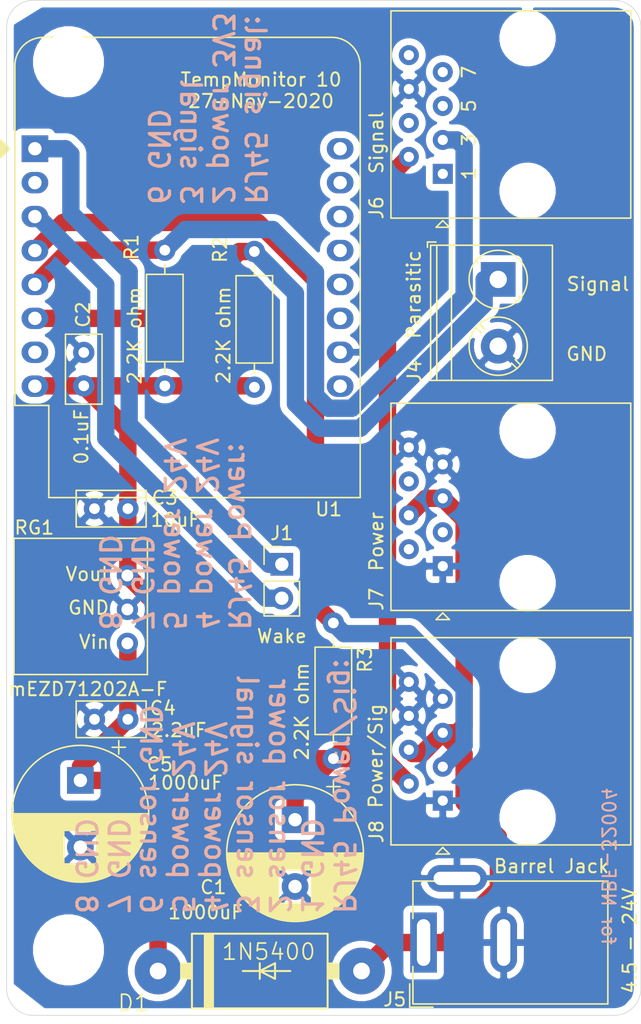
<source format=kicad_pcb>
(kicad_pcb (version 20171130) (host pcbnew "(5.1.2)-2")

  (general
    (thickness 1.6)
    (drawings 20)
    (tracks 93)
    (zones 0)
    (modules 19)
    (nets 27)
  )

  (page A4)
  (layers
    (0 F.Cu signal)
    (31 B.Cu signal)
    (32 B.Adhes user)
    (33 F.Adhes user)
    (34 B.Paste user)
    (35 F.Paste user)
    (36 B.SilkS user)
    (37 F.SilkS user)
    (38 B.Mask user)
    (39 F.Mask user)
    (40 Dwgs.User user)
    (41 Cmts.User user)
    (42 Eco1.User user)
    (43 Eco2.User user)
    (44 Edge.Cuts user)
    (45 Margin user)
    (46 B.CrtYd user)
    (47 F.CrtYd user)
    (48 B.Fab user)
    (49 F.Fab user)
  )

  (setup
    (last_trace_width 1.3)
    (user_trace_width 1.27)
    (user_trace_width 2.032)
    (trace_clearance 0.2)
    (zone_clearance 0.508)
    (zone_45_only no)
    (trace_min 0.2)
    (via_size 0.8)
    (via_drill 0.4)
    (via_min_size 0.4)
    (via_min_drill 0.3)
    (uvia_size 0.3)
    (uvia_drill 0.1)
    (uvias_allowed no)
    (uvia_min_size 0.2)
    (uvia_min_drill 0.1)
    (edge_width 0.05)
    (segment_width 0.2)
    (pcb_text_width 0.3)
    (pcb_text_size 1.5 1.5)
    (mod_edge_width 0.12)
    (mod_text_size 1 1)
    (mod_text_width 0.15)
    (pad_size 1.524 1.524)
    (pad_drill 0.762)
    (pad_to_mask_clearance 0.051)
    (solder_mask_min_width 0.25)
    (aux_axis_origin 0 0)
    (visible_elements 7FFFEFFF)
    (pcbplotparams
      (layerselection 0x010fc_ffffffff)
      (usegerberextensions false)
      (usegerberattributes false)
      (usegerberadvancedattributes false)
      (creategerberjobfile false)
      (excludeedgelayer true)
      (linewidth 0.100000)
      (plotframeref false)
      (viasonmask false)
      (mode 1)
      (useauxorigin false)
      (hpglpennumber 1)
      (hpglpenspeed 20)
      (hpglpendiameter 15.000000)
      (psnegative false)
      (psa4output false)
      (plotreference true)
      (plotvalue true)
      (plotinvisibletext false)
      (padsonsilk false)
      (subtractmaskfromsilk false)
      (outputformat 1)
      (mirror false)
      (drillshape 0)
      (scaleselection 1)
      (outputdirectory "Gerbers/"))
  )

  (net 0 "")
  (net 1 GND)
  (net 2 "Net-(C1-Pad1)")
  (net 3 "Net-(C4-Pad1)")
  (net 4 "Net-(J4-Pad1)")
  (net 5 "Net-(J1-Pad2)")
  (net 6 "Net-(J1-Pad1)")
  (net 7 "Net-(J6-Pad3)")
  (net 8 "Net-(J6-Pad1)")
  (net 9 "Net-(U1-Pad16)")
  (net 10 "Net-(U1-Pad15)")
  (net 11 "Net-(U1-Pad14)")
  (net 12 "Net-(U1-Pad13)")
  (net 13 "Net-(U1-Pad12)")
  (net 14 "Net-(U1-Pad11)")
  (net 15 "Net-(U1-Pad9)")
  (net 16 "Net-(U1-Pad7)")
  (net 17 "Net-(U1-Pad2)")
  (net 18 "Net-(D1-PadA)")
  (net 19 "Net-(J6-Pad8)")
  (net 20 "Net-(J6-Pad7)")
  (net 21 "Net-(J6-Pad5)")
  (net 22 "Net-(J6-Pad4)")
  (net 23 "Net-(J7-Pad6)")
  (net 24 "Net-(J7-Pad3)")
  (net 25 "Net-(J7-Pad2)")
  (net 26 "Net-(J8-Pad3)")

  (net_class Default "This is the default net class."
    (clearance 0.2)
    (trace_width 1.3)
    (via_dia 0.8)
    (via_drill 0.4)
    (uvia_dia 0.3)
    (uvia_drill 0.1)
    (add_net GND)
    (add_net "Net-(C1-Pad1)")
    (add_net "Net-(C4-Pad1)")
    (add_net "Net-(D1-PadA)")
    (add_net "Net-(J1-Pad1)")
    (add_net "Net-(J1-Pad2)")
    (add_net "Net-(J4-Pad1)")
    (add_net "Net-(J6-Pad1)")
    (add_net "Net-(J6-Pad3)")
    (add_net "Net-(J6-Pad4)")
    (add_net "Net-(J6-Pad5)")
    (add_net "Net-(J6-Pad7)")
    (add_net "Net-(J6-Pad8)")
    (add_net "Net-(J7-Pad2)")
    (add_net "Net-(J7-Pad3)")
    (add_net "Net-(J7-Pad6)")
    (add_net "Net-(J8-Pad3)")
    (add_net "Net-(U1-Pad11)")
    (add_net "Net-(U1-Pad12)")
    (add_net "Net-(U1-Pad13)")
    (add_net "Net-(U1-Pad14)")
    (add_net "Net-(U1-Pad15)")
    (add_net "Net-(U1-Pad16)")
    (add_net "Net-(U1-Pad2)")
    (add_net "Net-(U1-Pad7)")
    (add_net "Net-(U1-Pad9)")
  )

  (module Resistor_THT:R_Axial_DIN0207_L6.3mm_D2.5mm_P10.16mm_Horizontal (layer F.Cu) (tedit 5AE5139B) (tstamp 5FC11A0F)
    (at 74.4728 96.6216 270)
    (descr "Resistor, Axial_DIN0207 series, Axial, Horizontal, pin pitch=10.16mm, 0.25W = 1/4W, length*diameter=6.3*2.5mm^2, http://cdn-reichelt.de/documents/datenblatt/B400/1_4W%23YAG.pdf")
    (tags "Resistor Axial_DIN0207 series Axial Horizontal pin pitch 10.16mm 0.25W = 1/4W length 6.3mm diameter 2.5mm")
    (path /5FC5C6F7)
    (fp_text reference R3 (at 2.7432 -2.37 90) (layer F.SilkS)
      (effects (font (size 1 1) (thickness 0.15)))
    )
    (fp_text value "2.2K ohm" (at 6.6294 2.3622 90) (layer F.SilkS)
      (effects (font (size 1 1) (thickness 0.15)))
    )
    (fp_text user %R (at 5.08 0 90) (layer F.Fab)
      (effects (font (size 1 1) (thickness 0.15)))
    )
    (fp_line (start 11.21 -1.5) (end -1.05 -1.5) (layer F.CrtYd) (width 0.05))
    (fp_line (start 11.21 1.5) (end 11.21 -1.5) (layer F.CrtYd) (width 0.05))
    (fp_line (start -1.05 1.5) (end 11.21 1.5) (layer F.CrtYd) (width 0.05))
    (fp_line (start -1.05 -1.5) (end -1.05 1.5) (layer F.CrtYd) (width 0.05))
    (fp_line (start 9.12 0) (end 8.35 0) (layer F.SilkS) (width 0.12))
    (fp_line (start 1.04 0) (end 1.81 0) (layer F.SilkS) (width 0.12))
    (fp_line (start 8.35 -1.37) (end 1.81 -1.37) (layer F.SilkS) (width 0.12))
    (fp_line (start 8.35 1.37) (end 8.35 -1.37) (layer F.SilkS) (width 0.12))
    (fp_line (start 1.81 1.37) (end 8.35 1.37) (layer F.SilkS) (width 0.12))
    (fp_line (start 1.81 -1.37) (end 1.81 1.37) (layer F.SilkS) (width 0.12))
    (fp_line (start 10.16 0) (end 8.23 0) (layer F.Fab) (width 0.1))
    (fp_line (start 0 0) (end 1.93 0) (layer F.Fab) (width 0.1))
    (fp_line (start 8.23 -1.25) (end 1.93 -1.25) (layer F.Fab) (width 0.1))
    (fp_line (start 8.23 1.25) (end 8.23 -1.25) (layer F.Fab) (width 0.1))
    (fp_line (start 1.93 1.25) (end 8.23 1.25) (layer F.Fab) (width 0.1))
    (fp_line (start 1.93 -1.25) (end 1.93 1.25) (layer F.Fab) (width 0.1))
    (pad 2 thru_hole oval (at 10.16 0 270) (size 1.6 1.6) (drill 0.8) (layers *.Cu *.Mask)
      (net 2 "Net-(C1-Pad1)"))
    (pad 1 thru_hole circle (at 0 0 270) (size 1.6 1.6) (drill 0.8) (layers *.Cu *.Mask)
      (net 26 "Net-(J8-Pad3)"))
    (model ${KISYS3DMOD}/Resistor_THT.3dshapes/R_Axial_DIN0207_L6.3mm_D2.5mm_P10.16mm_Horizontal.wrl
      (at (xyz 0 0 0))
      (scale (xyz 1 1 1))
      (rotate (xyz 0 0 0))
    )
  )

  (module Module:WEMOS_D1_mini_light (layer F.Cu) (tedit 5BBFB1CE) (tstamp 5FBDF3E4)
    (at 52.1208 61.1124)
    (descr "16-pin module, column spacing 22.86 mm (900 mils), https://wiki.wemos.cc/products:d1:d1_mini, https://c1.staticflickr.com/1/734/31400410271_f278b087db_z.jpg")
    (tags "ESP8266 WiFi microcontroller")
    (path /5FC00F87)
    (fp_text reference U1 (at 22 27) (layer F.SilkS)
      (effects (font (size 1 1) (thickness 0.15)))
    )
    (fp_text value WeMos_D1_mini (at 11.7 0) (layer F.Fab)
      (effects (font (size 1 1) (thickness 0.15)))
    )
    (fp_text user "No copper" (at 11.43 -3.81) (layer Cmts.User)
      (effects (font (size 1 1) (thickness 0.15)))
    )
    (fp_text user "KEEP OUT" (at 11.43 -6.35) (layer Cmts.User)
      (effects (font (size 1 1) (thickness 0.15)))
    )
    (fp_arc (start 22.23 -6.21) (end 24.36 -6.21) (angle -90) (layer F.SilkS) (width 0.12))
    (fp_arc (start 0.63 -6.21) (end 0.63 -8.34) (angle -90) (layer F.SilkS) (width 0.12))
    (fp_line (start 1.04 19.22) (end 1.04 26.12) (layer F.SilkS) (width 0.12))
    (fp_line (start -1.5 19.22) (end 1.04 19.22) (layer F.SilkS) (width 0.12))
    (fp_arc (start 22.23 -6.21) (end 24.23 -6.19) (angle -90) (layer F.Fab) (width 0.1))
    (fp_arc (start 0.63 -6.21) (end 0.63 -8.21) (angle -90) (layer F.Fab) (width 0.1))
    (fp_line (start -0.37 0) (end -1.37 -1) (layer F.Fab) (width 0.1))
    (fp_line (start -1.37 1) (end -0.37 0) (layer F.Fab) (width 0.1))
    (fp_line (start -1.37 -6.21) (end -1.37 -1) (layer F.Fab) (width 0.1))
    (fp_line (start 1.17 19.09) (end 1.17 25.99) (layer F.Fab) (width 0.1))
    (fp_line (start -1.37 19.09) (end 1.17 19.09) (layer F.Fab) (width 0.1))
    (fp_line (start -1.35 -7.4) (end -0.55 -8.2) (layer Dwgs.User) (width 0.1))
    (fp_line (start -1.3 -5.45) (end 1.45 -8.2) (layer Dwgs.User) (width 0.1))
    (fp_line (start -1.35 -3.4) (end 3.45 -8.2) (layer Dwgs.User) (width 0.1))
    (fp_line (start 22.65 -1.4) (end 24.25 -3) (layer Dwgs.User) (width 0.1))
    (fp_line (start 20.65 -1.4) (end 24.25 -5) (layer Dwgs.User) (width 0.1))
    (fp_line (start 18.65 -1.4) (end 24.25 -7) (layer Dwgs.User) (width 0.1))
    (fp_line (start 16.65 -1.4) (end 23.45 -8.2) (layer Dwgs.User) (width 0.1))
    (fp_line (start 14.65 -1.4) (end 21.45 -8.2) (layer Dwgs.User) (width 0.1))
    (fp_line (start 12.65 -1.4) (end 19.45 -8.2) (layer Dwgs.User) (width 0.1))
    (fp_line (start 10.65 -1.4) (end 17.45 -8.2) (layer Dwgs.User) (width 0.1))
    (fp_line (start 8.65 -1.4) (end 15.45 -8.2) (layer Dwgs.User) (width 0.1))
    (fp_line (start 6.65 -1.4) (end 13.45 -8.2) (layer Dwgs.User) (width 0.1))
    (fp_line (start 4.65 -1.4) (end 11.45 -8.2) (layer Dwgs.User) (width 0.1))
    (fp_line (start 2.65 -1.4) (end 9.45 -8.2) (layer Dwgs.User) (width 0.1))
    (fp_line (start 0.65 -1.4) (end 7.45 -8.2) (layer Dwgs.User) (width 0.1))
    (fp_line (start -1.35 -1.4) (end 5.45 -8.2) (layer Dwgs.User) (width 0.1))
    (fp_line (start -1.35 -8.2) (end -1.35 -1.4) (layer Dwgs.User) (width 0.1))
    (fp_line (start 24.25 -8.2) (end -1.35 -8.2) (layer Dwgs.User) (width 0.1))
    (fp_line (start 24.25 -1.4) (end 24.25 -8.2) (layer Dwgs.User) (width 0.1))
    (fp_line (start -1.35 -1.4) (end 24.25 -1.4) (layer Dwgs.User) (width 0.1))
    (fp_poly (pts (xy -2.54 -0.635) (xy -2.54 0.635) (xy -1.905 0)) (layer F.SilkS) (width 0.15))
    (fp_line (start -1.62 26.24) (end -1.62 -8.46) (layer F.CrtYd) (width 0.05))
    (fp_line (start 24.48 26.24) (end -1.62 26.24) (layer F.CrtYd) (width 0.05))
    (fp_line (start 24.48 -8.41) (end 24.48 26.24) (layer F.CrtYd) (width 0.05))
    (fp_line (start -1.62 -8.46) (end 24.48 -8.46) (layer F.CrtYd) (width 0.05))
    (fp_text user %R (at 11.43 10) (layer F.Fab)
      (effects (font (size 1 1) (thickness 0.15)))
    )
    (fp_line (start -1.37 1) (end -1.37 19.09) (layer F.Fab) (width 0.1))
    (fp_line (start 22.23 -8.21) (end 0.63 -8.21) (layer F.Fab) (width 0.1))
    (fp_line (start 24.23 25.99) (end 24.23 -6.21) (layer F.Fab) (width 0.1))
    (fp_line (start 1.17 25.99) (end 24.23 25.99) (layer F.Fab) (width 0.1))
    (fp_line (start 22.24 -8.34) (end 0.63 -8.34) (layer F.SilkS) (width 0.12))
    (fp_line (start 24.36 26.12) (end 24.36 -6.21) (layer F.SilkS) (width 0.12))
    (fp_line (start -1.5 19.22) (end -1.5 -6.21) (layer F.SilkS) (width 0.12))
    (fp_line (start 1.04 26.12) (end 24.36 26.12) (layer F.SilkS) (width 0.12))
    (pad 16 thru_hole oval (at 22.86 0) (size 2 1.6) (drill 1) (layers *.Cu *.Mask)
      (net 9 "Net-(U1-Pad16)"))
    (pad 15 thru_hole oval (at 22.86 2.54) (size 2 1.6) (drill 1) (layers *.Cu *.Mask)
      (net 10 "Net-(U1-Pad15)"))
    (pad 14 thru_hole oval (at 22.86 5.08) (size 2 1.6) (drill 1) (layers *.Cu *.Mask)
      (net 11 "Net-(U1-Pad14)"))
    (pad 13 thru_hole oval (at 22.86 7.62) (size 2 1.6) (drill 1) (layers *.Cu *.Mask)
      (net 12 "Net-(U1-Pad13)"))
    (pad 12 thru_hole oval (at 22.86 10.16) (size 2 1.6) (drill 1) (layers *.Cu *.Mask)
      (net 13 "Net-(U1-Pad12)"))
    (pad 11 thru_hole oval (at 22.86 12.7) (size 2 1.6) (drill 1) (layers *.Cu *.Mask)
      (net 14 "Net-(U1-Pad11)"))
    (pad 10 thru_hole oval (at 22.86 15.24) (size 2 1.6) (drill 1) (layers *.Cu *.Mask)
      (net 1 GND))
    (pad 9 thru_hole oval (at 22.86 17.78) (size 2 1.6) (drill 1) (layers *.Cu *.Mask)
      (net 15 "Net-(U1-Pad9)"))
    (pad 8 thru_hole oval (at 0 17.78) (size 2 1.6) (drill 1) (layers *.Cu *.Mask)
      (net 2 "Net-(C1-Pad1)"))
    (pad 7 thru_hole oval (at 0 15.24) (size 2 1.6) (drill 1) (layers *.Cu *.Mask)
      (net 16 "Net-(U1-Pad7)"))
    (pad 6 thru_hole oval (at 0 12.7) (size 2 1.6) (drill 1) (layers *.Cu *.Mask)
      (net 4 "Net-(J4-Pad1)"))
    (pad 5 thru_hole oval (at 0 10.16) (size 2 1.6) (drill 1) (layers *.Cu *.Mask)
      (net 7 "Net-(J6-Pad3)"))
    (pad 4 thru_hole oval (at 0 7.62) (size 2 1.6) (drill 1) (layers *.Cu *.Mask)
      (net 26 "Net-(J8-Pad3)"))
    (pad 3 thru_hole oval (at 0 5.08) (size 2 1.6) (drill 1) (layers *.Cu *.Mask)
      (net 5 "Net-(J1-Pad2)"))
    (pad 1 thru_hole rect (at 0 0) (size 2 2) (drill 1) (layers *.Cu *.Mask)
      (net 6 "Net-(J1-Pad1)"))
    (pad 2 thru_hole oval (at 0 2.54) (size 2 1.6) (drill 1) (layers *.Cu *.Mask)
      (net 17 "Net-(U1-Pad2)"))
    (model ${KISYS3DMOD}/Module.3dshapes/WEMOS_D1_mini_light.wrl
      (at (xyz 0 0 0))
      (scale (xyz 1 1 1))
      (rotate (xyz 0 0 0))
    )
    (model ${KISYS3DMOD}/Connector_PinHeader_2.54mm.3dshapes/PinHeader_1x08_P2.54mm_Vertical.wrl
      (offset (xyz 0 0 9.5))
      (scale (xyz 1 1 1))
      (rotate (xyz 0 -180 0))
    )
    (model ${KISYS3DMOD}/Connector_PinHeader_2.54mm.3dshapes/PinHeader_1x08_P2.54mm_Vertical.wrl
      (offset (xyz 22.86 0 9.5))
      (scale (xyz 1 1 1))
      (rotate (xyz 0 -180 0))
    )
    (model ${KISYS3DMOD}/Connector_PinSocket_2.54mm.3dshapes/PinSocket_1x08_P2.54mm_Vertical.wrl
      (at (xyz 0 0 0))
      (scale (xyz 1 1 1))
      (rotate (xyz 0 0 0))
    )
    (model ${KISYS3DMOD}/Connector_PinSocket_2.54mm.3dshapes/PinSocket_1x08_P2.54mm_Vertical.wrl
      (offset (xyz 22.86 0 0))
      (scale (xyz 1 1 1))
      (rotate (xyz 0 0 0))
    )
  )

  (module AAAlibrary:mEZD71201A (layer F.Cu) (tedit 5DB4C6B1) (tstamp 5FBDF3A1)
    (at 50.546 100.4824 90)
    (path /5FC02B26)
    (fp_text reference RG1 (at 10.9982 1.524 180) (layer F.SilkS)
      (effects (font (size 1 1) (thickness 0.15)))
    )
    (fp_text value mEZD71202A-F (at -1.0922 5.5372 180) (layer F.SilkS)
      (effects (font (size 1 1) (thickness 0.15)))
    )
    (fp_line (start 0 0) (end 0 10) (layer F.SilkS) (width 0.12))
    (fp_line (start 10.2 0) (end 10.2 10) (layer F.SilkS) (width 0.12))
    (fp_line (start 0 10) (end 10.2 10) (layer F.SilkS) (width 0.12))
    (fp_line (start 0 0) (end 10.2 0) (layer F.SilkS) (width 0.12))
    (fp_text user Vin (at 2.4384 6) (layer F.SilkS)
      (effects (font (size 1 1) (thickness 0.15)))
    )
    (fp_text user GND (at 5.0038 5.595238) (layer F.SilkS)
      (effects (font (size 1 1) (thickness 0.15)))
    )
    (fp_text user Vout (at 7.5184 5.5) (layer F.SilkS)
      (effects (font (size 1 1) (thickness 0.15)))
    )
    (pad 3 thru_hole circle (at 7.4168 8.5 180) (size 1.59 1.59) (drill 0.89) (layers *.Cu *.Mask)
      (net 2 "Net-(C1-Pad1)"))
    (pad 2 thru_hole circle (at 4.8768 8.5 180) (size 1.59 1.59) (drill 0.89) (layers *.Cu *.Mask)
      (net 1 GND))
    (pad 1 thru_hole circle (at 2.3368 8.5 180) (size 1.59 1.59) (drill 0.89) (layers *.Cu *.Mask)
      (net 3 "Net-(C4-Pad1)"))
  )

  (module Connector_PinHeader_2.54mm:PinHeader_1x02_P2.54mm_Vertical (layer F.Cu) (tedit 59FED5CC) (tstamp 5FBDF26B)
    (at 70.612 92.2274)
    (descr "Through hole straight pin header, 1x02, 2.54mm pitch, single row")
    (tags "Through hole pin header THT 1x02 2.54mm single row")
    (path /5FBEBF68)
    (fp_text reference J1 (at 0 -2.33) (layer F.SilkS)
      (effects (font (size 1 1) (thickness 0.15)))
    )
    (fp_text value Wake (at 0 5.3848) (layer F.SilkS)
      (effects (font (size 1 1) (thickness 0.15)))
    )
    (fp_text user %R (at 0 1.27 90) (layer F.Fab)
      (effects (font (size 1 1) (thickness 0.15)))
    )
    (fp_line (start 1.8 -1.8) (end -1.8 -1.8) (layer F.CrtYd) (width 0.05))
    (fp_line (start 1.8 4.35) (end 1.8 -1.8) (layer F.CrtYd) (width 0.05))
    (fp_line (start -1.8 4.35) (end 1.8 4.35) (layer F.CrtYd) (width 0.05))
    (fp_line (start -1.8 -1.8) (end -1.8 4.35) (layer F.CrtYd) (width 0.05))
    (fp_line (start -1.33 -1.33) (end 0 -1.33) (layer F.SilkS) (width 0.12))
    (fp_line (start -1.33 0) (end -1.33 -1.33) (layer F.SilkS) (width 0.12))
    (fp_line (start -1.33 1.27) (end 1.33 1.27) (layer F.SilkS) (width 0.12))
    (fp_line (start 1.33 1.27) (end 1.33 3.87) (layer F.SilkS) (width 0.12))
    (fp_line (start -1.33 1.27) (end -1.33 3.87) (layer F.SilkS) (width 0.12))
    (fp_line (start -1.33 3.87) (end 1.33 3.87) (layer F.SilkS) (width 0.12))
    (fp_line (start -1.27 -0.635) (end -0.635 -1.27) (layer F.Fab) (width 0.1))
    (fp_line (start -1.27 3.81) (end -1.27 -0.635) (layer F.Fab) (width 0.1))
    (fp_line (start 1.27 3.81) (end -1.27 3.81) (layer F.Fab) (width 0.1))
    (fp_line (start 1.27 -1.27) (end 1.27 3.81) (layer F.Fab) (width 0.1))
    (fp_line (start -0.635 -1.27) (end 1.27 -1.27) (layer F.Fab) (width 0.1))
    (pad 2 thru_hole oval (at 0 2.54) (size 1.7 1.7) (drill 1) (layers *.Cu *.Mask)
      (net 5 "Net-(J1-Pad2)"))
    (pad 1 thru_hole rect (at 0 0) (size 1.7 1.7) (drill 1) (layers *.Cu *.Mask)
      (net 6 "Net-(J1-Pad1)"))
    (model ${KISYS3DMOD}/Connector_PinHeader_2.54mm.3dshapes/PinHeader_1x02_P2.54mm_Vertical.wrl
      (at (xyz 0 0 0))
      (scale (xyz 1 1 1))
      (rotate (xyz 0 0 0))
    )
  )

  (module AAAlibrary:1N5400 (layer F.Cu) (tedit 5DFAB2C1) (tstamp 5FBDF255)
    (at 68.961 122.682)
    (descr "<B>DIODE</B><p>\ndiameter 5.6 mm, horizontal, grid 15.24 mm")
    (path /5FC036D9)
    (fp_text reference D1 (at -10.7188 3.0988) (layer F.SilkS)
      (effects (font (size 1.2065 1.2065) (thickness 0.127)) (justify left bottom))
    )
    (fp_text value 1N5400 (at -2.921 -0.7366) (layer F.SilkS)
      (effects (font (size 1.2065 1.2065) (thickness 0.127)) (justify left bottom))
    )
    (fp_line (start -1.27 0) (end 0 0) (layer F.SilkS) (width 0.1524))
    (fp_line (start 0 -0.5842) (end 0 0) (layer F.SilkS) (width 0.1524))
    (fp_line (start 0 0) (end 1.143 -0.5842) (layer F.SilkS) (width 0.1524))
    (fp_line (start 1.143 -0.5842) (end 1.143 0.5842) (layer F.SilkS) (width 0.1524))
    (fp_line (start 1.143 0.5842) (end 0 0) (layer F.SilkS) (width 0.1524))
    (fp_line (start 0 0) (end 2.286 0) (layer F.SilkS) (width 0.1524))
    (fp_line (start 0 0) (end 0 0.5842) (layer F.SilkS) (width 0.1524))
    (fp_line (start -5.08 2.794) (end -5.08 -2.794) (layer F.SilkS) (width 0.1524))
    (fp_line (start 5.08 -2.794) (end 5.08 2.794) (layer F.SilkS) (width 0.1524))
    (fp_line (start -5.08 -2.794) (end 5.08 -2.794) (layer F.SilkS) (width 0.1524))
    (fp_line (start 5.08 2.794) (end -5.08 2.794) (layer F.SilkS) (width 0.1524))
    (fp_line (start 7.62 0) (end 6.223 0) (layer F.Fab) (width 1.27))
    (fp_line (start -7.62 0) (end -6.223 0) (layer F.Fab) (width 1.27))
    (fp_poly (pts (xy -4.191 2.794) (xy -3.429 2.794) (xy -3.429 -2.794) (xy -4.191 -2.794)) (layer F.SilkS) (width 0))
    (fp_poly (pts (xy -5.969 0.635) (xy -5.08 0.635) (xy -5.08 -0.635) (xy -5.969 -0.635)) (layer F.SilkS) (width 0))
    (fp_poly (pts (xy 5.08 0.635) (xy 5.969 0.635) (xy 5.969 -0.635) (xy 5.08 -0.635)) (layer F.SilkS) (width 0))
    (pad C thru_hole circle (at -7.62 0) (size 3.5 3.5) (drill 1.25) (layers *.Cu *.Mask)
      (net 3 "Net-(C4-Pad1)") (solder_mask_margin 0.1016))
    (pad A thru_hole circle (at 7.62 0) (size 3.5 3.5) (drill 1.25) (layers *.Cu *.Mask)
      (net 18 "Net-(D1-PadA)") (solder_mask_margin 0.1016))
  )

  (module AAAlibrary:Uxcell_DC_power_jack (layer F.Cu) (tedit 5FAF6909) (tstamp 5FAFC017)
    (at 81.2292 120.5484 90)
    (descr https://www.amazon.ca/gp/product/B00MJVIFS2/ref=ppx_yo_dt_b_asin_title_o04_s00?ie=UTF8&psc=1)
    (tags "Power Jack")
    (path /5FAF82E2)
    (fp_text reference J5 (at -4.2672 -2.159) (layer F.SilkS)
      (effects (font (size 1 1) (thickness 0.15)))
    )
    (fp_text value "Barrel Jack" (at 5.715 9.5758 180) (layer F.SilkS)
      (effects (font (size 1 1) (thickness 0.15)))
    )
    (fp_line (start -4.5 10.2) (end 4.5 10.2) (layer F.Fab) (width 0.1))
    (fp_line (start -3.5 -0.7) (end 4.5 -0.7) (layer F.Fab) (width 0.1))
    (fp_line (start -4.5 0.3) (end -3.5 -0.7) (layer F.Fab) (width 0.1))
    (fp_line (start -4.5 13.7) (end -4.5 0.3) (layer F.Fab) (width 0.1))
    (fp_line (start 4.5 13.7) (end -4.5 13.7) (layer F.Fab) (width 0.1))
    (fp_line (start 4.5 -0.7) (end 4.5 13.7) (layer F.Fab) (width 0.1))
    (fp_line (start -4.84 -1.04) (end -3.1 -1.04) (layer F.SilkS) (width 0.12))
    (fp_line (start -4.84 0.7) (end -4.84 -1.04) (layer F.SilkS) (width 0.12))
    (fp_line (start 4.6 -0.8) (end 4.6 1.2) (layer F.SilkS) (width 0.12))
    (fp_line (start 1.8 -0.8) (end 4.6 -0.8) (layer F.SilkS) (width 0.12))
    (fp_line (start -4.6 -0.8) (end -1.8 -0.8) (layer F.SilkS) (width 0.12))
    (fp_line (start -4.6 13.8) (end -4.6 -0.8) (layer F.SilkS) (width 0.12))
    (fp_line (start 4.6 13.8) (end -4.6 13.8) (layer F.SilkS) (width 0.12))
    (fp_line (start 4.6 4.8) (end 4.6 13.8) (layer F.SilkS) (width 0.12))
    (fp_line (start -1.8 -1.8) (end 1.8 -1.8) (layer F.CrtYd) (width 0.05))
    (fp_line (start -1.8 -1.2) (end -1.8 -1.8) (layer F.CrtYd) (width 0.05))
    (fp_line (start -5 -1.2) (end -1.8 -1.2) (layer F.CrtYd) (width 0.05))
    (fp_line (start -5 14.2) (end -5 -1.2) (layer F.CrtYd) (width 0.05))
    (fp_line (start 5 14.2) (end -5 14.2) (layer F.CrtYd) (width 0.05))
    (fp_line (start 5 4.8) (end 5 14.2) (layer F.CrtYd) (width 0.05))
    (fp_line (start 6.5 4.8) (end 5 4.8) (layer F.CrtYd) (width 0.05))
    (fp_line (start 6.5 1.2) (end 6.5 4.8) (layer F.CrtYd) (width 0.05))
    (fp_line (start 5 1.2) (end 6.5 1.2) (layer F.CrtYd) (width 0.05))
    (fp_line (start 5 -1.2) (end 5 1.2) (layer F.CrtYd) (width 0.05))
    (fp_line (start 1.8 -1.2) (end 5 -1.2) (layer F.CrtYd) (width 0.05))
    (fp_line (start 1.8 -1.8) (end 1.8 -1.2) (layer F.CrtYd) (width 0.05))
    (fp_text user %R (at 0.1524 8.636 90) (layer F.Fab)
      (effects (font (size 1 1) (thickness 0.15)))
    )
    (pad 3 thru_hole oval (at 4.8 2.5 90) (size 2 4.5) (drill oval 1 3.5) (layers *.Cu *.Mask)
      (net 1 GND))
    (pad 2 thru_hole oval (at 0 6 90) (size 4.5 2) (drill oval 3.5 1) (layers *.Cu *.Mask)
      (net 1 GND))
    (pad 1 thru_hole rect (at 0 0 90) (size 4.5 2) (drill oval 3.5 1) (layers *.Cu *.Mask)
      (net 18 "Net-(D1-PadA)"))
    (model ${KISYS3DMOD}/Connector_BarrelJack.3dshapes/BarrelJack_CUI_PJ-102AH_Horizontal.wrl
      (at (xyz 0 0 0))
      (scale (xyz 1 1 1))
      (rotate (xyz 0 0 0))
    )
  )

  (module Connector_RJ:RJ45_Amphenol_54602-x08_Horizontal (layer F.Cu) (tedit 5B103613) (tstamp 5FA8962F)
    (at 82.6662 109.9246 90)
    (descr "8 Pol Shallow Latch Connector, Modjack, RJ45 (https://cdn.amphenol-icc.com/media/wysiwyg/files/drawing/c-bmj-0102.pdf)")
    (tags RJ45)
    (path /5FACC489)
    (fp_text reference J8 (at -2.318 -4.9676 90) (layer F.SilkS)
      (effects (font (size 1 1) (thickness 0.15)))
    )
    (fp_text value Power/Sig (at 3.3462 -5.0184 90) (layer F.SilkS)
      (effects (font (size 1 1) (thickness 0.15)))
    )
    (fp_line (start 12.6 14.47) (end -3.71 14.47) (layer F.CrtYd) (width 0.05))
    (fp_line (start 12.6 14.47) (end 12.6 -4.27) (layer F.CrtYd) (width 0.05))
    (fp_line (start -3.71 -4.27) (end -3.71 14.47) (layer F.CrtYd) (width 0.05))
    (fp_line (start -3.71 -4.27) (end 12.6 -4.27) (layer F.CrtYd) (width 0.05))
    (fp_line (start -3.315 -3.88) (end -3.315 14.08) (layer F.SilkS) (width 0.12))
    (fp_line (start 12.205 -3.88) (end -3.315 -3.88) (layer F.SilkS) (width 0.12))
    (fp_line (start 12.205 -3.88) (end 12.205 14.08) (layer F.SilkS) (width 0.12))
    (fp_line (start -3.315 14.08) (end 12.205 14.08) (layer F.SilkS) (width 0.12))
    (fp_line (start -3.205 -2.77) (end -2.205 -3.77) (layer F.Fab) (width 0.12))
    (fp_line (start -2.205 -3.77) (end 12.095 -3.77) (layer F.Fab) (width 0.12))
    (fp_line (start 12.095 -3.77) (end 12.095 13.97) (layer F.Fab) (width 0.12))
    (fp_line (start 12.095 13.97) (end -3.205 13.97) (layer F.Fab) (width 0.12))
    (fp_line (start -3.205 13.97) (end -3.205 -2.77) (layer F.Fab) (width 0.12))
    (fp_line (start -3.5 0) (end -4 -0.5) (layer F.SilkS) (width 0.12))
    (fp_line (start -4 -0.5) (end -4 0.5) (layer F.SilkS) (width 0.12))
    (fp_line (start -4 0.5) (end -3.5 0) (layer F.SilkS) (width 0.12))
    (fp_text user %R (at 4.445 2 90) (layer F.Fab)
      (effects (font (size 1 1) (thickness 0.15)))
    )
    (pad 8 thru_hole circle (at 8.89 -2.54 90) (size 1.5 1.5) (drill 0.76) (layers *.Cu *.Mask)
      (net 1 GND))
    (pad 7 thru_hole circle (at 7.62 0 90) (size 1.5 1.5) (drill 0.76) (layers *.Cu *.Mask)
      (net 1 GND))
    (pad 6 thru_hole circle (at 6.35 -2.54 90) (size 1.5 1.5) (drill 0.76) (layers *.Cu *.Mask)
      (net 1 GND))
    (pad 5 thru_hole circle (at 5.08 0 90) (size 1.5 1.5) (drill 0.76) (layers *.Cu *.Mask)
      (net 18 "Net-(D1-PadA)"))
    (pad 4 thru_hole circle (at 3.81 -2.54 90) (size 1.5 1.5) (drill 0.76) (layers *.Cu *.Mask)
      (net 18 "Net-(D1-PadA)"))
    (pad 3 thru_hole circle (at 2.54 0 90) (size 1.5 1.5) (drill 0.76) (layers *.Cu *.Mask)
      (net 26 "Net-(J8-Pad3)"))
    (pad 2 thru_hole circle (at 1.27 -2.54 90) (size 1.5 1.5) (drill 0.76) (layers *.Cu *.Mask)
      (net 2 "Net-(C1-Pad1)"))
    (pad 1 thru_hole rect (at 0 0 90) (size 1.5 1.5) (drill 0.76) (layers *.Cu *.Mask)
      (net 1 GND))
    (pad "" np_thru_hole circle (at -1.27 6.35 90) (size 3.2 3.2) (drill 3.2) (layers *.Cu *.Mask))
    (pad "" np_thru_hole circle (at 10.16 6.35 90) (size 3.2 3.2) (drill 3.2) (layers *.Cu *.Mask))
    (model ${KISYS3DMOD}/Connector_RJ.3dshapes/RJ45_Amphenol_54602-x08_Horizontal.wrl
      (at (xyz 0 0 0))
      (scale (xyz 1 1 1))
      (rotate (xyz 0 0 0))
    )
  )

  (module Connector_RJ:RJ45_Amphenol_54602-x08_Horizontal (layer F.Cu) (tedit 5B103613) (tstamp 5FA89610)
    (at 82.6662 92.3678 90)
    (descr "8 Pol Shallow Latch Connector, Modjack, RJ45 (https://cdn.amphenol-icc.com/media/wysiwyg/files/drawing/c-bmj-0102.pdf)")
    (tags RJ45)
    (path /5D58C6D2)
    (fp_text reference J7 (at -2.4758 -4.9676 90) (layer F.SilkS)
      (effects (font (size 1 1) (thickness 0.15)))
    )
    (fp_text value Power (at 1.8422 -4.9676 90) (layer F.SilkS)
      (effects (font (size 1 1) (thickness 0.15)))
    )
    (fp_line (start 12.6 14.47) (end -3.71 14.47) (layer F.CrtYd) (width 0.05))
    (fp_line (start 12.6 14.47) (end 12.6 -4.27) (layer F.CrtYd) (width 0.05))
    (fp_line (start -3.71 -4.27) (end -3.71 14.47) (layer F.CrtYd) (width 0.05))
    (fp_line (start -3.71 -4.27) (end 12.6 -4.27) (layer F.CrtYd) (width 0.05))
    (fp_line (start -3.315 -3.88) (end -3.315 14.08) (layer F.SilkS) (width 0.12))
    (fp_line (start 12.205 -3.88) (end -3.315 -3.88) (layer F.SilkS) (width 0.12))
    (fp_line (start 12.205 -3.88) (end 12.205 14.08) (layer F.SilkS) (width 0.12))
    (fp_line (start -3.315 14.08) (end 12.205 14.08) (layer F.SilkS) (width 0.12))
    (fp_line (start -3.205 -2.77) (end -2.205 -3.77) (layer F.Fab) (width 0.12))
    (fp_line (start -2.205 -3.77) (end 12.095 -3.77) (layer F.Fab) (width 0.12))
    (fp_line (start 12.095 -3.77) (end 12.095 13.97) (layer F.Fab) (width 0.12))
    (fp_line (start 12.095 13.97) (end -3.205 13.97) (layer F.Fab) (width 0.12))
    (fp_line (start -3.205 13.97) (end -3.205 -2.77) (layer F.Fab) (width 0.12))
    (fp_line (start -3.5 0) (end -4 -0.5) (layer F.SilkS) (width 0.12))
    (fp_line (start -4 -0.5) (end -4 0.5) (layer F.SilkS) (width 0.12))
    (fp_line (start -4 0.5) (end -3.5 0) (layer F.SilkS) (width 0.12))
    (fp_text user %R (at 4.445 2 90) (layer F.Fab)
      (effects (font (size 1 1) (thickness 0.15)))
    )
    (pad 8 thru_hole circle (at 8.89 -2.54 90) (size 1.5 1.5) (drill 0.76) (layers *.Cu *.Mask)
      (net 1 GND))
    (pad 7 thru_hole circle (at 7.62 0 90) (size 1.5 1.5) (drill 0.76) (layers *.Cu *.Mask)
      (net 1 GND))
    (pad 6 thru_hole circle (at 6.35 -2.54 90) (size 1.5 1.5) (drill 0.76) (layers *.Cu *.Mask)
      (net 23 "Net-(J7-Pad6)"))
    (pad 5 thru_hole circle (at 5.08 0 90) (size 1.5 1.5) (drill 0.76) (layers *.Cu *.Mask)
      (net 18 "Net-(D1-PadA)"))
    (pad 4 thru_hole circle (at 3.81 -2.54 90) (size 1.5 1.5) (drill 0.76) (layers *.Cu *.Mask)
      (net 18 "Net-(D1-PadA)"))
    (pad 3 thru_hole circle (at 2.54 0 90) (size 1.5 1.5) (drill 0.76) (layers *.Cu *.Mask)
      (net 24 "Net-(J7-Pad3)"))
    (pad 2 thru_hole circle (at 1.27 -2.54 90) (size 1.5 1.5) (drill 0.76) (layers *.Cu *.Mask)
      (net 25 "Net-(J7-Pad2)"))
    (pad 1 thru_hole rect (at 0 0 90) (size 1.5 1.5) (drill 0.76) (layers *.Cu *.Mask)
      (net 1 GND))
    (pad "" np_thru_hole circle (at -1.27 6.35 90) (size 3.2 3.2) (drill 3.2) (layers *.Cu *.Mask))
    (pad "" np_thru_hole circle (at 10.16 6.35 90) (size 3.2 3.2) (drill 3.2) (layers *.Cu *.Mask))
    (model ${KISYS3DMOD}/Connector_RJ.3dshapes/RJ45_Amphenol_54602-x08_Horizontal.wrl
      (at (xyz 0 0 0))
      (scale (xyz 1 1 1))
      (rotate (xyz 0 0 0))
    )
  )

  (module Connector_RJ:RJ45_Amphenol_54602-x08_Horizontal (layer F.Cu) (tedit 5B103613) (tstamp 5FA895F1)
    (at 82.6662 62.992 90)
    (descr "8 Pol Shallow Latch Connector, Modjack, RJ45 (https://cdn.amphenol-icc.com/media/wysiwyg/files/drawing/c-bmj-0102.pdf)")
    (tags RJ45)
    (path /5D5644F8)
    (fp_text reference J6 (at -2.54 -4.9676 90) (layer F.SilkS)
      (effects (font (size 1 1) (thickness 0.15)))
    )
    (fp_text value Signal (at 2.3368 -4.9676 90) (layer F.SilkS)
      (effects (font (size 1 1) (thickness 0.15)))
    )
    (fp_line (start 12.6 14.47) (end -3.71 14.47) (layer F.CrtYd) (width 0.05))
    (fp_line (start 12.6 14.47) (end 12.6 -4.27) (layer F.CrtYd) (width 0.05))
    (fp_line (start -3.71 -4.27) (end -3.71 14.47) (layer F.CrtYd) (width 0.05))
    (fp_line (start -3.71 -4.27) (end 12.6 -4.27) (layer F.CrtYd) (width 0.05))
    (fp_line (start -3.315 -3.88) (end -3.315 14.08) (layer F.SilkS) (width 0.12))
    (fp_line (start 12.205 -3.88) (end -3.315 -3.88) (layer F.SilkS) (width 0.12))
    (fp_line (start 12.205 -3.88) (end 12.205 14.08) (layer F.SilkS) (width 0.12))
    (fp_line (start -3.315 14.08) (end 12.205 14.08) (layer F.SilkS) (width 0.12))
    (fp_line (start -3.205 -2.77) (end -2.205 -3.77) (layer F.Fab) (width 0.12))
    (fp_line (start -2.205 -3.77) (end 12.095 -3.77) (layer F.Fab) (width 0.12))
    (fp_line (start 12.095 -3.77) (end 12.095 13.97) (layer F.Fab) (width 0.12))
    (fp_line (start 12.095 13.97) (end -3.205 13.97) (layer F.Fab) (width 0.12))
    (fp_line (start -3.205 13.97) (end -3.205 -2.77) (layer F.Fab) (width 0.12))
    (fp_line (start -3.5 0) (end -4 -0.5) (layer F.SilkS) (width 0.12))
    (fp_line (start -4 -0.5) (end -4 0.5) (layer F.SilkS) (width 0.12))
    (fp_line (start -4 0.5) (end -3.5 0) (layer F.SilkS) (width 0.12))
    (fp_text user %R (at 11.184 -2.5038 90) (layer F.Fab)
      (effects (font (size 1 1) (thickness 0.15)))
    )
    (pad 8 thru_hole circle (at 8.89 -2.54 90) (size 1.5 1.5) (drill 0.76) (layers *.Cu *.Mask)
      (net 19 "Net-(J6-Pad8)"))
    (pad 7 thru_hole circle (at 7.62 0 90) (size 1.5 1.5) (drill 0.76) (layers *.Cu *.Mask)
      (net 20 "Net-(J6-Pad7)"))
    (pad 6 thru_hole circle (at 6.35 -2.54 90) (size 1.5 1.5) (drill 0.76) (layers *.Cu *.Mask)
      (net 1 GND))
    (pad 5 thru_hole circle (at 5.08 0 90) (size 1.5 1.5) (drill 0.76) (layers *.Cu *.Mask)
      (net 21 "Net-(J6-Pad5)"))
    (pad 4 thru_hole circle (at 3.81 -2.54 90) (size 1.5 1.5) (drill 0.76) (layers *.Cu *.Mask)
      (net 22 "Net-(J6-Pad4)"))
    (pad 3 thru_hole circle (at 2.54 0 90) (size 1.5 1.5) (drill 0.76) (layers *.Cu *.Mask)
      (net 7 "Net-(J6-Pad3)"))
    (pad 2 thru_hole circle (at 1.27 -2.54 90) (size 1.5 1.5) (drill 0.76) (layers *.Cu *.Mask)
      (net 2 "Net-(C1-Pad1)"))
    (pad 1 thru_hole rect (at 0 0 90) (size 1.5 1.5) (drill 0.76) (layers *.Cu *.Mask)
      (net 8 "Net-(J6-Pad1)"))
    (pad "" np_thru_hole circle (at -1.27 6.35 90) (size 3.2 3.2) (drill 3.2) (layers *.Cu *.Mask))
    (pad "" np_thru_hole circle (at 10.16 6.35 90) (size 3.2 3.2) (drill 3.2) (layers *.Cu *.Mask))
    (model ${KISYS3DMOD}/Connector_RJ.3dshapes/RJ45_Amphenol_54602-x08_Horizontal.wrl
      (at (xyz 0 0 0))
      (scale (xyz 1 1 1))
      (rotate (xyz 0 0 0))
    )
  )

  (module TerminalBlock_Phoenix:TerminalBlock_Phoenix_PT-1,5-2-5.0-H_1x02_P5.00mm_Horizontal (layer F.Cu) (tedit 5B294F69) (tstamp 5FA895D2)
    (at 86.8172 70.8974 270)
    (descr "Terminal Block Phoenix PT-1,5-2-5.0-H, 2 pins, pitch 5mm, size 10x9mm^2, drill diamater 1.3mm, pad diameter 2.6mm, see http://www.mouser.com/ds/2/324/ItemDetail_1935161-922578.pdf, script-generated using https://github.com/pointhi/kicad-footprint-generator/scripts/TerminalBlock_Phoenix")
    (tags "THT Terminal Block Phoenix PT-1,5-2-5.0-H pitch 5mm size 10x9mm^2 drill 1.3mm pad 2.6mm")
    (path /5D56677A)
    (fp_text reference J4 (at 6.9028 6.2738 270) (layer F.SilkS)
      (effects (font (size 1 1) (thickness 0.15)))
    )
    (fp_text value Parasitic (at 1.137 6.3246 270) (layer F.SilkS)
      (effects (font (size 1 1) (thickness 0.15)))
    )
    (fp_text user %R (at 2.5 2.9 90) (layer F.Fab)
      (effects (font (size 1 1) (thickness 0.15)))
    )
    (fp_line (start 8 -4.5) (end -3 -4.5) (layer F.CrtYd) (width 0.05))
    (fp_line (start 8 5.5) (end 8 -4.5) (layer F.CrtYd) (width 0.05))
    (fp_line (start -3 5.5) (end 8 5.5) (layer F.CrtYd) (width 0.05))
    (fp_line (start -3 -4.5) (end -3 5.5) (layer F.CrtYd) (width 0.05))
    (fp_line (start -2.8 5.3) (end -2.4 5.3) (layer F.SilkS) (width 0.12))
    (fp_line (start -2.8 4.66) (end -2.8 5.3) (layer F.SilkS) (width 0.12))
    (fp_line (start 3.742 0.992) (end 3.347 1.388) (layer F.SilkS) (width 0.12))
    (fp_line (start 6.388 -1.654) (end 6.008 -1.274) (layer F.SilkS) (width 0.12))
    (fp_line (start 3.993 1.274) (end 3.613 1.654) (layer F.SilkS) (width 0.12))
    (fp_line (start 6.654 -1.388) (end 6.259 -0.992) (layer F.SilkS) (width 0.12))
    (fp_line (start 6.273 -1.517) (end 3.484 1.273) (layer F.Fab) (width 0.1))
    (fp_line (start 6.517 -1.273) (end 3.728 1.517) (layer F.Fab) (width 0.1))
    (fp_line (start -1.548 1.281) (end -1.654 1.388) (layer F.SilkS) (width 0.12))
    (fp_line (start 1.388 -1.654) (end 1.281 -1.547) (layer F.SilkS) (width 0.12))
    (fp_line (start -1.282 1.547) (end -1.388 1.654) (layer F.SilkS) (width 0.12))
    (fp_line (start 1.654 -1.388) (end 1.547 -1.281) (layer F.SilkS) (width 0.12))
    (fp_line (start 1.273 -1.517) (end -1.517 1.273) (layer F.Fab) (width 0.1))
    (fp_line (start 1.517 -1.273) (end -1.273 1.517) (layer F.Fab) (width 0.1))
    (fp_line (start 7.56 -4.06) (end 7.56 5.06) (layer F.SilkS) (width 0.12))
    (fp_line (start -2.56 -4.06) (end -2.56 5.06) (layer F.SilkS) (width 0.12))
    (fp_line (start -2.56 5.06) (end 7.56 5.06) (layer F.SilkS) (width 0.12))
    (fp_line (start -2.56 -4.06) (end 7.56 -4.06) (layer F.SilkS) (width 0.12))
    (fp_line (start -2.56 3.5) (end 7.56 3.5) (layer F.SilkS) (width 0.12))
    (fp_line (start -2.5 3.5) (end 7.5 3.5) (layer F.Fab) (width 0.1))
    (fp_line (start -2.56 4.6) (end 7.56 4.6) (layer F.SilkS) (width 0.12))
    (fp_line (start -2.5 4.6) (end 7.5 4.6) (layer F.Fab) (width 0.1))
    (fp_line (start -2.5 4.6) (end -2.5 -4) (layer F.Fab) (width 0.1))
    (fp_line (start -2.1 5) (end -2.5 4.6) (layer F.Fab) (width 0.1))
    (fp_line (start 7.5 5) (end -2.1 5) (layer F.Fab) (width 0.1))
    (fp_line (start 7.5 -4) (end 7.5 5) (layer F.Fab) (width 0.1))
    (fp_line (start -2.5 -4) (end 7.5 -4) (layer F.Fab) (width 0.1))
    (fp_circle (center 5 0) (end 7.18 0) (layer F.SilkS) (width 0.12))
    (fp_circle (center 5 0) (end 7 0) (layer F.Fab) (width 0.1))
    (fp_circle (center 0 0) (end 2.18 0) (layer F.SilkS) (width 0.12))
    (fp_circle (center 0 0) (end 2 0) (layer F.Fab) (width 0.1))
    (pad 2 thru_hole circle (at 5 0 270) (size 2.6 2.6) (drill 1.3) (layers *.Cu *.Mask)
      (net 1 GND))
    (pad 1 thru_hole rect (at 0 0 270) (size 2.6 2.6) (drill 1.3) (layers *.Cu *.Mask)
      (net 4 "Net-(J4-Pad1)"))
    (model ${KISYS3DMOD}/TerminalBlock_Phoenix.3dshapes/TerminalBlock_Phoenix_PT-1,5-2-5.0-H_1x02_P5.00mm_Horizontal.wrl
      (at (xyz 0 0 0))
      (scale (xyz 1 1 1))
      (rotate (xyz 0 0 0))
    )
  )

  (module Resistor_THT:R_Axial_DIN0207_L6.3mm_D2.5mm_P10.16mm_Horizontal (layer F.Cu) (tedit 5AE5139B) (tstamp 5FA85C8B)
    (at 68.5546 68.8086 270)
    (descr "Resistor, Axial_DIN0207 series, Axial, Horizontal, pin pitch=10.16mm, 0.25W = 1/4W, length*diameter=6.3*2.5mm^2, http://cdn-reichelt.de/documents/datenblatt/B400/1_4W%23YAG.pdf")
    (tags "Resistor Axial_DIN0207 series Axial Horizontal pin pitch 10.16mm 0.25W = 1/4W length 6.3mm diameter 2.5mm")
    (path /5EA31390)
    (fp_text reference R2 (at -0.127 2.5654 90) (layer F.SilkS)
      (effects (font (size 1 1) (thickness 0.15)))
    )
    (fp_text value "2.2K ohm" (at 6.2738 2.3114 90) (layer F.SilkS)
      (effects (font (size 1 1) (thickness 0.15)))
    )
    (fp_text user %R (at 5.08 0 90) (layer F.Fab)
      (effects (font (size 1 1) (thickness 0.15)))
    )
    (fp_line (start 11.21 -1.5) (end -1.05 -1.5) (layer F.CrtYd) (width 0.05))
    (fp_line (start 11.21 1.5) (end 11.21 -1.5) (layer F.CrtYd) (width 0.05))
    (fp_line (start -1.05 1.5) (end 11.21 1.5) (layer F.CrtYd) (width 0.05))
    (fp_line (start -1.05 -1.5) (end -1.05 1.5) (layer F.CrtYd) (width 0.05))
    (fp_line (start 9.12 0) (end 8.35 0) (layer F.SilkS) (width 0.12))
    (fp_line (start 1.04 0) (end 1.81 0) (layer F.SilkS) (width 0.12))
    (fp_line (start 8.35 -1.37) (end 1.81 -1.37) (layer F.SilkS) (width 0.12))
    (fp_line (start 8.35 1.37) (end 8.35 -1.37) (layer F.SilkS) (width 0.12))
    (fp_line (start 1.81 1.37) (end 8.35 1.37) (layer F.SilkS) (width 0.12))
    (fp_line (start 1.81 -1.37) (end 1.81 1.37) (layer F.SilkS) (width 0.12))
    (fp_line (start 10.16 0) (end 8.23 0) (layer F.Fab) (width 0.1))
    (fp_line (start 0 0) (end 1.93 0) (layer F.Fab) (width 0.1))
    (fp_line (start 8.23 -1.25) (end 1.93 -1.25) (layer F.Fab) (width 0.1))
    (fp_line (start 8.23 1.25) (end 8.23 -1.25) (layer F.Fab) (width 0.1))
    (fp_line (start 1.93 1.25) (end 8.23 1.25) (layer F.Fab) (width 0.1))
    (fp_line (start 1.93 -1.25) (end 1.93 1.25) (layer F.Fab) (width 0.1))
    (pad 2 thru_hole oval (at 10.16 0 270) (size 1.6 1.6) (drill 0.8) (layers *.Cu *.Mask)
      (net 2 "Net-(C1-Pad1)"))
    (pad 1 thru_hole circle (at 0 0 270) (size 1.6 1.6) (drill 0.8) (layers *.Cu *.Mask)
      (net 4 "Net-(J4-Pad1)"))
    (model ${KISYS3DMOD}/Resistor_THT.3dshapes/R_Axial_DIN0207_L6.3mm_D2.5mm_P10.16mm_Horizontal.wrl
      (at (xyz 0 0 0))
      (scale (xyz 1 1 1))
      (rotate (xyz 0 0 0))
    )
  )

  (module Resistor_THT:R_Axial_DIN0207_L6.3mm_D2.5mm_P10.16mm_Horizontal (layer F.Cu) (tedit 5AE5139B) (tstamp 5FA85C74)
    (at 61.849 68.707 270)
    (descr "Resistor, Axial_DIN0207 series, Axial, Horizontal, pin pitch=10.16mm, 0.25W = 1/4W, length*diameter=6.3*2.5mm^2, http://cdn-reichelt.de/documents/datenblatt/B400/1_4W%23YAG.pdf")
    (tags "Resistor Axial_DIN0207 series Axial Horizontal pin pitch 10.16mm 0.25W = 1/4W length 6.3mm diameter 2.5mm")
    (path /5E979D41)
    (fp_text reference R1 (at -0.2286 2.4892 90) (layer F.SilkS)
      (effects (font (size 1 1) (thickness 0.15)))
    )
    (fp_text value "2.2K ohm" (at 6.4008 2.2606 90) (layer F.SilkS)
      (effects (font (size 1 1) (thickness 0.15)))
    )
    (fp_text user %R (at 5.08 0 90) (layer F.Fab)
      (effects (font (size 1 1) (thickness 0.15)))
    )
    (fp_line (start 11.21 -1.5) (end -1.05 -1.5) (layer F.CrtYd) (width 0.05))
    (fp_line (start 11.21 1.5) (end 11.21 -1.5) (layer F.CrtYd) (width 0.05))
    (fp_line (start -1.05 1.5) (end 11.21 1.5) (layer F.CrtYd) (width 0.05))
    (fp_line (start -1.05 -1.5) (end -1.05 1.5) (layer F.CrtYd) (width 0.05))
    (fp_line (start 9.12 0) (end 8.35 0) (layer F.SilkS) (width 0.12))
    (fp_line (start 1.04 0) (end 1.81 0) (layer F.SilkS) (width 0.12))
    (fp_line (start 8.35 -1.37) (end 1.81 -1.37) (layer F.SilkS) (width 0.12))
    (fp_line (start 8.35 1.37) (end 8.35 -1.37) (layer F.SilkS) (width 0.12))
    (fp_line (start 1.81 1.37) (end 8.35 1.37) (layer F.SilkS) (width 0.12))
    (fp_line (start 1.81 -1.37) (end 1.81 1.37) (layer F.SilkS) (width 0.12))
    (fp_line (start 10.16 0) (end 8.23 0) (layer F.Fab) (width 0.1))
    (fp_line (start 0 0) (end 1.93 0) (layer F.Fab) (width 0.1))
    (fp_line (start 8.23 -1.25) (end 1.93 -1.25) (layer F.Fab) (width 0.1))
    (fp_line (start 8.23 1.25) (end 8.23 -1.25) (layer F.Fab) (width 0.1))
    (fp_line (start 1.93 1.25) (end 8.23 1.25) (layer F.Fab) (width 0.1))
    (fp_line (start 1.93 -1.25) (end 1.93 1.25) (layer F.Fab) (width 0.1))
    (pad 2 thru_hole oval (at 10.16 0 270) (size 1.6 1.6) (drill 0.8) (layers *.Cu *.Mask)
      (net 2 "Net-(C1-Pad1)"))
    (pad 1 thru_hole circle (at 0 0 270) (size 1.6 1.6) (drill 0.8) (layers *.Cu *.Mask)
      (net 7 "Net-(J6-Pad3)"))
    (model ${KISYS3DMOD}/Resistor_THT.3dshapes/R_Axial_DIN0207_L6.3mm_D2.5mm_P10.16mm_Horizontal.wrl
      (at (xyz 0 0 0))
      (scale (xyz 1 1 1))
      (rotate (xyz 0 0 0))
    )
  )

  (module Capacitor_THT:CP_Radial_D10.0mm_P5.00mm (layer F.Cu) (tedit 5AE50EF1) (tstamp 5FA85B9D)
    (at 55.5244 108.4072 270)
    (descr "CP, Radial series, Radial, pin pitch=5.00mm, , diameter=10mm, Electrolytic Capacitor")
    (tags "CP Radial series Radial pin pitch 5.00mm  diameter 10mm Electrolytic Capacitor")
    (path /5D62B1B5)
    (fp_text reference C5 (at -1.1938 -5.9436 180) (layer F.SilkS)
      (effects (font (size 1 1) (thickness 0.15)))
    )
    (fp_text value 1000uF (at 0.1778 -7.874 180) (layer F.SilkS)
      (effects (font (size 1 1) (thickness 0.15)))
    )
    (fp_text user %R (at 2.5 0 90) (layer F.Fab)
      (effects (font (size 1 1) (thickness 0.15)))
    )
    (fp_line (start -2.479646 -3.375) (end -2.479646 -2.375) (layer F.SilkS) (width 0.12))
    (fp_line (start -2.979646 -2.875) (end -1.979646 -2.875) (layer F.SilkS) (width 0.12))
    (fp_line (start 7.581 -0.599) (end 7.581 0.599) (layer F.SilkS) (width 0.12))
    (fp_line (start 7.541 -0.862) (end 7.541 0.862) (layer F.SilkS) (width 0.12))
    (fp_line (start 7.501 -1.062) (end 7.501 1.062) (layer F.SilkS) (width 0.12))
    (fp_line (start 7.461 -1.23) (end 7.461 1.23) (layer F.SilkS) (width 0.12))
    (fp_line (start 7.421 -1.378) (end 7.421 1.378) (layer F.SilkS) (width 0.12))
    (fp_line (start 7.381 -1.51) (end 7.381 1.51) (layer F.SilkS) (width 0.12))
    (fp_line (start 7.341 -1.63) (end 7.341 1.63) (layer F.SilkS) (width 0.12))
    (fp_line (start 7.301 -1.742) (end 7.301 1.742) (layer F.SilkS) (width 0.12))
    (fp_line (start 7.261 -1.846) (end 7.261 1.846) (layer F.SilkS) (width 0.12))
    (fp_line (start 7.221 -1.944) (end 7.221 1.944) (layer F.SilkS) (width 0.12))
    (fp_line (start 7.181 -2.037) (end 7.181 2.037) (layer F.SilkS) (width 0.12))
    (fp_line (start 7.141 -2.125) (end 7.141 2.125) (layer F.SilkS) (width 0.12))
    (fp_line (start 7.101 -2.209) (end 7.101 2.209) (layer F.SilkS) (width 0.12))
    (fp_line (start 7.061 -2.289) (end 7.061 2.289) (layer F.SilkS) (width 0.12))
    (fp_line (start 7.021 -2.365) (end 7.021 2.365) (layer F.SilkS) (width 0.12))
    (fp_line (start 6.981 -2.439) (end 6.981 2.439) (layer F.SilkS) (width 0.12))
    (fp_line (start 6.941 -2.51) (end 6.941 2.51) (layer F.SilkS) (width 0.12))
    (fp_line (start 6.901 -2.579) (end 6.901 2.579) (layer F.SilkS) (width 0.12))
    (fp_line (start 6.861 -2.645) (end 6.861 2.645) (layer F.SilkS) (width 0.12))
    (fp_line (start 6.821 -2.709) (end 6.821 2.709) (layer F.SilkS) (width 0.12))
    (fp_line (start 6.781 -2.77) (end 6.781 2.77) (layer F.SilkS) (width 0.12))
    (fp_line (start 6.741 -2.83) (end 6.741 2.83) (layer F.SilkS) (width 0.12))
    (fp_line (start 6.701 -2.889) (end 6.701 2.889) (layer F.SilkS) (width 0.12))
    (fp_line (start 6.661 -2.945) (end 6.661 2.945) (layer F.SilkS) (width 0.12))
    (fp_line (start 6.621 -3) (end 6.621 3) (layer F.SilkS) (width 0.12))
    (fp_line (start 6.581 -3.054) (end 6.581 3.054) (layer F.SilkS) (width 0.12))
    (fp_line (start 6.541 -3.106) (end 6.541 3.106) (layer F.SilkS) (width 0.12))
    (fp_line (start 6.501 -3.156) (end 6.501 3.156) (layer F.SilkS) (width 0.12))
    (fp_line (start 6.461 -3.206) (end 6.461 3.206) (layer F.SilkS) (width 0.12))
    (fp_line (start 6.421 -3.254) (end 6.421 3.254) (layer F.SilkS) (width 0.12))
    (fp_line (start 6.381 -3.301) (end 6.381 3.301) (layer F.SilkS) (width 0.12))
    (fp_line (start 6.341 -3.347) (end 6.341 3.347) (layer F.SilkS) (width 0.12))
    (fp_line (start 6.301 -3.392) (end 6.301 3.392) (layer F.SilkS) (width 0.12))
    (fp_line (start 6.261 -3.436) (end 6.261 3.436) (layer F.SilkS) (width 0.12))
    (fp_line (start 6.221 1.241) (end 6.221 3.478) (layer F.SilkS) (width 0.12))
    (fp_line (start 6.221 -3.478) (end 6.221 -1.241) (layer F.SilkS) (width 0.12))
    (fp_line (start 6.181 1.241) (end 6.181 3.52) (layer F.SilkS) (width 0.12))
    (fp_line (start 6.181 -3.52) (end 6.181 -1.241) (layer F.SilkS) (width 0.12))
    (fp_line (start 6.141 1.241) (end 6.141 3.561) (layer F.SilkS) (width 0.12))
    (fp_line (start 6.141 -3.561) (end 6.141 -1.241) (layer F.SilkS) (width 0.12))
    (fp_line (start 6.101 1.241) (end 6.101 3.601) (layer F.SilkS) (width 0.12))
    (fp_line (start 6.101 -3.601) (end 6.101 -1.241) (layer F.SilkS) (width 0.12))
    (fp_line (start 6.061 1.241) (end 6.061 3.64) (layer F.SilkS) (width 0.12))
    (fp_line (start 6.061 -3.64) (end 6.061 -1.241) (layer F.SilkS) (width 0.12))
    (fp_line (start 6.021 1.241) (end 6.021 3.679) (layer F.SilkS) (width 0.12))
    (fp_line (start 6.021 -3.679) (end 6.021 -1.241) (layer F.SilkS) (width 0.12))
    (fp_line (start 5.981 1.241) (end 5.981 3.716) (layer F.SilkS) (width 0.12))
    (fp_line (start 5.981 -3.716) (end 5.981 -1.241) (layer F.SilkS) (width 0.12))
    (fp_line (start 5.941 1.241) (end 5.941 3.753) (layer F.SilkS) (width 0.12))
    (fp_line (start 5.941 -3.753) (end 5.941 -1.241) (layer F.SilkS) (width 0.12))
    (fp_line (start 5.901 1.241) (end 5.901 3.789) (layer F.SilkS) (width 0.12))
    (fp_line (start 5.901 -3.789) (end 5.901 -1.241) (layer F.SilkS) (width 0.12))
    (fp_line (start 5.861 1.241) (end 5.861 3.824) (layer F.SilkS) (width 0.12))
    (fp_line (start 5.861 -3.824) (end 5.861 -1.241) (layer F.SilkS) (width 0.12))
    (fp_line (start 5.821 1.241) (end 5.821 3.858) (layer F.SilkS) (width 0.12))
    (fp_line (start 5.821 -3.858) (end 5.821 -1.241) (layer F.SilkS) (width 0.12))
    (fp_line (start 5.781 1.241) (end 5.781 3.892) (layer F.SilkS) (width 0.12))
    (fp_line (start 5.781 -3.892) (end 5.781 -1.241) (layer F.SilkS) (width 0.12))
    (fp_line (start 5.741 1.241) (end 5.741 3.925) (layer F.SilkS) (width 0.12))
    (fp_line (start 5.741 -3.925) (end 5.741 -1.241) (layer F.SilkS) (width 0.12))
    (fp_line (start 5.701 1.241) (end 5.701 3.957) (layer F.SilkS) (width 0.12))
    (fp_line (start 5.701 -3.957) (end 5.701 -1.241) (layer F.SilkS) (width 0.12))
    (fp_line (start 5.661 1.241) (end 5.661 3.989) (layer F.SilkS) (width 0.12))
    (fp_line (start 5.661 -3.989) (end 5.661 -1.241) (layer F.SilkS) (width 0.12))
    (fp_line (start 5.621 1.241) (end 5.621 4.02) (layer F.SilkS) (width 0.12))
    (fp_line (start 5.621 -4.02) (end 5.621 -1.241) (layer F.SilkS) (width 0.12))
    (fp_line (start 5.581 1.241) (end 5.581 4.05) (layer F.SilkS) (width 0.12))
    (fp_line (start 5.581 -4.05) (end 5.581 -1.241) (layer F.SilkS) (width 0.12))
    (fp_line (start 5.541 1.241) (end 5.541 4.08) (layer F.SilkS) (width 0.12))
    (fp_line (start 5.541 -4.08) (end 5.541 -1.241) (layer F.SilkS) (width 0.12))
    (fp_line (start 5.501 1.241) (end 5.501 4.11) (layer F.SilkS) (width 0.12))
    (fp_line (start 5.501 -4.11) (end 5.501 -1.241) (layer F.SilkS) (width 0.12))
    (fp_line (start 5.461 1.241) (end 5.461 4.138) (layer F.SilkS) (width 0.12))
    (fp_line (start 5.461 -4.138) (end 5.461 -1.241) (layer F.SilkS) (width 0.12))
    (fp_line (start 5.421 1.241) (end 5.421 4.166) (layer F.SilkS) (width 0.12))
    (fp_line (start 5.421 -4.166) (end 5.421 -1.241) (layer F.SilkS) (width 0.12))
    (fp_line (start 5.381 1.241) (end 5.381 4.194) (layer F.SilkS) (width 0.12))
    (fp_line (start 5.381 -4.194) (end 5.381 -1.241) (layer F.SilkS) (width 0.12))
    (fp_line (start 5.341 1.241) (end 5.341 4.221) (layer F.SilkS) (width 0.12))
    (fp_line (start 5.341 -4.221) (end 5.341 -1.241) (layer F.SilkS) (width 0.12))
    (fp_line (start 5.301 1.241) (end 5.301 4.247) (layer F.SilkS) (width 0.12))
    (fp_line (start 5.301 -4.247) (end 5.301 -1.241) (layer F.SilkS) (width 0.12))
    (fp_line (start 5.261 1.241) (end 5.261 4.273) (layer F.SilkS) (width 0.12))
    (fp_line (start 5.261 -4.273) (end 5.261 -1.241) (layer F.SilkS) (width 0.12))
    (fp_line (start 5.221 1.241) (end 5.221 4.298) (layer F.SilkS) (width 0.12))
    (fp_line (start 5.221 -4.298) (end 5.221 -1.241) (layer F.SilkS) (width 0.12))
    (fp_line (start 5.181 1.241) (end 5.181 4.323) (layer F.SilkS) (width 0.12))
    (fp_line (start 5.181 -4.323) (end 5.181 -1.241) (layer F.SilkS) (width 0.12))
    (fp_line (start 5.141 1.241) (end 5.141 4.347) (layer F.SilkS) (width 0.12))
    (fp_line (start 5.141 -4.347) (end 5.141 -1.241) (layer F.SilkS) (width 0.12))
    (fp_line (start 5.101 1.241) (end 5.101 4.371) (layer F.SilkS) (width 0.12))
    (fp_line (start 5.101 -4.371) (end 5.101 -1.241) (layer F.SilkS) (width 0.12))
    (fp_line (start 5.061 1.241) (end 5.061 4.395) (layer F.SilkS) (width 0.12))
    (fp_line (start 5.061 -4.395) (end 5.061 -1.241) (layer F.SilkS) (width 0.12))
    (fp_line (start 5.021 1.241) (end 5.021 4.417) (layer F.SilkS) (width 0.12))
    (fp_line (start 5.021 -4.417) (end 5.021 -1.241) (layer F.SilkS) (width 0.12))
    (fp_line (start 4.981 1.241) (end 4.981 4.44) (layer F.SilkS) (width 0.12))
    (fp_line (start 4.981 -4.44) (end 4.981 -1.241) (layer F.SilkS) (width 0.12))
    (fp_line (start 4.941 1.241) (end 4.941 4.462) (layer F.SilkS) (width 0.12))
    (fp_line (start 4.941 -4.462) (end 4.941 -1.241) (layer F.SilkS) (width 0.12))
    (fp_line (start 4.901 1.241) (end 4.901 4.483) (layer F.SilkS) (width 0.12))
    (fp_line (start 4.901 -4.483) (end 4.901 -1.241) (layer F.SilkS) (width 0.12))
    (fp_line (start 4.861 1.241) (end 4.861 4.504) (layer F.SilkS) (width 0.12))
    (fp_line (start 4.861 -4.504) (end 4.861 -1.241) (layer F.SilkS) (width 0.12))
    (fp_line (start 4.821 1.241) (end 4.821 4.525) (layer F.SilkS) (width 0.12))
    (fp_line (start 4.821 -4.525) (end 4.821 -1.241) (layer F.SilkS) (width 0.12))
    (fp_line (start 4.781 1.241) (end 4.781 4.545) (layer F.SilkS) (width 0.12))
    (fp_line (start 4.781 -4.545) (end 4.781 -1.241) (layer F.SilkS) (width 0.12))
    (fp_line (start 4.741 1.241) (end 4.741 4.564) (layer F.SilkS) (width 0.12))
    (fp_line (start 4.741 -4.564) (end 4.741 -1.241) (layer F.SilkS) (width 0.12))
    (fp_line (start 4.701 1.241) (end 4.701 4.584) (layer F.SilkS) (width 0.12))
    (fp_line (start 4.701 -4.584) (end 4.701 -1.241) (layer F.SilkS) (width 0.12))
    (fp_line (start 4.661 1.241) (end 4.661 4.603) (layer F.SilkS) (width 0.12))
    (fp_line (start 4.661 -4.603) (end 4.661 -1.241) (layer F.SilkS) (width 0.12))
    (fp_line (start 4.621 1.241) (end 4.621 4.621) (layer F.SilkS) (width 0.12))
    (fp_line (start 4.621 -4.621) (end 4.621 -1.241) (layer F.SilkS) (width 0.12))
    (fp_line (start 4.581 1.241) (end 4.581 4.639) (layer F.SilkS) (width 0.12))
    (fp_line (start 4.581 -4.639) (end 4.581 -1.241) (layer F.SilkS) (width 0.12))
    (fp_line (start 4.541 1.241) (end 4.541 4.657) (layer F.SilkS) (width 0.12))
    (fp_line (start 4.541 -4.657) (end 4.541 -1.241) (layer F.SilkS) (width 0.12))
    (fp_line (start 4.501 1.241) (end 4.501 4.674) (layer F.SilkS) (width 0.12))
    (fp_line (start 4.501 -4.674) (end 4.501 -1.241) (layer F.SilkS) (width 0.12))
    (fp_line (start 4.461 1.241) (end 4.461 4.69) (layer F.SilkS) (width 0.12))
    (fp_line (start 4.461 -4.69) (end 4.461 -1.241) (layer F.SilkS) (width 0.12))
    (fp_line (start 4.421 1.241) (end 4.421 4.707) (layer F.SilkS) (width 0.12))
    (fp_line (start 4.421 -4.707) (end 4.421 -1.241) (layer F.SilkS) (width 0.12))
    (fp_line (start 4.381 1.241) (end 4.381 4.723) (layer F.SilkS) (width 0.12))
    (fp_line (start 4.381 -4.723) (end 4.381 -1.241) (layer F.SilkS) (width 0.12))
    (fp_line (start 4.341 1.241) (end 4.341 4.738) (layer F.SilkS) (width 0.12))
    (fp_line (start 4.341 -4.738) (end 4.341 -1.241) (layer F.SilkS) (width 0.12))
    (fp_line (start 4.301 1.241) (end 4.301 4.754) (layer F.SilkS) (width 0.12))
    (fp_line (start 4.301 -4.754) (end 4.301 -1.241) (layer F.SilkS) (width 0.12))
    (fp_line (start 4.261 1.241) (end 4.261 4.768) (layer F.SilkS) (width 0.12))
    (fp_line (start 4.261 -4.768) (end 4.261 -1.241) (layer F.SilkS) (width 0.12))
    (fp_line (start 4.221 1.241) (end 4.221 4.783) (layer F.SilkS) (width 0.12))
    (fp_line (start 4.221 -4.783) (end 4.221 -1.241) (layer F.SilkS) (width 0.12))
    (fp_line (start 4.181 1.241) (end 4.181 4.797) (layer F.SilkS) (width 0.12))
    (fp_line (start 4.181 -4.797) (end 4.181 -1.241) (layer F.SilkS) (width 0.12))
    (fp_line (start 4.141 1.241) (end 4.141 4.811) (layer F.SilkS) (width 0.12))
    (fp_line (start 4.141 -4.811) (end 4.141 -1.241) (layer F.SilkS) (width 0.12))
    (fp_line (start 4.101 1.241) (end 4.101 4.824) (layer F.SilkS) (width 0.12))
    (fp_line (start 4.101 -4.824) (end 4.101 -1.241) (layer F.SilkS) (width 0.12))
    (fp_line (start 4.061 1.241) (end 4.061 4.837) (layer F.SilkS) (width 0.12))
    (fp_line (start 4.061 -4.837) (end 4.061 -1.241) (layer F.SilkS) (width 0.12))
    (fp_line (start 4.021 1.241) (end 4.021 4.85) (layer F.SilkS) (width 0.12))
    (fp_line (start 4.021 -4.85) (end 4.021 -1.241) (layer F.SilkS) (width 0.12))
    (fp_line (start 3.981 1.241) (end 3.981 4.862) (layer F.SilkS) (width 0.12))
    (fp_line (start 3.981 -4.862) (end 3.981 -1.241) (layer F.SilkS) (width 0.12))
    (fp_line (start 3.941 1.241) (end 3.941 4.874) (layer F.SilkS) (width 0.12))
    (fp_line (start 3.941 -4.874) (end 3.941 -1.241) (layer F.SilkS) (width 0.12))
    (fp_line (start 3.901 1.241) (end 3.901 4.885) (layer F.SilkS) (width 0.12))
    (fp_line (start 3.901 -4.885) (end 3.901 -1.241) (layer F.SilkS) (width 0.12))
    (fp_line (start 3.861 1.241) (end 3.861 4.897) (layer F.SilkS) (width 0.12))
    (fp_line (start 3.861 -4.897) (end 3.861 -1.241) (layer F.SilkS) (width 0.12))
    (fp_line (start 3.821 1.241) (end 3.821 4.907) (layer F.SilkS) (width 0.12))
    (fp_line (start 3.821 -4.907) (end 3.821 -1.241) (layer F.SilkS) (width 0.12))
    (fp_line (start 3.781 1.241) (end 3.781 4.918) (layer F.SilkS) (width 0.12))
    (fp_line (start 3.781 -4.918) (end 3.781 -1.241) (layer F.SilkS) (width 0.12))
    (fp_line (start 3.741 -4.928) (end 3.741 4.928) (layer F.SilkS) (width 0.12))
    (fp_line (start 3.701 -4.938) (end 3.701 4.938) (layer F.SilkS) (width 0.12))
    (fp_line (start 3.661 -4.947) (end 3.661 4.947) (layer F.SilkS) (width 0.12))
    (fp_line (start 3.621 -4.956) (end 3.621 4.956) (layer F.SilkS) (width 0.12))
    (fp_line (start 3.581 -4.965) (end 3.581 4.965) (layer F.SilkS) (width 0.12))
    (fp_line (start 3.541 -4.974) (end 3.541 4.974) (layer F.SilkS) (width 0.12))
    (fp_line (start 3.501 -4.982) (end 3.501 4.982) (layer F.SilkS) (width 0.12))
    (fp_line (start 3.461 -4.99) (end 3.461 4.99) (layer F.SilkS) (width 0.12))
    (fp_line (start 3.421 -4.997) (end 3.421 4.997) (layer F.SilkS) (width 0.12))
    (fp_line (start 3.381 -5.004) (end 3.381 5.004) (layer F.SilkS) (width 0.12))
    (fp_line (start 3.341 -5.011) (end 3.341 5.011) (layer F.SilkS) (width 0.12))
    (fp_line (start 3.301 -5.018) (end 3.301 5.018) (layer F.SilkS) (width 0.12))
    (fp_line (start 3.261 -5.024) (end 3.261 5.024) (layer F.SilkS) (width 0.12))
    (fp_line (start 3.221 -5.03) (end 3.221 5.03) (layer F.SilkS) (width 0.12))
    (fp_line (start 3.18 -5.035) (end 3.18 5.035) (layer F.SilkS) (width 0.12))
    (fp_line (start 3.14 -5.04) (end 3.14 5.04) (layer F.SilkS) (width 0.12))
    (fp_line (start 3.1 -5.045) (end 3.1 5.045) (layer F.SilkS) (width 0.12))
    (fp_line (start 3.06 -5.05) (end 3.06 5.05) (layer F.SilkS) (width 0.12))
    (fp_line (start 3.02 -5.054) (end 3.02 5.054) (layer F.SilkS) (width 0.12))
    (fp_line (start 2.98 -5.058) (end 2.98 5.058) (layer F.SilkS) (width 0.12))
    (fp_line (start 2.94 -5.062) (end 2.94 5.062) (layer F.SilkS) (width 0.12))
    (fp_line (start 2.9 -5.065) (end 2.9 5.065) (layer F.SilkS) (width 0.12))
    (fp_line (start 2.86 -5.068) (end 2.86 5.068) (layer F.SilkS) (width 0.12))
    (fp_line (start 2.82 -5.07) (end 2.82 5.07) (layer F.SilkS) (width 0.12))
    (fp_line (start 2.78 -5.073) (end 2.78 5.073) (layer F.SilkS) (width 0.12))
    (fp_line (start 2.74 -5.075) (end 2.74 5.075) (layer F.SilkS) (width 0.12))
    (fp_line (start 2.7 -5.077) (end 2.7 5.077) (layer F.SilkS) (width 0.12))
    (fp_line (start 2.66 -5.078) (end 2.66 5.078) (layer F.SilkS) (width 0.12))
    (fp_line (start 2.62 -5.079) (end 2.62 5.079) (layer F.SilkS) (width 0.12))
    (fp_line (start 2.58 -5.08) (end 2.58 5.08) (layer F.SilkS) (width 0.12))
    (fp_line (start 2.54 -5.08) (end 2.54 5.08) (layer F.SilkS) (width 0.12))
    (fp_line (start 2.5 -5.08) (end 2.5 5.08) (layer F.SilkS) (width 0.12))
    (fp_line (start -1.288861 -2.6875) (end -1.288861 -1.6875) (layer F.Fab) (width 0.1))
    (fp_line (start -1.788861 -2.1875) (end -0.788861 -2.1875) (layer F.Fab) (width 0.1))
    (fp_circle (center 2.5 0) (end 7.75 0) (layer F.CrtYd) (width 0.05))
    (fp_circle (center 2.5 0) (end 7.62 0) (layer F.SilkS) (width 0.12))
    (fp_circle (center 2.5 0) (end 7.5 0) (layer F.Fab) (width 0.1))
    (pad 2 thru_hole circle (at 5 0 270) (size 2 2) (drill 1) (layers *.Cu *.Mask)
      (net 1 GND))
    (pad 1 thru_hole rect (at 0 0 270) (size 2 2) (drill 1) (layers *.Cu *.Mask)
      (net 3 "Net-(C4-Pad1)"))
    (model ${KISYS3DMOD}/Capacitor_THT.3dshapes/CP_Radial_D10.0mm_P5.00mm.wrl
      (at (xyz 0 0 0))
      (scale (xyz 1 1 1))
      (rotate (xyz 0 0 0))
    )
  )

  (module Capacitor_THT:C_Disc_D5.0mm_W2.5mm_P2.50mm (layer F.Cu) (tedit 5AE50EF0) (tstamp 5FA85AD1)
    (at 59.0804 103.8352 180)
    (descr "C, Disc series, Radial, pin pitch=2.50mm, , diameter*width=5*2.5mm^2, Capacitor, http://cdn-reichelt.de/documents/datenblatt/B300/DS_KERKO_TC.pdf")
    (tags "C Disc series Radial pin pitch 2.50mm  diameter 5mm width 2.5mm Capacitor")
    (path /5E060C19)
    (fp_text reference C4 (at -2.6162 0.8382) (layer F.SilkS)
      (effects (font (size 1 1) (thickness 0.15)))
    )
    (fp_text value 2.2uF (at -3.81 -0.8128) (layer F.SilkS)
      (effects (font (size 1 1) (thickness 0.15)))
    )
    (fp_text user %R (at 1.25 0) (layer F.Fab)
      (effects (font (size 1 1) (thickness 0.15)))
    )
    (fp_line (start 4 -1.5) (end -1.5 -1.5) (layer F.CrtYd) (width 0.05))
    (fp_line (start 4 1.5) (end 4 -1.5) (layer F.CrtYd) (width 0.05))
    (fp_line (start -1.5 1.5) (end 4 1.5) (layer F.CrtYd) (width 0.05))
    (fp_line (start -1.5 -1.5) (end -1.5 1.5) (layer F.CrtYd) (width 0.05))
    (fp_line (start 3.87 -1.37) (end 3.87 1.37) (layer F.SilkS) (width 0.12))
    (fp_line (start -1.37 -1.37) (end -1.37 1.37) (layer F.SilkS) (width 0.12))
    (fp_line (start -1.37 1.37) (end 3.87 1.37) (layer F.SilkS) (width 0.12))
    (fp_line (start -1.37 -1.37) (end 3.87 -1.37) (layer F.SilkS) (width 0.12))
    (fp_line (start 3.75 -1.25) (end -1.25 -1.25) (layer F.Fab) (width 0.1))
    (fp_line (start 3.75 1.25) (end 3.75 -1.25) (layer F.Fab) (width 0.1))
    (fp_line (start -1.25 1.25) (end 3.75 1.25) (layer F.Fab) (width 0.1))
    (fp_line (start -1.25 -1.25) (end -1.25 1.25) (layer F.Fab) (width 0.1))
    (pad 2 thru_hole circle (at 2.5 0 180) (size 1.6 1.6) (drill 0.8) (layers *.Cu *.Mask)
      (net 1 GND))
    (pad 1 thru_hole circle (at 0 0 180) (size 1.6 1.6) (drill 0.8) (layers *.Cu *.Mask)
      (net 3 "Net-(C4-Pad1)"))
    (model ${KISYS3DMOD}/Capacitor_THT.3dshapes/C_Disc_D5.0mm_W2.5mm_P2.50mm.wrl
      (at (xyz 0 0 0))
      (scale (xyz 1 1 1))
      (rotate (xyz 0 0 0))
    )
  )

  (module Capacitor_THT:C_Disc_D5.0mm_W2.5mm_P2.50mm (layer F.Cu) (tedit 5AE50EF0) (tstamp 5FA85ABE)
    (at 59.0804 88.0618 180)
    (descr "C, Disc series, Radial, pin pitch=2.50mm, , diameter*width=5*2.5mm^2, Capacitor, http://cdn-reichelt.de/documents/datenblatt/B300/DS_KERKO_TC.pdf")
    (tags "C Disc series Radial pin pitch 2.50mm  diameter 5mm width 2.5mm Capacitor")
    (path /5E073D18)
    (fp_text reference C3 (at -2.7686 0.8128) (layer F.SilkS)
      (effects (font (size 1 1) (thickness 0.15)))
    )
    (fp_text value 10uF (at -3.556 -0.8382) (layer F.SilkS)
      (effects (font (size 1 1) (thickness 0.15)))
    )
    (fp_text user %R (at 1.25 0) (layer F.Fab)
      (effects (font (size 1 1) (thickness 0.15)))
    )
    (fp_line (start 4 -1.5) (end -1.5 -1.5) (layer F.CrtYd) (width 0.05))
    (fp_line (start 4 1.5) (end 4 -1.5) (layer F.CrtYd) (width 0.05))
    (fp_line (start -1.5 1.5) (end 4 1.5) (layer F.CrtYd) (width 0.05))
    (fp_line (start -1.5 -1.5) (end -1.5 1.5) (layer F.CrtYd) (width 0.05))
    (fp_line (start 3.87 -1.37) (end 3.87 1.37) (layer F.SilkS) (width 0.12))
    (fp_line (start -1.37 -1.37) (end -1.37 1.37) (layer F.SilkS) (width 0.12))
    (fp_line (start -1.37 1.37) (end 3.87 1.37) (layer F.SilkS) (width 0.12))
    (fp_line (start -1.37 -1.37) (end 3.87 -1.37) (layer F.SilkS) (width 0.12))
    (fp_line (start 3.75 -1.25) (end -1.25 -1.25) (layer F.Fab) (width 0.1))
    (fp_line (start 3.75 1.25) (end 3.75 -1.25) (layer F.Fab) (width 0.1))
    (fp_line (start -1.25 1.25) (end 3.75 1.25) (layer F.Fab) (width 0.1))
    (fp_line (start -1.25 -1.25) (end -1.25 1.25) (layer F.Fab) (width 0.1))
    (pad 2 thru_hole circle (at 2.5 0 180) (size 1.6 1.6) (drill 0.8) (layers *.Cu *.Mask)
      (net 1 GND))
    (pad 1 thru_hole circle (at 0 0 180) (size 1.6 1.6) (drill 0.8) (layers *.Cu *.Mask)
      (net 2 "Net-(C1-Pad1)"))
    (model ${KISYS3DMOD}/Capacitor_THT.3dshapes/C_Disc_D5.0mm_W2.5mm_P2.50mm.wrl
      (at (xyz 0 0 0))
      (scale (xyz 1 1 1))
      (rotate (xyz 0 0 0))
    )
  )

  (module Capacitor_THT:C_Disc_D5.0mm_W2.5mm_P2.50mm (layer F.Cu) (tedit 5AE50EF0) (tstamp 5FA85AAB)
    (at 55.7784 78.867 90)
    (descr "C, Disc series, Radial, pin pitch=2.50mm, , diameter*width=5*2.5mm^2, Capacitor, http://cdn-reichelt.de/documents/datenblatt/B300/DS_KERKO_TC.pdf")
    (tags "C Disc series Radial pin pitch 2.50mm  diameter 5mm width 2.5mm Capacitor")
    (path /5E0A401E)
    (fp_text reference C2 (at 5.334 -0.0508 90) (layer F.SilkS)
      (effects (font (size 1 1) (thickness 0.15)))
    )
    (fp_text value 0.1uF (at -3.81 -0.1778 90) (layer F.SilkS)
      (effects (font (size 1 1) (thickness 0.15)))
    )
    (fp_text user %R (at 1.25 0 90) (layer F.Fab)
      (effects (font (size 1 1) (thickness 0.15)))
    )
    (fp_line (start 4 -1.5) (end -1.5 -1.5) (layer F.CrtYd) (width 0.05))
    (fp_line (start 4 1.5) (end 4 -1.5) (layer F.CrtYd) (width 0.05))
    (fp_line (start -1.5 1.5) (end 4 1.5) (layer F.CrtYd) (width 0.05))
    (fp_line (start -1.5 -1.5) (end -1.5 1.5) (layer F.CrtYd) (width 0.05))
    (fp_line (start 3.87 -1.37) (end 3.87 1.37) (layer F.SilkS) (width 0.12))
    (fp_line (start -1.37 -1.37) (end -1.37 1.37) (layer F.SilkS) (width 0.12))
    (fp_line (start -1.37 1.37) (end 3.87 1.37) (layer F.SilkS) (width 0.12))
    (fp_line (start -1.37 -1.37) (end 3.87 -1.37) (layer F.SilkS) (width 0.12))
    (fp_line (start 3.75 -1.25) (end -1.25 -1.25) (layer F.Fab) (width 0.1))
    (fp_line (start 3.75 1.25) (end 3.75 -1.25) (layer F.Fab) (width 0.1))
    (fp_line (start -1.25 1.25) (end 3.75 1.25) (layer F.Fab) (width 0.1))
    (fp_line (start -1.25 -1.25) (end -1.25 1.25) (layer F.Fab) (width 0.1))
    (pad 2 thru_hole circle (at 2.5 0 90) (size 1.6 1.6) (drill 0.8) (layers *.Cu *.Mask)
      (net 1 GND))
    (pad 1 thru_hole circle (at 0 0 90) (size 1.6 1.6) (drill 0.8) (layers *.Cu *.Mask)
      (net 2 "Net-(C1-Pad1)"))
    (model ${KISYS3DMOD}/Capacitor_THT.3dshapes/C_Disc_D5.0mm_W2.5mm_P2.50mm.wrl
      (at (xyz 0 0 0))
      (scale (xyz 1 1 1))
      (rotate (xyz 0 0 0))
    )
  )

  (module Capacitor_THT:CP_Radial_D10.0mm_P5.00mm (layer F.Cu) (tedit 5AE50EF1) (tstamp 5FA85A98)
    (at 71.6026 111.3536 270)
    (descr "CP, Radial series, Radial, pin pitch=5.00mm, , diameter=10mm, Electrolytic Capacitor")
    (tags "CP Radial series Radial pin pitch 5.00mm  diameter 10mm Electrolytic Capacitor")
    (path /5E17C525)
    (fp_text reference C1 (at 5.0546 6.1214 180) (layer F.SilkS)
      (effects (font (size 1 1) (thickness 0.15)))
    )
    (fp_text value 1000uF (at 6.9342 6.7056 180) (layer F.SilkS)
      (effects (font (size 1 1) (thickness 0.15)))
    )
    (fp_text user %R (at 2.5 0 90) (layer F.Fab)
      (effects (font (size 1 1) (thickness 0.15)))
    )
    (fp_line (start -2.479646 -3.375) (end -2.479646 -2.375) (layer F.SilkS) (width 0.12))
    (fp_line (start -2.979646 -2.875) (end -1.979646 -2.875) (layer F.SilkS) (width 0.12))
    (fp_line (start 7.581 -0.599) (end 7.581 0.599) (layer F.SilkS) (width 0.12))
    (fp_line (start 7.541 -0.862) (end 7.541 0.862) (layer F.SilkS) (width 0.12))
    (fp_line (start 7.501 -1.062) (end 7.501 1.062) (layer F.SilkS) (width 0.12))
    (fp_line (start 7.461 -1.23) (end 7.461 1.23) (layer F.SilkS) (width 0.12))
    (fp_line (start 7.421 -1.378) (end 7.421 1.378) (layer F.SilkS) (width 0.12))
    (fp_line (start 7.381 -1.51) (end 7.381 1.51) (layer F.SilkS) (width 0.12))
    (fp_line (start 7.341 -1.63) (end 7.341 1.63) (layer F.SilkS) (width 0.12))
    (fp_line (start 7.301 -1.742) (end 7.301 1.742) (layer F.SilkS) (width 0.12))
    (fp_line (start 7.261 -1.846) (end 7.261 1.846) (layer F.SilkS) (width 0.12))
    (fp_line (start 7.221 -1.944) (end 7.221 1.944) (layer F.SilkS) (width 0.12))
    (fp_line (start 7.181 -2.037) (end 7.181 2.037) (layer F.SilkS) (width 0.12))
    (fp_line (start 7.141 -2.125) (end 7.141 2.125) (layer F.SilkS) (width 0.12))
    (fp_line (start 7.101 -2.209) (end 7.101 2.209) (layer F.SilkS) (width 0.12))
    (fp_line (start 7.061 -2.289) (end 7.061 2.289) (layer F.SilkS) (width 0.12))
    (fp_line (start 7.021 -2.365) (end 7.021 2.365) (layer F.SilkS) (width 0.12))
    (fp_line (start 6.981 -2.439) (end 6.981 2.439) (layer F.SilkS) (width 0.12))
    (fp_line (start 6.941 -2.51) (end 6.941 2.51) (layer F.SilkS) (width 0.12))
    (fp_line (start 6.901 -2.579) (end 6.901 2.579) (layer F.SilkS) (width 0.12))
    (fp_line (start 6.861 -2.645) (end 6.861 2.645) (layer F.SilkS) (width 0.12))
    (fp_line (start 6.821 -2.709) (end 6.821 2.709) (layer F.SilkS) (width 0.12))
    (fp_line (start 6.781 -2.77) (end 6.781 2.77) (layer F.SilkS) (width 0.12))
    (fp_line (start 6.741 -2.83) (end 6.741 2.83) (layer F.SilkS) (width 0.12))
    (fp_line (start 6.701 -2.889) (end 6.701 2.889) (layer F.SilkS) (width 0.12))
    (fp_line (start 6.661 -2.945) (end 6.661 2.945) (layer F.SilkS) (width 0.12))
    (fp_line (start 6.621 -3) (end 6.621 3) (layer F.SilkS) (width 0.12))
    (fp_line (start 6.581 -3.054) (end 6.581 3.054) (layer F.SilkS) (width 0.12))
    (fp_line (start 6.541 -3.106) (end 6.541 3.106) (layer F.SilkS) (width 0.12))
    (fp_line (start 6.501 -3.156) (end 6.501 3.156) (layer F.SilkS) (width 0.12))
    (fp_line (start 6.461 -3.206) (end 6.461 3.206) (layer F.SilkS) (width 0.12))
    (fp_line (start 6.421 -3.254) (end 6.421 3.254) (layer F.SilkS) (width 0.12))
    (fp_line (start 6.381 -3.301) (end 6.381 3.301) (layer F.SilkS) (width 0.12))
    (fp_line (start 6.341 -3.347) (end 6.341 3.347) (layer F.SilkS) (width 0.12))
    (fp_line (start 6.301 -3.392) (end 6.301 3.392) (layer F.SilkS) (width 0.12))
    (fp_line (start 6.261 -3.436) (end 6.261 3.436) (layer F.SilkS) (width 0.12))
    (fp_line (start 6.221 1.241) (end 6.221 3.478) (layer F.SilkS) (width 0.12))
    (fp_line (start 6.221 -3.478) (end 6.221 -1.241) (layer F.SilkS) (width 0.12))
    (fp_line (start 6.181 1.241) (end 6.181 3.52) (layer F.SilkS) (width 0.12))
    (fp_line (start 6.181 -3.52) (end 6.181 -1.241) (layer F.SilkS) (width 0.12))
    (fp_line (start 6.141 1.241) (end 6.141 3.561) (layer F.SilkS) (width 0.12))
    (fp_line (start 6.141 -3.561) (end 6.141 -1.241) (layer F.SilkS) (width 0.12))
    (fp_line (start 6.101 1.241) (end 6.101 3.601) (layer F.SilkS) (width 0.12))
    (fp_line (start 6.101 -3.601) (end 6.101 -1.241) (layer F.SilkS) (width 0.12))
    (fp_line (start 6.061 1.241) (end 6.061 3.64) (layer F.SilkS) (width 0.12))
    (fp_line (start 6.061 -3.64) (end 6.061 -1.241) (layer F.SilkS) (width 0.12))
    (fp_line (start 6.021 1.241) (end 6.021 3.679) (layer F.SilkS) (width 0.12))
    (fp_line (start 6.021 -3.679) (end 6.021 -1.241) (layer F.SilkS) (width 0.12))
    (fp_line (start 5.981 1.241) (end 5.981 3.716) (layer F.SilkS) (width 0.12))
    (fp_line (start 5.981 -3.716) (end 5.981 -1.241) (layer F.SilkS) (width 0.12))
    (fp_line (start 5.941 1.241) (end 5.941 3.753) (layer F.SilkS) (width 0.12))
    (fp_line (start 5.941 -3.753) (end 5.941 -1.241) (layer F.SilkS) (width 0.12))
    (fp_line (start 5.901 1.241) (end 5.901 3.789) (layer F.SilkS) (width 0.12))
    (fp_line (start 5.901 -3.789) (end 5.901 -1.241) (layer F.SilkS) (width 0.12))
    (fp_line (start 5.861 1.241) (end 5.861 3.824) (layer F.SilkS) (width 0.12))
    (fp_line (start 5.861 -3.824) (end 5.861 -1.241) (layer F.SilkS) (width 0.12))
    (fp_line (start 5.821 1.241) (end 5.821 3.858) (layer F.SilkS) (width 0.12))
    (fp_line (start 5.821 -3.858) (end 5.821 -1.241) (layer F.SilkS) (width 0.12))
    (fp_line (start 5.781 1.241) (end 5.781 3.892) (layer F.SilkS) (width 0.12))
    (fp_line (start 5.781 -3.892) (end 5.781 -1.241) (layer F.SilkS) (width 0.12))
    (fp_line (start 5.741 1.241) (end 5.741 3.925) (layer F.SilkS) (width 0.12))
    (fp_line (start 5.741 -3.925) (end 5.741 -1.241) (layer F.SilkS) (width 0.12))
    (fp_line (start 5.701 1.241) (end 5.701 3.957) (layer F.SilkS) (width 0.12))
    (fp_line (start 5.701 -3.957) (end 5.701 -1.241) (layer F.SilkS) (width 0.12))
    (fp_line (start 5.661 1.241) (end 5.661 3.989) (layer F.SilkS) (width 0.12))
    (fp_line (start 5.661 -3.989) (end 5.661 -1.241) (layer F.SilkS) (width 0.12))
    (fp_line (start 5.621 1.241) (end 5.621 4.02) (layer F.SilkS) (width 0.12))
    (fp_line (start 5.621 -4.02) (end 5.621 -1.241) (layer F.SilkS) (width 0.12))
    (fp_line (start 5.581 1.241) (end 5.581 4.05) (layer F.SilkS) (width 0.12))
    (fp_line (start 5.581 -4.05) (end 5.581 -1.241) (layer F.SilkS) (width 0.12))
    (fp_line (start 5.541 1.241) (end 5.541 4.08) (layer F.SilkS) (width 0.12))
    (fp_line (start 5.541 -4.08) (end 5.541 -1.241) (layer F.SilkS) (width 0.12))
    (fp_line (start 5.501 1.241) (end 5.501 4.11) (layer F.SilkS) (width 0.12))
    (fp_line (start 5.501 -4.11) (end 5.501 -1.241) (layer F.SilkS) (width 0.12))
    (fp_line (start 5.461 1.241) (end 5.461 4.138) (layer F.SilkS) (width 0.12))
    (fp_line (start 5.461 -4.138) (end 5.461 -1.241) (layer F.SilkS) (width 0.12))
    (fp_line (start 5.421 1.241) (end 5.421 4.166) (layer F.SilkS) (width 0.12))
    (fp_line (start 5.421 -4.166) (end 5.421 -1.241) (layer F.SilkS) (width 0.12))
    (fp_line (start 5.381 1.241) (end 5.381 4.194) (layer F.SilkS) (width 0.12))
    (fp_line (start 5.381 -4.194) (end 5.381 -1.241) (layer F.SilkS) (width 0.12))
    (fp_line (start 5.341 1.241) (end 5.341 4.221) (layer F.SilkS) (width 0.12))
    (fp_line (start 5.341 -4.221) (end 5.341 -1.241) (layer F.SilkS) (width 0.12))
    (fp_line (start 5.301 1.241) (end 5.301 4.247) (layer F.SilkS) (width 0.12))
    (fp_line (start 5.301 -4.247) (end 5.301 -1.241) (layer F.SilkS) (width 0.12))
    (fp_line (start 5.261 1.241) (end 5.261 4.273) (layer F.SilkS) (width 0.12))
    (fp_line (start 5.261 -4.273) (end 5.261 -1.241) (layer F.SilkS) (width 0.12))
    (fp_line (start 5.221 1.241) (end 5.221 4.298) (layer F.SilkS) (width 0.12))
    (fp_line (start 5.221 -4.298) (end 5.221 -1.241) (layer F.SilkS) (width 0.12))
    (fp_line (start 5.181 1.241) (end 5.181 4.323) (layer F.SilkS) (width 0.12))
    (fp_line (start 5.181 -4.323) (end 5.181 -1.241) (layer F.SilkS) (width 0.12))
    (fp_line (start 5.141 1.241) (end 5.141 4.347) (layer F.SilkS) (width 0.12))
    (fp_line (start 5.141 -4.347) (end 5.141 -1.241) (layer F.SilkS) (width 0.12))
    (fp_line (start 5.101 1.241) (end 5.101 4.371) (layer F.SilkS) (width 0.12))
    (fp_line (start 5.101 -4.371) (end 5.101 -1.241) (layer F.SilkS) (width 0.12))
    (fp_line (start 5.061 1.241) (end 5.061 4.395) (layer F.SilkS) (width 0.12))
    (fp_line (start 5.061 -4.395) (end 5.061 -1.241) (layer F.SilkS) (width 0.12))
    (fp_line (start 5.021 1.241) (end 5.021 4.417) (layer F.SilkS) (width 0.12))
    (fp_line (start 5.021 -4.417) (end 5.021 -1.241) (layer F.SilkS) (width 0.12))
    (fp_line (start 4.981 1.241) (end 4.981 4.44) (layer F.SilkS) (width 0.12))
    (fp_line (start 4.981 -4.44) (end 4.981 -1.241) (layer F.SilkS) (width 0.12))
    (fp_line (start 4.941 1.241) (end 4.941 4.462) (layer F.SilkS) (width 0.12))
    (fp_line (start 4.941 -4.462) (end 4.941 -1.241) (layer F.SilkS) (width 0.12))
    (fp_line (start 4.901 1.241) (end 4.901 4.483) (layer F.SilkS) (width 0.12))
    (fp_line (start 4.901 -4.483) (end 4.901 -1.241) (layer F.SilkS) (width 0.12))
    (fp_line (start 4.861 1.241) (end 4.861 4.504) (layer F.SilkS) (width 0.12))
    (fp_line (start 4.861 -4.504) (end 4.861 -1.241) (layer F.SilkS) (width 0.12))
    (fp_line (start 4.821 1.241) (end 4.821 4.525) (layer F.SilkS) (width 0.12))
    (fp_line (start 4.821 -4.525) (end 4.821 -1.241) (layer F.SilkS) (width 0.12))
    (fp_line (start 4.781 1.241) (end 4.781 4.545) (layer F.SilkS) (width 0.12))
    (fp_line (start 4.781 -4.545) (end 4.781 -1.241) (layer F.SilkS) (width 0.12))
    (fp_line (start 4.741 1.241) (end 4.741 4.564) (layer F.SilkS) (width 0.12))
    (fp_line (start 4.741 -4.564) (end 4.741 -1.241) (layer F.SilkS) (width 0.12))
    (fp_line (start 4.701 1.241) (end 4.701 4.584) (layer F.SilkS) (width 0.12))
    (fp_line (start 4.701 -4.584) (end 4.701 -1.241) (layer F.SilkS) (width 0.12))
    (fp_line (start 4.661 1.241) (end 4.661 4.603) (layer F.SilkS) (width 0.12))
    (fp_line (start 4.661 -4.603) (end 4.661 -1.241) (layer F.SilkS) (width 0.12))
    (fp_line (start 4.621 1.241) (end 4.621 4.621) (layer F.SilkS) (width 0.12))
    (fp_line (start 4.621 -4.621) (end 4.621 -1.241) (layer F.SilkS) (width 0.12))
    (fp_line (start 4.581 1.241) (end 4.581 4.639) (layer F.SilkS) (width 0.12))
    (fp_line (start 4.581 -4.639) (end 4.581 -1.241) (layer F.SilkS) (width 0.12))
    (fp_line (start 4.541 1.241) (end 4.541 4.657) (layer F.SilkS) (width 0.12))
    (fp_line (start 4.541 -4.657) (end 4.541 -1.241) (layer F.SilkS) (width 0.12))
    (fp_line (start 4.501 1.241) (end 4.501 4.674) (layer F.SilkS) (width 0.12))
    (fp_line (start 4.501 -4.674) (end 4.501 -1.241) (layer F.SilkS) (width 0.12))
    (fp_line (start 4.461 1.241) (end 4.461 4.69) (layer F.SilkS) (width 0.12))
    (fp_line (start 4.461 -4.69) (end 4.461 -1.241) (layer F.SilkS) (width 0.12))
    (fp_line (start 4.421 1.241) (end 4.421 4.707) (layer F.SilkS) (width 0.12))
    (fp_line (start 4.421 -4.707) (end 4.421 -1.241) (layer F.SilkS) (width 0.12))
    (fp_line (start 4.381 1.241) (end 4.381 4.723) (layer F.SilkS) (width 0.12))
    (fp_line (start 4.381 -4.723) (end 4.381 -1.241) (layer F.SilkS) (width 0.12))
    (fp_line (start 4.341 1.241) (end 4.341 4.738) (layer F.SilkS) (width 0.12))
    (fp_line (start 4.341 -4.738) (end 4.341 -1.241) (layer F.SilkS) (width 0.12))
    (fp_line (start 4.301 1.241) (end 4.301 4.754) (layer F.SilkS) (width 0.12))
    (fp_line (start 4.301 -4.754) (end 4.301 -1.241) (layer F.SilkS) (width 0.12))
    (fp_line (start 4.261 1.241) (end 4.261 4.768) (layer F.SilkS) (width 0.12))
    (fp_line (start 4.261 -4.768) (end 4.261 -1.241) (layer F.SilkS) (width 0.12))
    (fp_line (start 4.221 1.241) (end 4.221 4.783) (layer F.SilkS) (width 0.12))
    (fp_line (start 4.221 -4.783) (end 4.221 -1.241) (layer F.SilkS) (width 0.12))
    (fp_line (start 4.181 1.241) (end 4.181 4.797) (layer F.SilkS) (width 0.12))
    (fp_line (start 4.181 -4.797) (end 4.181 -1.241) (layer F.SilkS) (width 0.12))
    (fp_line (start 4.141 1.241) (end 4.141 4.811) (layer F.SilkS) (width 0.12))
    (fp_line (start 4.141 -4.811) (end 4.141 -1.241) (layer F.SilkS) (width 0.12))
    (fp_line (start 4.101 1.241) (end 4.101 4.824) (layer F.SilkS) (width 0.12))
    (fp_line (start 4.101 -4.824) (end 4.101 -1.241) (layer F.SilkS) (width 0.12))
    (fp_line (start 4.061 1.241) (end 4.061 4.837) (layer F.SilkS) (width 0.12))
    (fp_line (start 4.061 -4.837) (end 4.061 -1.241) (layer F.SilkS) (width 0.12))
    (fp_line (start 4.021 1.241) (end 4.021 4.85) (layer F.SilkS) (width 0.12))
    (fp_line (start 4.021 -4.85) (end 4.021 -1.241) (layer F.SilkS) (width 0.12))
    (fp_line (start 3.981 1.241) (end 3.981 4.862) (layer F.SilkS) (width 0.12))
    (fp_line (start 3.981 -4.862) (end 3.981 -1.241) (layer F.SilkS) (width 0.12))
    (fp_line (start 3.941 1.241) (end 3.941 4.874) (layer F.SilkS) (width 0.12))
    (fp_line (start 3.941 -4.874) (end 3.941 -1.241) (layer F.SilkS) (width 0.12))
    (fp_line (start 3.901 1.241) (end 3.901 4.885) (layer F.SilkS) (width 0.12))
    (fp_line (start 3.901 -4.885) (end 3.901 -1.241) (layer F.SilkS) (width 0.12))
    (fp_line (start 3.861 1.241) (end 3.861 4.897) (layer F.SilkS) (width 0.12))
    (fp_line (start 3.861 -4.897) (end 3.861 -1.241) (layer F.SilkS) (width 0.12))
    (fp_line (start 3.821 1.241) (end 3.821 4.907) (layer F.SilkS) (width 0.12))
    (fp_line (start 3.821 -4.907) (end 3.821 -1.241) (layer F.SilkS) (width 0.12))
    (fp_line (start 3.781 1.241) (end 3.781 4.918) (layer F.SilkS) (width 0.12))
    (fp_line (start 3.781 -4.918) (end 3.781 -1.241) (layer F.SilkS) (width 0.12))
    (fp_line (start 3.741 -4.928) (end 3.741 4.928) (layer F.SilkS) (width 0.12))
    (fp_line (start 3.701 -4.938) (end 3.701 4.938) (layer F.SilkS) (width 0.12))
    (fp_line (start 3.661 -4.947) (end 3.661 4.947) (layer F.SilkS) (width 0.12))
    (fp_line (start 3.621 -4.956) (end 3.621 4.956) (layer F.SilkS) (width 0.12))
    (fp_line (start 3.581 -4.965) (end 3.581 4.965) (layer F.SilkS) (width 0.12))
    (fp_line (start 3.541 -4.974) (end 3.541 4.974) (layer F.SilkS) (width 0.12))
    (fp_line (start 3.501 -4.982) (end 3.501 4.982) (layer F.SilkS) (width 0.12))
    (fp_line (start 3.461 -4.99) (end 3.461 4.99) (layer F.SilkS) (width 0.12))
    (fp_line (start 3.421 -4.997) (end 3.421 4.997) (layer F.SilkS) (width 0.12))
    (fp_line (start 3.381 -5.004) (end 3.381 5.004) (layer F.SilkS) (width 0.12))
    (fp_line (start 3.341 -5.011) (end 3.341 5.011) (layer F.SilkS) (width 0.12))
    (fp_line (start 3.301 -5.018) (end 3.301 5.018) (layer F.SilkS) (width 0.12))
    (fp_line (start 3.261 -5.024) (end 3.261 5.024) (layer F.SilkS) (width 0.12))
    (fp_line (start 3.221 -5.03) (end 3.221 5.03) (layer F.SilkS) (width 0.12))
    (fp_line (start 3.18 -5.035) (end 3.18 5.035) (layer F.SilkS) (width 0.12))
    (fp_line (start 3.14 -5.04) (end 3.14 5.04) (layer F.SilkS) (width 0.12))
    (fp_line (start 3.1 -5.045) (end 3.1 5.045) (layer F.SilkS) (width 0.12))
    (fp_line (start 3.06 -5.05) (end 3.06 5.05) (layer F.SilkS) (width 0.12))
    (fp_line (start 3.02 -5.054) (end 3.02 5.054) (layer F.SilkS) (width 0.12))
    (fp_line (start 2.98 -5.058) (end 2.98 5.058) (layer F.SilkS) (width 0.12))
    (fp_line (start 2.94 -5.062) (end 2.94 5.062) (layer F.SilkS) (width 0.12))
    (fp_line (start 2.9 -5.065) (end 2.9 5.065) (layer F.SilkS) (width 0.12))
    (fp_line (start 2.86 -5.068) (end 2.86 5.068) (layer F.SilkS) (width 0.12))
    (fp_line (start 2.82 -5.07) (end 2.82 5.07) (layer F.SilkS) (width 0.12))
    (fp_line (start 2.78 -5.073) (end 2.78 5.073) (layer F.SilkS) (width 0.12))
    (fp_line (start 2.74 -5.075) (end 2.74 5.075) (layer F.SilkS) (width 0.12))
    (fp_line (start 2.7 -5.077) (end 2.7 5.077) (layer F.SilkS) (width 0.12))
    (fp_line (start 2.66 -5.078) (end 2.66 5.078) (layer F.SilkS) (width 0.12))
    (fp_line (start 2.62 -5.079) (end 2.62 5.079) (layer F.SilkS) (width 0.12))
    (fp_line (start 2.58 -5.08) (end 2.58 5.08) (layer F.SilkS) (width 0.12))
    (fp_line (start 2.54 -5.08) (end 2.54 5.08) (layer F.SilkS) (width 0.12))
    (fp_line (start 2.5 -5.08) (end 2.5 5.08) (layer F.SilkS) (width 0.12))
    (fp_line (start -1.288861 -2.6875) (end -1.288861 -1.6875) (layer F.Fab) (width 0.1))
    (fp_line (start -1.788861 -2.1875) (end -0.788861 -2.1875) (layer F.Fab) (width 0.1))
    (fp_circle (center 2.5 0) (end 7.75 0) (layer F.CrtYd) (width 0.05))
    (fp_circle (center 2.5 0) (end 7.62 0) (layer F.SilkS) (width 0.12))
    (fp_circle (center 2.5 0) (end 7.5 0) (layer F.Fab) (width 0.1))
    (pad 2 thru_hole circle (at 5 0 270) (size 2 2) (drill 1) (layers *.Cu *.Mask)
      (net 1 GND))
    (pad 1 thru_hole rect (at 0 0 270) (size 2 2) (drill 1) (layers *.Cu *.Mask)
      (net 2 "Net-(C1-Pad1)"))
    (model ${KISYS3DMOD}/Capacitor_THT.3dshapes/CP_Radial_D10.0mm_P5.00mm.wrl
      (at (xyz 0 0 0))
      (scale (xyz 1 1 1))
      (rotate (xyz 0 0 0))
    )
  )

  (module MountingHole:MountingHole_4.3mm_M4 (layer F.Cu) (tedit 56D1B4CB) (tstamp 5EBA22C1)
    (at 54.6354 54.6)
    (descr "Mounting Hole 4.3mm, no annular, M4")
    (tags "mounting hole 4.3mm no annular m4")
    (attr virtual)
    (fp_text reference "" (at 0 -5.3) (layer F.SilkS) hide
      (effects (font (size 1 1) (thickness 0.15)))
    )
    (fp_text value "" (at 0 5.3) (layer F.Fab)
      (effects (font (size 1 1) (thickness 0.15)))
    )
    (fp_text user %R (at 0.3 0) (layer F.Fab)
      (effects (font (size 1 1) (thickness 0.15)))
    )
    (fp_circle (center 0 0) (end 4.3 0) (layer Cmts.User) (width 0.15))
    (fp_circle (center 0 0) (end 4.55 0) (layer F.CrtYd) (width 0.05))
    (pad 1 np_thru_hole circle (at 0 0) (size 4.3 4.3) (drill 4.3) (layers *.Cu *.Mask))
  )

  (module MountingHole:MountingHole_4.3mm_M4 (layer F.Cu) (tedit 56D1B4CB) (tstamp 5E968ED4)
    (at 54.6354 121.1)
    (descr "Mounting Hole 4.3mm, no annular, M4")
    (tags "mounting hole 4.3mm no annular m4")
    (attr virtual)
    (fp_text reference "" (at 0 -5.3) (layer F.SilkS) hide
      (effects (font (size 1 1) (thickness 0.15)))
    )
    (fp_text value "" (at 0 5.3) (layer F.Fab)
      (effects (font (size 1 1) (thickness 0.15)))
    )
    (fp_circle (center 0 0) (end 4.55 0) (layer F.CrtYd) (width 0.05))
    (fp_circle (center 0 0) (end 4.3 0) (layer Cmts.User) (width 0.15))
    (fp_text user %R (at 0.3 0) (layer F.Fab)
      (effects (font (size 1 1) (thickness 0.15)))
    )
    (pad 1 np_thru_hole circle (at 0 0) (size 4.3 4.3) (drill 4.3) (layers *.Cu *.Mask))
  )

  (gr_text "RJ45 Power:\n4 power 24V\n5 power 24V\n7 GND\n8 GND" (at 62.5602 97.3074 270) (layer B.SilkS) (tstamp 5FC1A223)
    (effects (font (size 1.5 1.5) (thickness 0.25)) (justify left mirror))
  )
  (gr_text "RJ45 signal:\n2 power 3V3\n3 signal\n6 GND " (at 64.9986 65.4304 270) (layer B.SilkS)
    (effects (font (size 1.5 1.5) (thickness 0.25)) (justify left mirror))
  )
  (gr_text "RJ45 Power/Sig:\n1 GND\n2 sensor power\n3 sensor signal\n4 power 24V\n5 power 24V\n6 sensor GND\n7 GND\n8 GND" (at 65.6082 118.5418 270) (layer B.SilkS) (tstamp 5FA8D5C3)
    (effects (font (size 1.5 1.5) (thickness 0.25)) (justify left mirror))
  )
  (gr_text "for NBF-32004" (at 95.0722 114.8334 270) (layer B.SilkS) (tstamp 5FBE8D1C)
    (effects (font (size 1 1) (thickness 0.15)) (justify mirror))
  )
  (gr_text 7 (at 84.6328 55.372 90) (layer F.SilkS) (tstamp 5FBB4FBC)
    (effects (font (size 1 1) (thickness 0.15)))
  )
  (gr_text 5 (at 84.6328 57.903533 90) (layer F.SilkS) (tstamp 5FBB4F7A)
    (effects (font (size 1 1) (thickness 0.15)))
  )
  (gr_text 3 (at 84.6328 60.435066 90) (layer F.SilkS) (tstamp 5FBB4F58)
    (effects (font (size 1 1) (thickness 0.15)))
  )
  (gr_text 1 (at 84.6328 62.9666 90) (layer F.SilkS) (tstamp 5FBB4F15)
    (effects (font (size 1 1) (thickness 0.15)))
  )
  (gr_text "4.5 - 24V" (at 96.6724 120.4214 90) (layer F.SilkS) (tstamp 5FA8BAED)
    (effects (font (size 1 1) (thickness 0.15)))
  )
  (gr_text GND (at 93.4466 76.4794) (layer F.SilkS) (tstamp 5FA8BAE7)
    (effects (font (size 1 1) (thickness 0.15)))
  )
  (gr_text Signal (at 94.2848 71.247) (layer F.SilkS)
    (effects (font (size 1 1) (thickness 0.15)))
  )
  (gr_arc (start 52 52) (end 52 50) (angle -90) (layer Edge.Cuts) (width 0.05) (tstamp 5E0301F1))
  (gr_arc (start 52 124) (end 52 126) (angle 90) (layer Edge.Cuts) (width 0.05) (tstamp 5E0301E8))
  (gr_arc (start 95.5 124) (end 97.5 124) (angle 90) (layer Edge.Cuts) (width 0.05) (tstamp 5E0301DE))
  (gr_arc (start 95.5 52) (end 95.5 50) (angle 90) (layer Edge.Cuts) (width 0.05))
  (gr_text "TempMonitor 10\n27-Nov-2020" (at 69.0626 56.7436) (layer F.SilkS)
    (effects (font (size 1 1) (thickness 0.15)))
  )
  (gr_line (start 52 126) (end 95.5 126) (layer Edge.Cuts) (width 0.05) (tstamp 5D56B1FE))
  (gr_line (start 50 52) (end 50 124) (layer Edge.Cuts) (width 0.05))
  (gr_line (start 52 50) (end 95.5 50) (layer Edge.Cuts) (width 0.05))
  (gr_line (start 97.5 52) (end 97.5 124) (layer Edge.Cuts) (width 0.05))

  (segment (start 52.1462 78.867) (end 52.1208 78.8924) (width 1.3) (layer F.Cu) (net 2))
  (segment (start 55.7784 78.867) (end 52.1462 78.867) (width 1.3) (layer F.Cu) (net 2))
  (segment (start 59.0804 93.0312) (end 59.046 93.0656) (width 1.3) (layer F.Cu) (net 2))
  (segment (start 59.0804 88.0618) (end 59.0804 93.0312) (width 1.3) (layer F.Cu) (net 2))
  (segment (start 59.0804 82.169) (end 55.7784 78.867) (width 1.3) (layer F.Cu) (net 2))
  (segment (start 59.0804 88.0618) (end 59.0804 82.169) (width 1.3) (layer F.Cu) (net 2))
  (segment (start 55.7784 78.867) (end 61.849 78.867) (width 1.3) (layer F.Cu) (net 2))
  (segment (start 68.453 78.867) (end 68.5546 78.9686) (width 1.3) (layer F.Cu) (net 2))
  (segment (start 61.849 78.867) (end 68.453 78.867) (width 1.3) (layer F.Cu) (net 2))
  (segment (start 71.6026 109.6518) (end 74.4728 106.7816) (width 1.3) (layer F.Cu) (net 2))
  (segment (start 71.6026 111.3536) (end 71.6026 109.6518) (width 1.3) (layer F.Cu) (net 2))
  (segment (start 78.2532 106.7816) (end 80.1262 108.6546) (width 1.3) (layer F.Cu) (net 2))
  (segment (start 74.4728 106.7816) (end 78.2532 106.7816) (width 1.3) (layer F.Cu) (net 2))
  (segment (start 72.762 106.7816) (end 59.046 93.0656) (width 1.3) (layer F.Cu) (net 2))
  (segment (start 74.4728 106.7816) (end 72.762 106.7816) (width 1.3) (layer F.Cu) (net 2))
  (segment (start 79.376201 62.471999) (end 80.1262 61.722) (width 1.3) (layer F.Cu) (net 2))
  (segment (start 78.526199 63.322001) (end 79.376201 62.471999) (width 1.3) (layer F.Cu) (net 2))
  (segment (start 78.526199 102.728201) (end 78.526199 63.322001) (width 1.3) (layer F.Cu) (net 2))
  (segment (start 74.4728 106.7816) (end 78.526199 102.728201) (width 1.3) (layer F.Cu) (net 2))
  (segment (start 57.8244 108.4072) (end 55.5244 108.4072) (width 1.3) (layer F.Cu) (net 3))
  (segment (start 61.341 111.9238) (end 57.8244 108.4072) (width 1.3) (layer F.Cu) (net 3))
  (segment (start 61.341 122.682) (end 61.341 111.9238) (width 1.3) (layer F.Cu) (net 3))
  (segment (start 55.5244 107.3912) (end 59.0804 103.8352) (width 1.3) (layer F.Cu) (net 3))
  (segment (start 55.5244 108.4072) (end 55.5244 107.3912) (width 1.3) (layer F.Cu) (net 3))
  (segment (start 59.0804 98.18) (end 59.046 98.1456) (width 1.3) (layer F.Cu) (net 3))
  (segment (start 59.0804 103.8352) (end 59.0804 98.18) (width 1.3) (layer F.Cu) (net 3))
  (segment (start 54.4208 73.8124) (end 52.1208 73.8124) (width 1.3) (layer F.Cu) (net 4))
  (segment (start 62.41943 73.8124) (end 54.4208 73.8124) (width 1.3) (layer F.Cu) (net 4))
  (segment (start 67.42323 68.8086) (end 62.41943 73.8124) (width 1.3) (layer F.Cu) (net 4))
  (segment (start 68.5546 68.8086) (end 67.42323 68.8086) (width 1.3) (layer F.Cu) (net 4))
  (segment (start 85.766211 70.8974) (end 86.8172 70.8974) (width 1.3) (layer B.Cu) (net 4))
  (segment (start 76.48558 82.04242) (end 85.766211 72.761789) (width 1.3) (layer B.Cu) (net 4))
  (segment (start 70.204601 70.458601) (end 70.204601 70.509401) (width 1.3) (layer B.Cu) (net 4))
  (segment (start 85.766211 72.761789) (end 85.766211 70.8974) (width 1.3) (layer B.Cu) (net 4))
  (segment (start 71.630779 71.935579) (end 71.630779 80.197179) (width 1.3) (layer B.Cu) (net 4))
  (segment (start 71.630779 80.197179) (end 73.476019 82.042419) (width 1.3) (layer B.Cu) (net 4))
  (segment (start 68.5546 68.8086) (end 70.204601 70.458601) (width 1.3) (layer B.Cu) (net 4))
  (segment (start 70.204601 70.509401) (end 71.630779 71.935579) (width 1.3) (layer B.Cu) (net 4))
  (segment (start 73.476019 82.042419) (end 76.48558 82.04242) (width 1.3) (layer B.Cu) (net 4))
  (segment (start 52.3208 66.1924) (end 52.1208 66.1924) (width 1.3) (layer B.Cu) (net 5))
  (segment (start 57.428401 71.300001) (end 52.3208 66.1924) (width 1.3) (layer B.Cu) (net 5))
  (segment (start 57.428401 82.785882) (end 57.428401 71.300001) (width 1.3) (layer B.Cu) (net 5))
  (segment (start 69.409919 94.7674) (end 57.428401 82.785882) (width 1.3) (layer B.Cu) (net 5))
  (segment (start 70.612 94.7674) (end 69.409919 94.7674) (width 1.3) (layer B.Cu) (net 5))
  (segment (start 70.612 92.2274) (end 69.6468 92.2274) (width 1.3) (layer B.Cu) (net 6))
  (segment (start 69.6468 92.2274) (end 59.182 81.7626) (width 1.3) (layer B.Cu) (net 6))
  (segment (start 59.182 81.7626) (end 59.182 70.3072) (width 1.3) (layer B.Cu) (net 6))
  (segment (start 59.182 70.3072) (end 54.8132 65.9384) (width 1.3) (layer B.Cu) (net 6))
  (segment (start 54.4208 61.1124) (end 52.1208 61.1124) (width 1.3) (layer B.Cu) (net 6))
  (segment (start 54.8132 61.5048) (end 54.4208 61.1124) (width 1.3) (layer B.Cu) (net 6))
  (segment (start 54.8132 65.9384) (end 54.8132 61.5048) (width 1.3) (layer B.Cu) (net 6))
  (segment (start 54.6862 68.707) (end 52.1208 71.2724) (width 1.3) (layer F.Cu) (net 7))
  (segment (start 61.849 68.707) (end 54.6862 68.707) (width 1.3) (layer F.Cu) (net 7))
  (segment (start 63.397401 67.158599) (end 69.927199 67.158599) (width 1.3) (layer B.Cu) (net 7))
  (segment (start 61.849 68.707) (end 63.397401 67.158599) (width 1.3) (layer B.Cu) (net 7))
  (segment (start 83.72686 60.452) (end 82.6662 60.452) (width 1.3) (layer B.Cu) (net 7))
  (segment (start 84.266201 60.991341) (end 83.72686 60.452) (width 1.3) (layer B.Cu) (net 7))
  (segment (start 84.266201 72.140465) (end 84.266201 60.991341) (width 1.3) (layer B.Cu) (net 7))
  (segment (start 75.864256 80.54241) (end 84.266201 72.140465) (width 1.3) (layer B.Cu) (net 7))
  (segment (start 74.097344 80.54241) (end 75.864256 80.54241) (width 1.3) (layer B.Cu) (net 7))
  (segment (start 73.13079 79.575856) (end 74.097344 80.54241) (width 1.3) (layer B.Cu) (net 7))
  (segment (start 73.13079 70.36219) (end 73.13079 79.575856) (width 1.3) (layer B.Cu) (net 7))
  (segment (start 69.927199 67.158599) (end 73.13079 70.36219) (width 1.3) (layer B.Cu) (net 7))
  (segment (start 78.7146 120.5484) (end 76.581 122.682) (width 1.3) (layer F.Cu) (net 18))
  (segment (start 81.2292 120.5484) (end 78.7146 120.5484) (width 1.3) (layer F.Cu) (net 18))
  (segment (start 83.416199 105.594599) (end 82.6662 104.8446) (width 1.3) (layer F.Cu) (net 18))
  (segment (start 84.266201 106.444601) (end 83.416199 105.594599) (width 1.3) (layer F.Cu) (net 18))
  (segment (start 84.266201 110.070603) (end 84.266201 106.444601) (width 1.3) (layer F.Cu) (net 18))
  (segment (start 86.82921 112.633612) (end 84.266201 110.070603) (width 1.3) (layer F.Cu) (net 18))
  (segment (start 86.82921 116.514699) (end 86.82921 112.633612) (width 1.3) (layer F.Cu) (net 18))
  (segment (start 82.795509 120.5484) (end 86.82921 116.514699) (width 1.3) (layer F.Cu) (net 18))
  (segment (start 81.2292 120.5484) (end 82.795509 120.5484) (width 1.3) (layer F.Cu) (net 18))
  (segment (start 82.6662 104.8446) (end 81.1102 106.4006) (width 1.3) (layer F.Cu) (net 18))
  (segment (start 80.4122 106.4006) (end 80.1262 106.1146) (width 1.3) (layer F.Cu) (net 18))
  (segment (start 81.1102 106.4006) (end 80.4122 106.4006) (width 1.3) (layer F.Cu) (net 18))
  (segment (start 83.416199 88.037799) (end 82.6662 87.2878) (width 1.3) (layer F.Cu) (net 18))
  (segment (start 84.266201 88.887801) (end 83.416199 88.037799) (width 1.3) (layer F.Cu) (net 18))
  (segment (start 84.266201 104.305259) (end 84.266201 88.887801) (width 1.3) (layer F.Cu) (net 18))
  (segment (start 83.72686 104.8446) (end 84.266201 104.305259) (width 1.3) (layer F.Cu) (net 18))
  (segment (start 82.6662 104.8446) (end 83.72686 104.8446) (width 1.3) (layer F.Cu) (net 18))
  (segment (start 81.3962 87.2878) (end 80.1262 88.5578) (width 1.3) (layer F.Cu) (net 18))
  (segment (start 82.6662 87.2878) (end 81.3962 87.2878) (width 1.3) (layer F.Cu) (net 18))
  (segment (start 83.416199 106.634601) (end 82.6662 107.3846) (width 1.3) (layer B.Cu) (net 26))
  (segment (start 84.266201 105.784599) (end 83.416199 106.634601) (width 1.3) (layer B.Cu) (net 26))
  (segment (start 84.266201 101.536599) (end 84.266201 105.784599) (width 1.3) (layer B.Cu) (net 26))
  (segment (start 80.151201 97.421599) (end 84.266201 101.536599) (width 1.3) (layer B.Cu) (net 26))
  (segment (start 75.272799 97.421599) (end 80.151201 97.421599) (width 1.3) (layer B.Cu) (net 26))
  (segment (start 74.4728 96.6216) (end 75.272799 97.421599) (width 1.3) (layer B.Cu) (net 26))
  (segment (start 54.2208 66.6324) (end 52.1208 68.7324) (width 1.3) (layer F.Cu) (net 26))
  (segment (start 68.820402 66.6324) (end 54.2208 66.6324) (width 1.3) (layer F.Cu) (net 26))
  (segment (start 73.13079 70.942788) (end 68.820402 66.6324) (width 1.3) (layer F.Cu) (net 26))
  (segment (start 74.4728 96.6216) (end 73.13079 95.27959) (width 1.3) (layer F.Cu) (net 26))
  (segment (start 73.13079 95.27959) (end 73.13079 70.942788) (width 1.3) (layer F.Cu) (net 26))

  (zone (net 1) (net_name GND) (layer B.Cu) (tstamp 0) (hatch edge 0.508)
    (connect_pads (clearance 0.508))
    (min_thickness 0.254)
    (fill yes (arc_segments 32) (thermal_gap 0.508) (thermal_bridge_width 0.508))
    (polygon
      (pts
        (xy 95.543 50.0888) (xy 53.3654 50.0888) (xy 50.2666 51.9938) (xy 50.1328 123.3424) (xy 53.34 125.857)
        (xy 95.797 125.7808) (xy 97.194 124.2568) (xy 97.3718 51.8668)
      )
    )
    (filled_polygon
      (pts
        (xy 88.364275 50.68289) (xy 87.957531 50.851369) (xy 87.591471 51.095962) (xy 87.280162 51.407271) (xy 87.035569 51.773331)
        (xy 86.86709 52.180075) (xy 86.7812 52.611872) (xy 86.7812 53.052128) (xy 86.86709 53.483925) (xy 87.035569 53.890669)
        (xy 87.280162 54.256729) (xy 87.591471 54.568038) (xy 87.957531 54.812631) (xy 88.364275 54.98111) (xy 88.796072 55.067)
        (xy 89.236328 55.067) (xy 89.668125 54.98111) (xy 90.074869 54.812631) (xy 90.440929 54.568038) (xy 90.752238 54.256729)
        (xy 90.996831 53.890669) (xy 91.16531 53.483925) (xy 91.2512 53.052128) (xy 91.2512 52.611872) (xy 91.16531 52.180075)
        (xy 90.996831 51.773331) (xy 90.752238 51.407271) (xy 90.440929 51.095962) (xy 90.074869 50.851369) (xy 89.668125 50.68289)
        (xy 89.55305 50.66) (xy 95.467721 50.66) (xy 95.759659 50.688625) (xy 96.009429 50.764035) (xy 96.110754 50.817911)
        (xy 96.664339 51.356119) (xy 96.732378 51.481954) (xy 96.809531 51.731195) (xy 96.84 52.021088) (xy 96.840001 123.967711)
        (xy 96.811375 124.25966) (xy 96.735965 124.509429) (xy 96.661138 124.650157) (xy 96.234933 125.115108) (xy 96.018046 125.232378)
        (xy 95.768805 125.309531) (xy 95.478911 125.34) (xy 52.886432 125.34) (xy 50.66 123.594369) (xy 50.66 120.825701)
        (xy 51.8504 120.825701) (xy 51.8504 121.374299) (xy 51.957426 121.912354) (xy 52.167365 122.419192) (xy 52.47215 122.875334)
        (xy 52.860066 123.26325) (xy 53.316208 123.568035) (xy 53.823046 123.777974) (xy 54.361101 123.885) (xy 54.909699 123.885)
        (xy 55.447754 123.777974) (xy 55.954592 123.568035) (xy 56.410734 123.26325) (xy 56.79865 122.875334) (xy 57.084788 122.447098)
        (xy 58.956 122.447098) (xy 58.956 122.916902) (xy 59.047654 123.377679) (xy 59.22744 123.811721) (xy 59.48845 124.202349)
        (xy 59.820651 124.53455) (xy 60.211279 124.79556) (xy 60.645321 124.975346) (xy 61.106098 125.067) (xy 61.575902 125.067)
        (xy 62.036679 124.975346) (xy 62.470721 124.79556) (xy 62.861349 124.53455) (xy 63.19355 124.202349) (xy 63.45456 123.811721)
        (xy 63.634346 123.377679) (xy 63.726 122.916902) (xy 63.726 122.447098) (xy 74.196 122.447098) (xy 74.196 122.916902)
        (xy 74.287654 123.377679) (xy 74.46744 123.811721) (xy 74.72845 124.202349) (xy 75.060651 124.53455) (xy 75.451279 124.79556)
        (xy 75.885321 124.975346) (xy 76.346098 125.067) (xy 76.815902 125.067) (xy 77.276679 124.975346) (xy 77.710721 124.79556)
        (xy 78.101349 124.53455) (xy 78.43355 124.202349) (xy 78.69456 123.811721) (xy 78.874346 123.377679) (xy 78.966 122.916902)
        (xy 78.966 122.447098) (xy 78.874346 121.986321) (xy 78.69456 121.552279) (xy 78.43355 121.161651) (xy 78.101349 120.82945)
        (xy 77.710721 120.56844) (xy 77.276679 120.388654) (xy 76.815902 120.297) (xy 76.346098 120.297) (xy 75.885321 120.388654)
        (xy 75.451279 120.56844) (xy 75.060651 120.82945) (xy 74.72845 121.161651) (xy 74.46744 121.552279) (xy 74.287654 121.986321)
        (xy 74.196 122.447098) (xy 63.726 122.447098) (xy 63.634346 121.986321) (xy 63.45456 121.552279) (xy 63.19355 121.161651)
        (xy 62.861349 120.82945) (xy 62.470721 120.56844) (xy 62.036679 120.388654) (xy 61.575902 120.297) (xy 61.106098 120.297)
        (xy 60.645321 120.388654) (xy 60.211279 120.56844) (xy 59.820651 120.82945) (xy 59.48845 121.161651) (xy 59.22744 121.552279)
        (xy 59.047654 121.986321) (xy 58.956 122.447098) (xy 57.084788 122.447098) (xy 57.103435 122.419192) (xy 57.313374 121.912354)
        (xy 57.4204 121.374299) (xy 57.4204 120.825701) (xy 57.313374 120.287646) (xy 57.103435 119.780808) (xy 56.79865 119.324666)
        (xy 56.410734 118.93675) (xy 55.954592 118.631965) (xy 55.447754 118.422026) (xy 54.909699 118.315) (xy 54.361101 118.315)
        (xy 53.823046 118.422026) (xy 53.316208 118.631965) (xy 52.860066 118.93675) (xy 52.47215 119.324666) (xy 52.167365 119.780808)
        (xy 51.957426 120.287646) (xy 51.8504 120.825701) (xy 50.66 120.825701) (xy 50.66 118.2984) (xy 79.591128 118.2984)
        (xy 79.591128 122.7984) (xy 79.603388 122.922882) (xy 79.639698 123.04258) (xy 79.698663 123.152894) (xy 79.778015 123.249585)
        (xy 79.874706 123.328937) (xy 79.98502 123.387902) (xy 80.104718 123.424212) (xy 80.2292 123.436472) (xy 82.2292 123.436472)
        (xy 82.353682 123.424212) (xy 82.47338 123.387902) (xy 82.583694 123.328937) (xy 82.680385 123.249585) (xy 82.759737 123.152894)
        (xy 82.818702 123.04258) (xy 82.855012 122.922882) (xy 82.867272 122.7984) (xy 82.867272 120.6754) (xy 85.5942 120.6754)
        (xy 85.5942 121.9254) (xy 85.650393 122.241932) (xy 85.767258 122.54142) (xy 85.940305 122.812354) (xy 86.162883 123.044322)
        (xy 86.426439 123.22841) (xy 86.720845 123.357544) (xy 86.848766 123.388524) (xy 87.1022 123.269177) (xy 87.1022 120.6754)
        (xy 87.3562 120.6754) (xy 87.3562 123.269177) (xy 87.609634 123.388524) (xy 87.737555 123.357544) (xy 88.031961 123.22841)
        (xy 88.295517 123.044322) (xy 88.518095 122.812354) (xy 88.691142 122.54142) (xy 88.808007 122.241932) (xy 88.8642 121.9254)
        (xy 88.8642 120.6754) (xy 87.3562 120.6754) (xy 87.1022 120.6754) (xy 85.5942 120.6754) (xy 82.867272 120.6754)
        (xy 82.867272 119.1714) (xy 85.5942 119.1714) (xy 85.5942 120.4214) (xy 87.1022 120.4214) (xy 87.1022 117.827623)
        (xy 87.3562 117.827623) (xy 87.3562 120.4214) (xy 88.8642 120.4214) (xy 88.8642 119.1714) (xy 88.808007 118.854868)
        (xy 88.691142 118.55538) (xy 88.518095 118.284446) (xy 88.295517 118.052478) (xy 88.031961 117.86839) (xy 87.737555 117.739256)
        (xy 87.609634 117.708276) (xy 87.3562 117.827623) (xy 87.1022 117.827623) (xy 86.848766 117.708276) (xy 86.720845 117.739256)
        (xy 86.426439 117.86839) (xy 86.162883 118.052478) (xy 85.940305 118.284446) (xy 85.767258 118.55538) (xy 85.650393 118.854868)
        (xy 85.5942 119.1714) (xy 82.867272 119.1714) (xy 82.867272 118.2984) (xy 82.855012 118.173918) (xy 82.818702 118.05422)
        (xy 82.759737 117.943906) (xy 82.680385 117.847215) (xy 82.583694 117.767863) (xy 82.47338 117.708898) (xy 82.353682 117.672588)
        (xy 82.2292 117.660328) (xy 80.2292 117.660328) (xy 80.104718 117.672588) (xy 79.98502 117.708898) (xy 79.874706 117.767863)
        (xy 79.778015 117.847215) (xy 79.698663 117.943906) (xy 79.639698 118.05422) (xy 79.603388 118.173918) (xy 79.591128 118.2984)
        (xy 50.66 118.2984) (xy 50.66 117.489013) (xy 70.646792 117.489013) (xy 70.742556 117.753414) (xy 71.032171 117.894304)
        (xy 71.343708 117.975984) (xy 71.665195 117.995318) (xy 71.984275 117.951561) (xy 72.288688 117.846395) (xy 72.462644 117.753414)
        (xy 72.558408 117.489013) (xy 71.6026 116.533205) (xy 70.646792 117.489013) (xy 50.66 117.489013) (xy 50.66 116.416195)
        (xy 69.960882 116.416195) (xy 70.004639 116.735275) (xy 70.109805 117.039688) (xy 70.202786 117.213644) (xy 70.467187 117.309408)
        (xy 71.422995 116.3536) (xy 71.782205 116.3536) (xy 72.738013 117.309408) (xy 73.002414 117.213644) (xy 73.143304 116.924029)
        (xy 73.224984 116.612492) (xy 73.244318 116.291005) (xy 73.222079 116.128834) (xy 80.889076 116.128834) (xy 80.920056 116.256755)
        (xy 81.04919 116.551161) (xy 81.233278 116.814717) (xy 81.465246 117.037295) (xy 81.73618 117.210342) (xy 82.035668 117.327207)
        (xy 82.3522 117.3834) (xy 83.6022 117.3834) (xy 83.6022 115.8754) (xy 83.8562 115.8754) (xy 83.8562 117.3834)
        (xy 85.1062 117.3834) (xy 85.422732 117.327207) (xy 85.72222 117.210342) (xy 85.993154 117.037295) (xy 86.225122 116.814717)
        (xy 86.40921 116.551161) (xy 86.538344 116.256755) (xy 86.569324 116.128834) (xy 86.449977 115.8754) (xy 83.8562 115.8754)
        (xy 83.6022 115.8754) (xy 81.008423 115.8754) (xy 80.889076 116.128834) (xy 73.222079 116.128834) (xy 73.200561 115.971925)
        (xy 73.095395 115.667512) (xy 73.002414 115.493556) (xy 72.738013 115.397792) (xy 71.782205 116.3536) (xy 71.422995 116.3536)
        (xy 70.467187 115.397792) (xy 70.202786 115.493556) (xy 70.061896 115.783171) (xy 69.980216 116.094708) (xy 69.960882 116.416195)
        (xy 50.66 116.416195) (xy 50.66 115.218187) (xy 70.646792 115.218187) (xy 71.6026 116.173995) (xy 72.408629 115.367966)
        (xy 80.889076 115.367966) (xy 81.008423 115.6214) (xy 83.6022 115.6214) (xy 83.6022 114.1134) (xy 83.8562 114.1134)
        (xy 83.8562 115.6214) (xy 86.449977 115.6214) (xy 86.569324 115.367966) (xy 86.538344 115.240045) (xy 86.40921 114.945639)
        (xy 86.225122 114.682083) (xy 85.993154 114.459505) (xy 85.72222 114.286458) (xy 85.422732 114.169593) (xy 85.1062 114.1134)
        (xy 83.8562 114.1134) (xy 83.6022 114.1134) (xy 82.3522 114.1134) (xy 82.035668 114.169593) (xy 81.73618 114.286458)
        (xy 81.465246 114.459505) (xy 81.233278 114.682083) (xy 81.04919 114.945639) (xy 80.920056 115.240045) (xy 80.889076 115.367966)
        (xy 72.408629 115.367966) (xy 72.558408 115.218187) (xy 72.462644 114.953786) (xy 72.173029 114.812896) (xy 71.861492 114.731216)
        (xy 71.540005 114.711882) (xy 71.220925 114.755639) (xy 70.916512 114.860805) (xy 70.742556 114.953786) (xy 70.646792 115.218187)
        (xy 50.66 115.218187) (xy 50.66 114.542613) (xy 54.568592 114.542613) (xy 54.664356 114.807014) (xy 54.953971 114.947904)
        (xy 55.265508 115.029584) (xy 55.586995 115.048918) (xy 55.906075 115.005161) (xy 56.210488 114.899995) (xy 56.384444 114.807014)
        (xy 56.480208 114.542613) (xy 55.5244 113.586805) (xy 54.568592 114.542613) (xy 50.66 114.542613) (xy 50.66 113.469795)
        (xy 53.882682 113.469795) (xy 53.926439 113.788875) (xy 54.031605 114.093288) (xy 54.124586 114.267244) (xy 54.388987 114.363008)
        (xy 55.344795 113.4072) (xy 55.704005 113.4072) (xy 56.659813 114.363008) (xy 56.924214 114.267244) (xy 57.065104 113.977629)
        (xy 57.146784 113.666092) (xy 57.166118 113.344605) (xy 57.122361 113.025525) (xy 57.017195 112.721112) (xy 56.924214 112.547156)
        (xy 56.659813 112.451392) (xy 55.704005 113.4072) (xy 55.344795 113.4072) (xy 54.388987 112.451392) (xy 54.124586 112.547156)
        (xy 53.983696 112.836771) (xy 53.902016 113.148308) (xy 53.882682 113.469795) (xy 50.66 113.469795) (xy 50.66 112.271787)
        (xy 54.568592 112.271787) (xy 55.5244 113.227595) (xy 56.480208 112.271787) (xy 56.384444 112.007386) (xy 56.094829 111.866496)
        (xy 55.783292 111.784816) (xy 55.461805 111.765482) (xy 55.142725 111.809239) (xy 54.838312 111.914405) (xy 54.664356 112.007386)
        (xy 54.568592 112.271787) (xy 50.66 112.271787) (xy 50.66 110.3536) (xy 69.964528 110.3536) (xy 69.964528 112.3536)
        (xy 69.976788 112.478082) (xy 70.013098 112.59778) (xy 70.072063 112.708094) (xy 70.151415 112.804785) (xy 70.248106 112.884137)
        (xy 70.35842 112.943102) (xy 70.478118 112.979412) (xy 70.6026 112.991672) (xy 72.6026 112.991672) (xy 72.727082 112.979412)
        (xy 72.84678 112.943102) (xy 72.957094 112.884137) (xy 73.053785 112.804785) (xy 73.133137 112.708094) (xy 73.192102 112.59778)
        (xy 73.228412 112.478082) (xy 73.240672 112.3536) (xy 73.240672 110.6746) (xy 81.278128 110.6746) (xy 81.290388 110.799082)
        (xy 81.326698 110.91878) (xy 81.385663 111.029094) (xy 81.465015 111.125785) (xy 81.561706 111.205137) (xy 81.67202 111.264102)
        (xy 81.791718 111.300412) (xy 81.9162 111.312672) (xy 82.38045 111.3096) (xy 82.5392 111.15085) (xy 82.5392 110.0516)
        (xy 82.7932 110.0516) (xy 82.7932 111.15085) (xy 82.95195 111.3096) (xy 83.4162 111.312672) (xy 83.540682 111.300412)
        (xy 83.66038 111.264102) (xy 83.770694 111.205137) (xy 83.867385 111.125785) (xy 83.946737 111.029094) (xy 83.975933 110.974472)
        (xy 86.7812 110.974472) (xy 86.7812 111.414728) (xy 86.86709 111.846525) (xy 87.035569 112.253269) (xy 87.280162 112.619329)
        (xy 87.591471 112.930638) (xy 87.957531 113.175231) (xy 88.364275 113.34371) (xy 88.796072 113.4296) (xy 89.236328 113.4296)
        (xy 89.668125 113.34371) (xy 90.074869 113.175231) (xy 90.440929 112.930638) (xy 90.752238 112.619329) (xy 90.996831 112.253269)
        (xy 91.16531 111.846525) (xy 91.2512 111.414728) (xy 91.2512 110.974472) (xy 91.16531 110.542675) (xy 90.996831 110.135931)
        (xy 90.752238 109.769871) (xy 90.440929 109.458562) (xy 90.074869 109.213969) (xy 89.668125 109.04549) (xy 89.236328 108.9596)
        (xy 88.796072 108.9596) (xy 88.364275 109.04549) (xy 87.957531 109.213969) (xy 87.591471 109.458562) (xy 87.280162 109.769871)
        (xy 87.035569 110.135931) (xy 86.86709 110.542675) (xy 86.7812 110.974472) (xy 83.975933 110.974472) (xy 84.005702 110.91878)
        (xy 84.042012 110.799082) (xy 84.054272 110.6746) (xy 84.0512 110.21035) (xy 83.89245 110.0516) (xy 82.7932 110.0516)
        (xy 82.5392 110.0516) (xy 81.43995 110.0516) (xy 81.2812 110.21035) (xy 81.278128 110.6746) (xy 73.240672 110.6746)
        (xy 73.240672 110.3536) (xy 73.228412 110.229118) (xy 73.192102 110.10942) (xy 73.133137 109.999106) (xy 73.053785 109.902415)
        (xy 72.957094 109.823063) (xy 72.84678 109.764098) (xy 72.727082 109.727788) (xy 72.6026 109.715528) (xy 70.6026 109.715528)
        (xy 70.478118 109.727788) (xy 70.35842 109.764098) (xy 70.248106 109.823063) (xy 70.151415 109.902415) (xy 70.072063 109.999106)
        (xy 70.013098 110.10942) (xy 69.976788 110.229118) (xy 69.964528 110.3536) (xy 50.66 110.3536) (xy 50.66 107.4072)
        (xy 53.886328 107.4072) (xy 53.886328 109.4072) (xy 53.898588 109.531682) (xy 53.934898 109.65138) (xy 53.993863 109.761694)
        (xy 54.073215 109.858385) (xy 54.169906 109.937737) (xy 54.28022 109.996702) (xy 54.399918 110.033012) (xy 54.5244 110.045272)
        (xy 56.5244 110.045272) (xy 56.648882 110.033012) (xy 56.76858 109.996702) (xy 56.878894 109.937737) (xy 56.975585 109.858385)
        (xy 57.054937 109.761694) (xy 57.113902 109.65138) (xy 57.150212 109.531682) (xy 57.162472 109.4072) (xy 57.162472 107.4072)
        (xy 57.150212 107.282718) (xy 57.113902 107.16302) (xy 57.054937 107.052706) (xy 56.975585 106.956015) (xy 56.878894 106.876663)
        (xy 56.76858 106.817698) (xy 56.649581 106.7816) (xy 73.030857 106.7816) (xy 73.058564 107.062909) (xy 73.140618 107.333408)
        (xy 73.273868 107.582701) (xy 73.453192 107.801208) (xy 73.671699 107.980532) (xy 73.920992 108.113782) (xy 74.191491 108.195836)
        (xy 74.402308 108.2166) (xy 74.543292 108.2166) (xy 74.754109 108.195836) (xy 75.024608 108.113782) (xy 75.273901 107.980532)
        (xy 75.492408 107.801208) (xy 75.671732 107.582701) (xy 75.804982 107.333408) (xy 75.887036 107.062909) (xy 75.914743 106.7816)
        (xy 75.887036 106.500291) (xy 75.804982 106.229792) (xy 75.671732 105.980499) (xy 75.492408 105.761992) (xy 75.273901 105.582668)
        (xy 75.024608 105.449418) (xy 74.754109 105.367364) (xy 74.543292 105.3466) (xy 74.402308 105.3466) (xy 74.191491 105.367364)
        (xy 73.920992 105.449418) (xy 73.671699 105.582668) (xy 73.453192 105.761992) (xy 73.273868 105.980499) (xy 73.140618 106.229792)
        (xy 73.058564 106.500291) (xy 73.030857 106.7816) (xy 56.649581 106.7816) (xy 56.648882 106.781388) (xy 56.5244 106.769128)
        (xy 54.5244 106.769128) (xy 54.399918 106.781388) (xy 54.28022 106.817698) (xy 54.169906 106.876663) (xy 54.073215 106.956015)
        (xy 53.993863 107.052706) (xy 53.934898 107.16302) (xy 53.898588 107.282718) (xy 53.886328 107.4072) (xy 50.66 107.4072)
        (xy 50.66 104.827902) (xy 55.767303 104.827902) (xy 55.838886 105.071871) (xy 56.094396 105.192771) (xy 56.368584 105.2615)
        (xy 56.650912 105.275417) (xy 56.93053 105.233987) (xy 57.196692 105.138803) (xy 57.321914 105.071871) (xy 57.393497 104.827902)
        (xy 56.5804 104.014805) (xy 55.767303 104.827902) (xy 50.66 104.827902) (xy 50.66 103.905712) (xy 55.140183 103.905712)
        (xy 55.181613 104.18533) (xy 55.276797 104.451492) (xy 55.343729 104.576714) (xy 55.587698 104.648297) (xy 56.400795 103.8352)
        (xy 56.760005 103.8352) (xy 57.573102 104.648297) (xy 57.817071 104.576714) (xy 57.830724 104.547859) (xy 57.965763 104.749959)
        (xy 58.165641 104.949837) (xy 58.400673 105.10688) (xy 58.661826 105.215053) (xy 58.939065 105.2702) (xy 59.221735 105.2702)
        (xy 59.498974 105.215053) (xy 59.760127 105.10688) (xy 59.995159 104.949837) (xy 60.195037 104.749959) (xy 60.35208 104.514927)
        (xy 60.460253 104.253774) (xy 60.5154 103.976535) (xy 60.5154 103.693865) (xy 60.506097 103.647092) (xy 78.736388 103.647092)
        (xy 78.777235 103.916838) (xy 78.869923 104.173432) (xy 78.93034 104.286463) (xy 79.169207 104.351988) (xy 79.946595 103.5746)
        (xy 80.305805 103.5746) (xy 81.083193 104.351988) (xy 81.32206 104.286463) (xy 81.43796 104.039484) (xy 81.50345 103.77464)
        (xy 81.516012 103.502108) (xy 81.475165 103.232362) (xy 81.382477 102.975768) (xy 81.32206 102.862737) (xy 81.083193 102.797212)
        (xy 80.305805 103.5746) (xy 79.946595 103.5746) (xy 79.169207 102.797212) (xy 78.93034 102.862737) (xy 78.81444 103.109716)
        (xy 78.74895 103.37456) (xy 78.736388 103.647092) (xy 60.506097 103.647092) (xy 60.460253 103.416626) (xy 60.35208 103.155473)
        (xy 60.195037 102.920441) (xy 59.995159 102.720563) (xy 59.760127 102.56352) (xy 59.498974 102.455347) (xy 59.221735 102.4002)
        (xy 58.939065 102.4002) (xy 58.661826 102.455347) (xy 58.400673 102.56352) (xy 58.165641 102.720563) (xy 57.965763 102.920441)
        (xy 57.831708 103.121069) (xy 57.817071 103.093686) (xy 57.573102 103.022103) (xy 56.760005 103.8352) (xy 56.400795 103.8352)
        (xy 55.587698 103.022103) (xy 55.343729 103.093686) (xy 55.222829 103.349196) (xy 55.1541 103.623384) (xy 55.140183 103.905712)
        (xy 50.66 103.905712) (xy 50.66 102.842498) (xy 55.767303 102.842498) (xy 56.5804 103.655595) (xy 57.393497 102.842498)
        (xy 57.321914 102.598529) (xy 57.066404 102.477629) (xy 56.792216 102.4089) (xy 56.509888 102.394983) (xy 56.23027 102.436413)
        (xy 55.964108 102.531597) (xy 55.838886 102.598529) (xy 55.767303 102.842498) (xy 50.66 102.842498) (xy 50.66 101.991593)
        (xy 79.348812 101.991593) (xy 79.414337 102.23046) (xy 79.569296 102.303178) (xy 79.527368 102.318323) (xy 79.414337 102.37874)
        (xy 79.348812 102.617607) (xy 80.1262 103.394995) (xy 80.903588 102.617607) (xy 80.838063 102.37874) (xy 80.834552 102.377092)
        (xy 81.276388 102.377092) (xy 81.317235 102.646838) (xy 81.409923 102.903432) (xy 81.47034 103.016463) (xy 81.709207 103.081988)
        (xy 82.486595 102.3046) (xy 81.709207 101.527212) (xy 81.47034 101.592737) (xy 81.35444 101.839716) (xy 81.28895 102.10456)
        (xy 81.276388 102.377092) (xy 80.834552 102.377092) (xy 80.683104 102.306022) (xy 80.725032 102.290877) (xy 80.838063 102.23046)
        (xy 80.903588 101.991593) (xy 80.1262 101.214205) (xy 79.348812 101.991593) (xy 50.66 101.991593) (xy 50.66 101.107092)
        (xy 78.736388 101.107092) (xy 78.777235 101.376838) (xy 78.869923 101.633432) (xy 78.93034 101.746463) (xy 79.169207 101.811988)
        (xy 79.946595 101.0346) (xy 79.169207 100.257212) (xy 78.93034 100.322737) (xy 78.81444 100.569716) (xy 78.74895 100.83456)
        (xy 78.736388 101.107092) (xy 50.66 101.107092) (xy 50.66 98.004757) (xy 57.616 98.004757) (xy 57.616 98.286443)
        (xy 57.670954 98.562716) (xy 57.778751 98.822959) (xy 57.935247 99.057172) (xy 58.134428 99.256353) (xy 58.368641 99.412849)
        (xy 58.628884 99.520646) (xy 58.905157 99.5756) (xy 59.186843 99.5756) (xy 59.463116 99.520646) (xy 59.723359 99.412849)
        (xy 59.957572 99.256353) (xy 60.156753 99.057172) (xy 60.313249 98.822959) (xy 60.421046 98.562716) (xy 60.476 98.286443)
        (xy 60.476 98.004757) (xy 60.421046 97.728484) (xy 60.313249 97.468241) (xy 60.156753 97.234028) (xy 59.957572 97.034847)
        (xy 59.723359 96.878351) (xy 59.715504 96.875097) (xy 59.78455 96.838191) (xy 59.855527 96.594732) (xy 59.74106 96.480265)
        (xy 73.0378 96.480265) (xy 73.0378 96.762935) (xy 73.092947 97.040174) (xy 73.20112 97.301327) (xy 73.358163 97.536359)
        (xy 73.558041 97.736237) (xy 73.793073 97.89328) (xy 74.022071 97.988134) (xy 74.319528 98.285591) (xy 74.359771 98.334627)
        (xy 74.555437 98.495207) (xy 74.778672 98.614528) (xy 75.020895 98.688006) (xy 75.209676 98.706599) (xy 75.209685 98.706599)
        (xy 75.272798 98.712815) (xy 75.335911 98.706599) (xy 79.618938 98.706599) (xy 80.674166 99.761828) (xy 80.591084 99.72284)
        (xy 80.32624 99.65735) (xy 80.053708 99.644788) (xy 79.783962 99.685635) (xy 79.527368 99.778323) (xy 79.414337 99.83874)
        (xy 79.348812 100.077607) (xy 80.1262 100.854995) (xy 80.140343 100.840853) (xy 80.319948 101.020458) (xy 80.305805 101.0346)
        (xy 81.083193 101.811988) (xy 81.32206 101.746463) (xy 81.43796 101.499484) (xy 81.50345 101.23464) (xy 81.516012 100.962108)
        (xy 81.475165 100.692362) (xy 81.401914 100.489576) (xy 81.99783 101.085492) (xy 81.954337 101.10874) (xy 81.888812 101.347607)
        (xy 82.6662 102.124995) (xy 82.680343 102.110853) (xy 82.859948 102.290458) (xy 82.845805 102.3046) (xy 82.859948 102.318743)
        (xy 82.680343 102.498348) (xy 82.6662 102.484205) (xy 81.888812 103.261593) (xy 81.954337 103.50046) (xy 82.112677 103.574764)
        (xy 82.010157 103.617229) (xy 81.783314 103.768801) (xy 81.590401 103.961714) (xy 81.438829 104.188557) (xy 81.334425 104.440611)
        (xy 81.2812 104.708189) (xy 81.2812 104.981011) (xy 81.334425 105.248589) (xy 81.438829 105.500643) (xy 81.590401 105.727486)
        (xy 81.783314 105.920399) (xy 82.010157 106.071971) (xy 82.113073 106.1146) (xy 82.010157 106.157229) (xy 81.783314 106.308801)
        (xy 81.590401 106.501714) (xy 81.438829 106.728557) (xy 81.334425 106.980611) (xy 81.2812 107.248189) (xy 81.2812 107.521011)
        (xy 81.334425 107.788589) (xy 81.438829 108.040643) (xy 81.590401 108.267486) (xy 81.783314 108.460399) (xy 81.899683 108.538155)
        (xy 81.791718 108.548788) (xy 81.67202 108.585098) (xy 81.561706 108.644063) (xy 81.5112 108.685512) (xy 81.5112 108.518189)
        (xy 81.457975 108.250611) (xy 81.353571 107.998557) (xy 81.201999 107.771714) (xy 81.009086 107.578801) (xy 80.782243 107.427229)
        (xy 80.679327 107.3846) (xy 80.782243 107.341971) (xy 81.009086 107.190399) (xy 81.201999 106.997486) (xy 81.353571 106.770643)
        (xy 81.457975 106.518589) (xy 81.5112 106.251011) (xy 81.5112 105.978189) (xy 81.457975 105.710611) (xy 81.353571 105.458557)
        (xy 81.201999 105.231714) (xy 81.009086 105.038801) (xy 80.782243 104.887229) (xy 80.682921 104.846089) (xy 80.725032 104.830877)
        (xy 80.838063 104.77046) (xy 80.903588 104.531593) (xy 80.1262 103.754205) (xy 79.348812 104.531593) (xy 79.414337 104.77046)
        (xy 79.572677 104.844764) (xy 79.470157 104.887229) (xy 79.243314 105.038801) (xy 79.050401 105.231714) (xy 78.898829 105.458557)
        (xy 78.794425 105.710611) (xy 78.7412 105.978189) (xy 78.7412 106.251011) (xy 78.794425 106.518589) (xy 78.898829 106.770643)
        (xy 79.050401 106.997486) (xy 79.243314 107.190399) (xy 79.470157 107.341971) (xy 79.573073 107.3846) (xy 79.470157 107.427229)
        (xy 79.243314 107.578801) (xy 79.050401 107.771714) (xy 78.898829 107.998557) (xy 78.794425 108.250611) (xy 78.7412 108.518189)
        (xy 78.7412 108.791011) (xy 78.794425 109.058589) (xy 78.898829 109.310643) (xy 79.050401 109.537486) (xy 79.243314 109.730399)
        (xy 79.470157 109.881971) (xy 79.722211 109.986375) (xy 79.989789 110.0396) (xy 80.262611 110.0396) (xy 80.530189 109.986375)
        (xy 80.782243 109.881971) (xy 81.009086 109.730399) (xy 81.201999 109.537486) (xy 81.279759 109.42111) (xy 81.2812 109.63885)
        (xy 81.43995 109.7976) (xy 82.5392 109.7976) (xy 82.5392 109.7776) (xy 82.7932 109.7776) (xy 82.7932 109.7976)
        (xy 83.89245 109.7976) (xy 84.0512 109.63885) (xy 84.054272 109.1746) (xy 84.042012 109.050118) (xy 84.005702 108.93042)
        (xy 83.946737 108.820106) (xy 83.867385 108.723415) (xy 83.770694 108.644063) (xy 83.66038 108.585098) (xy 83.540682 108.548788)
        (xy 83.432717 108.538155) (xy 83.549086 108.460399) (xy 83.741999 108.267486) (xy 83.893571 108.040643) (xy 83.940346 107.927717)
        (xy 84.369466 107.498598) (xy 84.369471 107.498592) (xy 85.130193 106.73787) (xy 85.179229 106.697627) (xy 85.339809 106.501961)
        (xy 85.45913 106.278726) (xy 85.532608 106.036503) (xy 85.551201 105.847722) (xy 85.551201 105.847713) (xy 85.557417 105.7846)
        (xy 85.551201 105.721487) (xy 85.551201 101.599715) (xy 85.557417 101.536599) (xy 85.551201 101.473483) (xy 85.551201 101.473476)
        (xy 85.532608 101.284695) (xy 85.45913 101.042472) (xy 85.339809 100.819237) (xy 85.235685 100.692362) (xy 85.219468 100.672601)
        (xy 85.219463 100.672596) (xy 85.179229 100.623571) (xy 85.130205 100.583338) (xy 84.091339 99.544472) (xy 86.7812 99.544472)
        (xy 86.7812 99.984728) (xy 86.86709 100.416525) (xy 87.035569 100.823269) (xy 87.280162 101.189329) (xy 87.591471 101.500638)
        (xy 87.957531 101.745231) (xy 88.364275 101.91371) (xy 88.796072 101.9996) (xy 89.236328 101.9996) (xy 89.668125 101.91371)
        (xy 90.074869 101.745231) (xy 90.440929 101.500638) (xy 90.752238 101.189329) (xy 90.996831 100.823269) (xy 91.16531 100.416525)
        (xy 91.2512 99.984728) (xy 91.2512 99.544472) (xy 91.16531 99.112675) (xy 90.996831 98.705931) (xy 90.752238 98.339871)
        (xy 90.440929 98.028562) (xy 90.074869 97.783969) (xy 89.668125 97.61549) (xy 89.236328 97.5296) (xy 88.796072 97.5296)
        (xy 88.364275 97.61549) (xy 87.957531 97.783969) (xy 87.591471 98.028562) (xy 87.280162 98.339871) (xy 87.035569 98.705931)
        (xy 86.86709 99.112675) (xy 86.7812 99.544472) (xy 84.091339 99.544472) (xy 81.104472 96.557607) (xy 81.064229 96.508571)
        (xy 80.868563 96.347991) (xy 80.645328 96.22867) (xy 80.403105 96.155192) (xy 80.214324 96.136599) (xy 80.214316 96.136599)
        (xy 80.151201 96.130383) (xy 80.088086 96.136599) (xy 75.825138 96.136599) (xy 75.74448 95.941873) (xy 75.587437 95.706841)
        (xy 75.387559 95.506963) (xy 75.152527 95.34992) (xy 74.891374 95.241747) (xy 74.614135 95.1866) (xy 74.331465 95.1866)
        (xy 74.054226 95.241747) (xy 73.793073 95.34992) (xy 73.558041 95.506963) (xy 73.358163 95.706841) (xy 73.20112 95.941873)
        (xy 73.092947 96.203026) (xy 73.0378 96.480265) (xy 59.74106 96.480265) (xy 59.046 95.785205) (xy 58.236473 96.594732)
        (xy 58.30745 96.838191) (xy 58.381301 96.873107) (xy 58.368641 96.878351) (xy 58.134428 97.034847) (xy 57.935247 97.234028)
        (xy 57.778751 97.468241) (xy 57.670954 97.728484) (xy 57.616 98.004757) (xy 50.66 98.004757) (xy 50.66 95.676309)
        (xy 57.610821 95.676309) (xy 57.652192 95.95494) (xy 57.747127 96.220147) (xy 57.813409 96.34415) (xy 58.056868 96.415127)
        (xy 58.866395 95.6056) (xy 59.225605 95.6056) (xy 60.035132 96.415127) (xy 60.278591 96.34415) (xy 60.398992 96.089492)
        (xy 60.467397 95.816239) (xy 60.481179 95.534891) (xy 60.439808 95.25626) (xy 60.344873 94.991053) (xy 60.278591 94.86705)
        (xy 60.035132 94.796073) (xy 59.225605 95.6056) (xy 58.866395 95.6056) (xy 58.056868 94.796073) (xy 57.813409 94.86705)
        (xy 57.693008 95.121708) (xy 57.624603 95.394961) (xy 57.610821 95.676309) (xy 50.66 95.676309) (xy 50.66 92.924757)
        (xy 57.616 92.924757) (xy 57.616 93.206443) (xy 57.670954 93.482716) (xy 57.778751 93.742959) (xy 57.935247 93.977172)
        (xy 58.134428 94.176353) (xy 58.368641 94.332849) (xy 58.376496 94.336103) (xy 58.30745 94.373009) (xy 58.236473 94.616468)
        (xy 59.046 95.425995) (xy 59.855527 94.616468) (xy 59.78455 94.373009) (xy 59.710699 94.338093) (xy 59.723359 94.332849)
        (xy 59.957572 94.176353) (xy 60.156753 93.977172) (xy 60.313249 93.742959) (xy 60.421046 93.482716) (xy 60.476 93.206443)
        (xy 60.476 92.924757) (xy 60.421046 92.648484) (xy 60.313249 92.388241) (xy 60.156753 92.154028) (xy 59.957572 91.954847)
        (xy 59.723359 91.798351) (xy 59.463116 91.690554) (xy 59.186843 91.6356) (xy 58.905157 91.6356) (xy 58.628884 91.690554)
        (xy 58.368641 91.798351) (xy 58.134428 91.954847) (xy 57.935247 92.154028) (xy 57.778751 92.388241) (xy 57.670954 92.648484)
        (xy 57.616 92.924757) (xy 50.66 92.924757) (xy 50.66 89.054502) (xy 55.767303 89.054502) (xy 55.838886 89.298471)
        (xy 56.094396 89.419371) (xy 56.368584 89.4881) (xy 56.650912 89.502017) (xy 56.93053 89.460587) (xy 57.196692 89.365403)
        (xy 57.321914 89.298471) (xy 57.393497 89.054502) (xy 56.5804 88.241405) (xy 55.767303 89.054502) (xy 50.66 89.054502)
        (xy 50.66 88.132312) (xy 55.140183 88.132312) (xy 55.181613 88.41193) (xy 55.276797 88.678092) (xy 55.343729 88.803314)
        (xy 55.587698 88.874897) (xy 56.400795 88.0618) (xy 55.587698 87.248703) (xy 55.343729 87.320286) (xy 55.222829 87.575796)
        (xy 55.1541 87.849984) (xy 55.140183 88.132312) (xy 50.66 88.132312) (xy 50.66 87.069098) (xy 55.767303 87.069098)
        (xy 56.5804 87.882195) (xy 57.393497 87.069098) (xy 57.321914 86.825129) (xy 57.066404 86.704229) (xy 56.792216 86.6355)
        (xy 56.509888 86.621583) (xy 56.23027 86.663013) (xy 55.964108 86.758197) (xy 55.838886 86.825129) (xy 55.767303 87.069098)
        (xy 50.66 87.069098) (xy 50.66 79.577754) (xy 50.721868 79.693501) (xy 50.901192 79.912008) (xy 51.119699 80.091332)
        (xy 51.368992 80.224582) (xy 51.639491 80.306636) (xy 51.850308 80.3274) (xy 52.391292 80.3274) (xy 52.602109 80.306636)
        (xy 52.872608 80.224582) (xy 53.121901 80.091332) (xy 53.340408 79.912008) (xy 53.519732 79.693501) (xy 53.652982 79.444208)
        (xy 53.735036 79.173709) (xy 53.762743 78.8924) (xy 53.735036 78.611091) (xy 53.652982 78.340592) (xy 53.519732 78.091299)
        (xy 53.340408 77.872792) (xy 53.121901 77.693468) (xy 52.988942 77.6224) (xy 53.121901 77.551332) (xy 53.340408 77.372008)
        (xy 53.519732 77.153501) (xy 53.652982 76.904208) (xy 53.735036 76.633709) (xy 53.75436 76.437512) (xy 54.338183 76.437512)
        (xy 54.379613 76.71713) (xy 54.474797 76.983292) (xy 54.541729 77.108514) (xy 54.785698 77.180097) (xy 55.598795 76.367)
        (xy 54.785698 75.553903) (xy 54.541729 75.625486) (xy 54.420829 75.880996) (xy 54.3521 76.155184) (xy 54.338183 76.437512)
        (xy 53.75436 76.437512) (xy 53.762743 76.3524) (xy 53.735036 76.071091) (xy 53.652982 75.800592) (xy 53.519732 75.551299)
        (xy 53.340408 75.332792) (xy 53.121901 75.153468) (xy 52.988942 75.0824) (xy 53.121901 75.011332) (xy 53.340408 74.832008)
        (xy 53.519732 74.613501) (xy 53.652982 74.364208) (xy 53.735036 74.093709) (xy 53.762743 73.8124) (xy 53.735036 73.531091)
        (xy 53.652982 73.260592) (xy 53.519732 73.011299) (xy 53.340408 72.792792) (xy 53.121901 72.613468) (xy 52.988942 72.5424)
        (xy 53.121901 72.471332) (xy 53.340408 72.292008) (xy 53.519732 72.073501) (xy 53.652982 71.824208) (xy 53.735036 71.553709)
        (xy 53.762743 71.2724) (xy 53.735036 70.991091) (xy 53.652982 70.720592) (xy 53.519732 70.471299) (xy 53.340408 70.252792)
        (xy 53.121901 70.073468) (xy 52.988942 70.0024) (xy 53.121901 69.931332) (xy 53.340408 69.752008) (xy 53.519732 69.533501)
        (xy 53.632905 69.321769) (xy 56.143402 71.832267) (xy 56.143402 74.979098) (xy 55.990216 74.9407) (xy 55.707888 74.926783)
        (xy 55.42827 74.968213) (xy 55.162108 75.063397) (xy 55.036886 75.130329) (xy 54.965303 75.374298) (xy 55.7784 76.187395)
        (xy 55.792543 76.173253) (xy 55.972148 76.352858) (xy 55.958005 76.367) (xy 55.972148 76.381143) (xy 55.792543 76.560748)
        (xy 55.7784 76.546605) (xy 54.965303 77.359702) (xy 55.036886 77.603671) (xy 55.065741 77.617324) (xy 54.863641 77.752363)
        (xy 54.663763 77.952241) (xy 54.50672 78.187273) (xy 54.398547 78.448426) (xy 54.3434 78.725665) (xy 54.3434 79.008335)
        (xy 54.398547 79.285574) (xy 54.50672 79.546727) (xy 54.663763 79.781759) (xy 54.863641 79.981637) (xy 55.098673 80.13868)
        (xy 55.359826 80.246853) (xy 55.637065 80.302) (xy 55.919735 80.302) (xy 56.143401 80.257509) (xy 56.143401 82.722767)
        (xy 56.137185 82.785882) (xy 56.143401 82.848997) (xy 56.143401 82.849004) (xy 56.161994 83.037785) (xy 56.235472 83.280008)
        (xy 56.354793 83.503243) (xy 56.515373 83.69891) (xy 56.564409 83.739153) (xy 59.513021 86.687766) (xy 59.498974 86.681947)
        (xy 59.221735 86.6268) (xy 58.939065 86.6268) (xy 58.661826 86.681947) (xy 58.400673 86.79012) (xy 58.165641 86.947163)
        (xy 57.965763 87.147041) (xy 57.831708 87.347669) (xy 57.817071 87.320286) (xy 57.573102 87.248703) (xy 56.760005 88.0618)
        (xy 57.573102 88.874897) (xy 57.817071 88.803314) (xy 57.830724 88.774459) (xy 57.965763 88.976559) (xy 58.165641 89.176437)
        (xy 58.400673 89.33348) (xy 58.661826 89.441653) (xy 58.939065 89.4968) (xy 59.221735 89.4968) (xy 59.498974 89.441653)
        (xy 59.760127 89.33348) (xy 59.995159 89.176437) (xy 60.195037 88.976559) (xy 60.35208 88.741527) (xy 60.460253 88.480374)
        (xy 60.5154 88.203135) (xy 60.5154 87.920465) (xy 60.460253 87.643226) (xy 60.454434 87.629179) (xy 68.456652 95.631397)
        (xy 68.496891 95.680428) (xy 68.692557 95.841008) (xy 68.915792 95.960329) (xy 69.158015 96.033807) (xy 69.346796 96.0524)
        (xy 69.346805 96.0524) (xy 69.409918 96.058616) (xy 69.473031 96.0524) (xy 69.865854 96.0524) (xy 70.040966 96.145999)
        (xy 70.320889 96.230913) (xy 70.53905 96.2524) (xy 70.68495 96.2524) (xy 70.903111 96.230913) (xy 71.183034 96.145999)
        (xy 71.441014 96.008106) (xy 71.667134 95.822534) (xy 71.852706 95.596414) (xy 71.990599 95.338434) (xy 72.075513 95.058511)
        (xy 72.104185 94.7674) (xy 72.075513 94.476289) (xy 71.990599 94.196366) (xy 71.852706 93.938386) (xy 71.667134 93.712266)
        (xy 71.637313 93.687793) (xy 71.70618 93.666902) (xy 71.816494 93.607937) (xy 71.913185 93.528585) (xy 71.992537 93.431894)
        (xy 72.051502 93.32158) (xy 72.087812 93.201882) (xy 72.096093 93.1178) (xy 81.278128 93.1178) (xy 81.290388 93.242282)
        (xy 81.326698 93.36198) (xy 81.385663 93.472294) (xy 81.465015 93.568985) (xy 81.561706 93.648337) (xy 81.67202 93.707302)
        (xy 81.791718 93.743612) (xy 81.9162 93.755872) (xy 82.38045 93.7528) (xy 82.5392 93.59405) (xy 82.5392 92.4948)
        (xy 82.7932 92.4948) (xy 82.7932 93.59405) (xy 82.95195 93.7528) (xy 83.4162 93.755872) (xy 83.540682 93.743612)
        (xy 83.66038 93.707302) (xy 83.770694 93.648337) (xy 83.867385 93.568985) (xy 83.946737 93.472294) (xy 83.975933 93.417672)
        (xy 86.7812 93.417672) (xy 86.7812 93.857928) (xy 86.86709 94.289725) (xy 87.035569 94.696469) (xy 87.280162 95.062529)
        (xy 87.591471 95.373838) (xy 87.957531 95.618431) (xy 88.364275 95.78691) (xy 88.796072 95.8728) (xy 89.236328 95.8728)
        (xy 89.668125 95.78691) (xy 90.074869 95.618431) (xy 90.440929 95.373838) (xy 90.752238 95.062529) (xy 90.996831 94.696469)
        (xy 91.16531 94.289725) (xy 91.2512 93.857928) (xy 91.2512 93.417672) (xy 91.16531 92.985875) (xy 90.996831 92.579131)
        (xy 90.752238 92.213071) (xy 90.440929 91.901762) (xy 90.074869 91.657169) (xy 89.668125 91.48869) (xy 89.236328 91.4028)
        (xy 88.796072 91.4028) (xy 88.364275 91.48869) (xy 87.957531 91.657169) (xy 87.591471 91.901762) (xy 87.280162 92.213071)
        (xy 87.035569 92.579131) (xy 86.86709 92.985875) (xy 86.7812 93.417672) (xy 83.975933 93.417672) (xy 84.005702 93.36198)
        (xy 84.042012 93.242282) (xy 84.054272 93.1178) (xy 84.0512 92.65355) (xy 83.89245 92.4948) (xy 82.7932 92.4948)
        (xy 82.5392 92.4948) (xy 81.43995 92.4948) (xy 81.2812 92.65355) (xy 81.278128 93.1178) (xy 72.096093 93.1178)
        (xy 72.100072 93.0774) (xy 72.100072 91.3774) (xy 72.087812 91.252918) (xy 72.051502 91.13322) (xy 71.992537 91.022906)
        (xy 71.913185 90.926215) (xy 71.816494 90.846863) (xy 71.70618 90.787898) (xy 71.586482 90.751588) (xy 71.462 90.739328)
        (xy 69.975992 90.739328) (xy 65.118053 85.881389) (xy 78.7412 85.881389) (xy 78.7412 86.154211) (xy 78.794425 86.421789)
        (xy 78.898829 86.673843) (xy 79.050401 86.900686) (xy 79.243314 87.093599) (xy 79.470157 87.245171) (xy 79.573073 87.2878)
        (xy 79.470157 87.330429) (xy 79.243314 87.482001) (xy 79.050401 87.674914) (xy 78.898829 87.901757) (xy 78.794425 88.153811)
        (xy 78.7412 88.421389) (xy 78.7412 88.694211) (xy 78.794425 88.961789) (xy 78.898829 89.213843) (xy 79.050401 89.440686)
        (xy 79.243314 89.633599) (xy 79.470157 89.785171) (xy 79.573073 89.8278) (xy 79.470157 89.870429) (xy 79.243314 90.022001)
        (xy 79.050401 90.214914) (xy 78.898829 90.441757) (xy 78.794425 90.693811) (xy 78.7412 90.961389) (xy 78.7412 91.234211)
        (xy 78.794425 91.501789) (xy 78.898829 91.753843) (xy 79.050401 91.980686) (xy 79.243314 92.173599) (xy 79.470157 92.325171)
        (xy 79.722211 92.429575) (xy 79.989789 92.4828) (xy 80.262611 92.4828) (xy 80.530189 92.429575) (xy 80.782243 92.325171)
        (xy 81.009086 92.173599) (xy 81.201999 91.980686) (xy 81.279759 91.86431) (xy 81.2812 92.08205) (xy 81.43995 92.2408)
        (xy 82.5392 92.2408) (xy 82.5392 92.2208) (xy 82.7932 92.2208) (xy 82.7932 92.2408) (xy 83.89245 92.2408)
        (xy 84.0512 92.08205) (xy 84.054272 91.6178) (xy 84.042012 91.493318) (xy 84.005702 91.37362) (xy 83.946737 91.263306)
        (xy 83.867385 91.166615) (xy 83.770694 91.087263) (xy 83.66038 91.028298) (xy 83.540682 90.991988) (xy 83.432717 90.981355)
        (xy 83.549086 90.903599) (xy 83.741999 90.710686) (xy 83.893571 90.483843) (xy 83.997975 90.231789) (xy 84.0512 89.964211)
        (xy 84.0512 89.691389) (xy 83.997975 89.423811) (xy 83.893571 89.171757) (xy 83.741999 88.944914) (xy 83.549086 88.752001)
        (xy 83.322243 88.600429) (xy 83.219327 88.5578) (xy 83.322243 88.515171) (xy 83.549086 88.363599) (xy 83.741999 88.170686)
        (xy 83.893571 87.943843) (xy 83.997975 87.691789) (xy 84.0512 87.424211) (xy 84.0512 87.151389) (xy 83.997975 86.883811)
        (xy 83.893571 86.631757) (xy 83.741999 86.404914) (xy 83.549086 86.212001) (xy 83.322243 86.060429) (xy 83.222921 86.019289)
        (xy 83.265032 86.004077) (xy 83.378063 85.94366) (xy 83.443588 85.704793) (xy 82.6662 84.927405) (xy 81.888812 85.704793)
        (xy 81.954337 85.94366) (xy 82.112677 86.017964) (xy 82.010157 86.060429) (xy 81.783314 86.212001) (xy 81.590401 86.404914)
        (xy 81.438829 86.631757) (xy 81.334425 86.883811) (xy 81.2812 87.151389) (xy 81.2812 87.424211) (xy 81.334425 87.691789)
        (xy 81.438829 87.943843) (xy 81.590401 88.170686) (xy 81.783314 88.363599) (xy 82.010157 88.515171) (xy 82.113073 88.5578)
        (xy 82.010157 88.600429) (xy 81.783314 88.752001) (xy 81.590401 88.944914) (xy 81.438829 89.171757) (xy 81.334425 89.423811)
        (xy 81.2812 89.691389) (xy 81.2812 89.964211) (xy 81.334425 90.231789) (xy 81.438829 90.483843) (xy 81.590401 90.710686)
        (xy 81.783314 90.903599) (xy 81.899683 90.981355) (xy 81.791718 90.991988) (xy 81.67202 91.028298) (xy 81.561706 91.087263)
        (xy 81.5112 91.128712) (xy 81.5112 90.961389) (xy 81.457975 90.693811) (xy 81.353571 90.441757) (xy 81.201999 90.214914)
        (xy 81.009086 90.022001) (xy 80.782243 89.870429) (xy 80.679327 89.8278) (xy 80.782243 89.785171) (xy 81.009086 89.633599)
        (xy 81.201999 89.440686) (xy 81.353571 89.213843) (xy 81.457975 88.961789) (xy 81.5112 88.694211) (xy 81.5112 88.421389)
        (xy 81.457975 88.153811) (xy 81.353571 87.901757) (xy 81.201999 87.674914) (xy 81.009086 87.482001) (xy 80.782243 87.330429)
        (xy 80.679327 87.2878) (xy 80.782243 87.245171) (xy 81.009086 87.093599) (xy 81.201999 86.900686) (xy 81.353571 86.673843)
        (xy 81.457975 86.421789) (xy 81.5112 86.154211) (xy 81.5112 85.881389) (xy 81.457975 85.613811) (xy 81.353571 85.361757)
        (xy 81.201999 85.134914) (xy 81.009086 84.942001) (xy 80.826937 84.820292) (xy 81.276388 84.820292) (xy 81.317235 85.090038)
        (xy 81.409923 85.346632) (xy 81.47034 85.459663) (xy 81.709207 85.525188) (xy 82.486595 84.7478) (xy 82.845805 84.7478)
        (xy 83.623193 85.525188) (xy 83.86206 85.459663) (xy 83.97796 85.212684) (xy 84.04345 84.94784) (xy 84.056012 84.675308)
        (xy 84.015165 84.405562) (xy 83.922477 84.148968) (xy 83.86206 84.035937) (xy 83.623193 83.970412) (xy 82.845805 84.7478)
        (xy 82.486595 84.7478) (xy 81.709207 83.970412) (xy 81.47034 84.035937) (xy 81.35444 84.282916) (xy 81.28895 84.54776)
        (xy 81.276388 84.820292) (xy 80.826937 84.820292) (xy 80.782243 84.790429) (xy 80.682921 84.749289) (xy 80.725032 84.734077)
        (xy 80.838063 84.67366) (xy 80.903588 84.434793) (xy 80.1262 83.657405) (xy 79.348812 84.434793) (xy 79.414337 84.67366)
        (xy 79.572677 84.747964) (xy 79.470157 84.790429) (xy 79.243314 84.942001) (xy 79.050401 85.134914) (xy 78.898829 85.361757)
        (xy 78.794425 85.613811) (xy 78.7412 85.881389) (xy 65.118053 85.881389) (xy 62.786956 83.550292) (xy 78.736388 83.550292)
        (xy 78.777235 83.820038) (xy 78.869923 84.076632) (xy 78.93034 84.189663) (xy 79.169207 84.255188) (xy 79.946595 83.4778)
        (xy 80.305805 83.4778) (xy 81.083193 84.255188) (xy 81.32206 84.189663) (xy 81.43796 83.942684) (xy 81.475515 83.790807)
        (xy 81.888812 83.790807) (xy 82.6662 84.568195) (xy 83.443588 83.790807) (xy 83.378063 83.55194) (xy 83.131084 83.43604)
        (xy 82.86624 83.37055) (xy 82.593708 83.357988) (xy 82.323962 83.398835) (xy 82.067368 83.491523) (xy 81.954337 83.55194)
        (xy 81.888812 83.790807) (xy 81.475515 83.790807) (xy 81.50345 83.67784) (xy 81.516012 83.405308) (xy 81.475165 83.135562)
        (xy 81.382477 82.878968) (xy 81.32206 82.765937) (xy 81.083193 82.700412) (xy 80.305805 83.4778) (xy 79.946595 83.4778)
        (xy 79.169207 82.700412) (xy 78.93034 82.765937) (xy 78.81444 83.012916) (xy 78.74895 83.27776) (xy 78.736388 83.550292)
        (xy 62.786956 83.550292) (xy 60.467 81.230337) (xy 60.467 79.254578) (xy 60.516818 79.418808) (xy 60.650068 79.668101)
        (xy 60.829392 79.886608) (xy 61.047899 80.065932) (xy 61.297192 80.199182) (xy 61.567691 80.281236) (xy 61.778508 80.302)
        (xy 61.919492 80.302) (xy 62.130309 80.281236) (xy 62.400808 80.199182) (xy 62.650101 80.065932) (xy 62.868608 79.886608)
        (xy 63.047932 79.668101) (xy 63.181182 79.418808) (xy 63.263236 79.148309) (xy 63.280936 78.9686) (xy 67.112657 78.9686)
        (xy 67.140364 79.249909) (xy 67.222418 79.520408) (xy 67.355668 79.769701) (xy 67.534992 79.988208) (xy 67.753499 80.167532)
        (xy 68.002792 80.300782) (xy 68.273291 80.382836) (xy 68.484108 80.4036) (xy 68.625092 80.4036) (xy 68.835909 80.382836)
        (xy 69.106408 80.300782) (xy 69.355701 80.167532) (xy 69.574208 79.988208) (xy 69.753532 79.769701) (xy 69.886782 79.520408)
        (xy 69.968836 79.249909) (xy 69.996543 78.9686) (xy 69.968836 78.687291) (xy 69.886782 78.416792) (xy 69.753532 78.167499)
        (xy 69.574208 77.948992) (xy 69.355701 77.769668) (xy 69.106408 77.636418) (xy 68.835909 77.554364) (xy 68.625092 77.5336)
        (xy 68.484108 77.5336) (xy 68.273291 77.554364) (xy 68.002792 77.636418) (xy 67.753499 77.769668) (xy 67.534992 77.948992)
        (xy 67.355668 78.167499) (xy 67.222418 78.416792) (xy 67.140364 78.687291) (xy 67.112657 78.9686) (xy 63.280936 78.9686)
        (xy 63.290943 78.867) (xy 63.263236 78.585691) (xy 63.181182 78.315192) (xy 63.047932 78.065899) (xy 62.868608 77.847392)
        (xy 62.650101 77.668068) (xy 62.400808 77.534818) (xy 62.130309 77.452764) (xy 61.919492 77.432) (xy 61.778508 77.432)
        (xy 61.567691 77.452764) (xy 61.297192 77.534818) (xy 61.047899 77.668068) (xy 60.829392 77.847392) (xy 60.650068 78.065899)
        (xy 60.516818 78.315192) (xy 60.467 78.479422) (xy 60.467 70.370312) (xy 60.473216 70.307199) (xy 60.467 70.244086)
        (xy 60.467 70.244077) (xy 60.448407 70.055296) (xy 60.374929 69.813073) (xy 60.255608 69.589838) (xy 60.095028 69.394172)
        (xy 60.045997 69.353933) (xy 59.257729 68.565665) (xy 60.414 68.565665) (xy 60.414 68.848335) (xy 60.469147 69.125574)
        (xy 60.57732 69.386727) (xy 60.734363 69.621759) (xy 60.934241 69.821637) (xy 61.169273 69.97868) (xy 61.430426 70.086853)
        (xy 61.707665 70.142) (xy 61.990335 70.142) (xy 62.267574 70.086853) (xy 62.528727 69.97868) (xy 62.763759 69.821637)
        (xy 62.963637 69.621759) (xy 63.12068 69.386727) (xy 63.215534 69.15773) (xy 63.929665 68.443599) (xy 67.164091 68.443599)
        (xy 67.1196 68.667265) (xy 67.1196 68.949935) (xy 67.174747 69.227174) (xy 67.28292 69.488327) (xy 67.439963 69.723359)
        (xy 67.639841 69.923237) (xy 67.874873 70.08028) (xy 68.10387 70.175134) (xy 69.102854 71.174119) (xy 69.130993 71.226763)
        (xy 69.291574 71.422429) (xy 69.340604 71.462668) (xy 70.345779 72.467843) (xy 70.34578 80.134054) (xy 70.339563 80.197179)
        (xy 70.364372 80.449082) (xy 70.437851 80.691306) (xy 70.557171 80.91454) (xy 70.601712 80.968813) (xy 70.717752 81.110207)
        (xy 70.766783 81.150446) (xy 72.522757 82.90642) (xy 72.562991 82.955446) (xy 72.612016 82.99568) (xy 72.612021 82.995685)
        (xy 72.758656 83.116026) (xy 72.981891 83.235347) (xy 73.224114 83.308825) (xy 73.476018 83.333635) (xy 73.53914 83.327418)
        (xy 76.422464 83.32742) (xy 76.48558 83.333636) (xy 76.548695 83.32742) (xy 76.548702 83.32742) (xy 76.737483 83.308827)
        (xy 76.979706 83.235349) (xy 77.202941 83.116028) (xy 77.398607 82.955448) (xy 77.438846 82.906417) (xy 77.824456 82.520807)
        (xy 79.348812 82.520807) (xy 80.1262 83.298195) (xy 80.903588 82.520807) (xy 80.838063 82.28194) (xy 80.591084 82.16604)
        (xy 80.32624 82.10055) (xy 80.053708 82.087988) (xy 79.783962 82.128835) (xy 79.527368 82.221523) (xy 79.414337 82.28194)
        (xy 79.348812 82.520807) (xy 77.824456 82.520807) (xy 78.357591 81.987672) (xy 86.7812 81.987672) (xy 86.7812 82.427928)
        (xy 86.86709 82.859725) (xy 87.035569 83.266469) (xy 87.280162 83.632529) (xy 87.591471 83.943838) (xy 87.957531 84.188431)
        (xy 88.364275 84.35691) (xy 88.796072 84.4428) (xy 89.236328 84.4428) (xy 89.668125 84.35691) (xy 90.074869 84.188431)
        (xy 90.440929 83.943838) (xy 90.752238 83.632529) (xy 90.996831 83.266469) (xy 91.16531 82.859725) (xy 91.2512 82.427928)
        (xy 91.2512 81.987672) (xy 91.16531 81.555875) (xy 90.996831 81.149131) (xy 90.752238 80.783071) (xy 90.440929 80.471762)
        (xy 90.074869 80.227169) (xy 89.668125 80.05869) (xy 89.236328 79.9728) (xy 88.796072 79.9728) (xy 88.364275 80.05869)
        (xy 87.957531 80.227169) (xy 87.591471 80.471762) (xy 87.280162 80.783071) (xy 87.035569 81.149131) (xy 86.86709 81.555875)
        (xy 86.7812 81.987672) (xy 78.357591 81.987672) (xy 83.098639 77.246624) (xy 85.647581 77.246624) (xy 85.779517 77.541712)
        (xy 86.120245 77.712559) (xy 86.487757 77.81365) (xy 86.867929 77.841101) (xy 87.246151 77.793857) (xy 87.60789 77.673733)
        (xy 87.854883 77.541712) (xy 87.986819 77.246624) (xy 86.8172 76.077005) (xy 85.647581 77.246624) (xy 83.098639 77.246624)
        (xy 84.947865 75.397399) (xy 84.90095 75.567957) (xy 84.873499 75.948129) (xy 84.920743 76.326351) (xy 85.040867 76.68809)
        (xy 85.172888 76.935083) (xy 85.467976 77.067019) (xy 86.637595 75.8974) (xy 86.996805 75.8974) (xy 88.166424 77.067019)
        (xy 88.461512 76.935083) (xy 88.632359 76.594355) (xy 88.73345 76.226843) (xy 88.760901 75.846671) (xy 88.713657 75.468449)
        (xy 88.593533 75.10671) (xy 88.461512 74.859717) (xy 88.166424 74.727781) (xy 86.996805 75.8974) (xy 86.637595 75.8974)
        (xy 86.623453 75.883258) (xy 86.803058 75.703653) (xy 86.8172 75.717795) (xy 87.986819 74.548176) (xy 87.854883 74.253088)
        (xy 87.514155 74.082241) (xy 87.146643 73.98115) (xy 86.766471 73.953699) (xy 86.388249 74.000943) (xy 86.322481 74.022783)
        (xy 86.630209 73.715055) (xy 86.679239 73.674817) (xy 86.839819 73.479151) (xy 86.95914 73.255916) (xy 87.032618 73.013693)
        (xy 87.050171 72.835472) (xy 88.1172 72.835472) (xy 88.241682 72.823212) (xy 88.36138 72.786902) (xy 88.471694 72.727937)
        (xy 88.568385 72.648585) (xy 88.647737 72.551894) (xy 88.706702 72.44158) (xy 88.743012 72.321882) (xy 88.755272 72.1974)
        (xy 88.755272 69.5974) (xy 88.743012 69.472918) (xy 88.706702 69.35322) (xy 88.647737 69.242906) (xy 88.568385 69.146215)
        (xy 88.471694 69.066863) (xy 88.36138 69.007898) (xy 88.241682 68.971588) (xy 88.1172 68.959328) (xy 85.551201 68.959328)
        (xy 85.551201 64.041872) (xy 86.7812 64.041872) (xy 86.7812 64.482128) (xy 86.86709 64.913925) (xy 87.035569 65.320669)
        (xy 87.280162 65.686729) (xy 87.591471 65.998038) (xy 87.957531 66.242631) (xy 88.364275 66.41111) (xy 88.796072 66.497)
        (xy 89.236328 66.497) (xy 89.668125 66.41111) (xy 90.074869 66.242631) (xy 90.440929 65.998038) (xy 90.752238 65.686729)
        (xy 90.996831 65.320669) (xy 91.16531 64.913925) (xy 91.2512 64.482128) (xy 91.2512 64.041872) (xy 91.16531 63.610075)
        (xy 90.996831 63.203331) (xy 90.752238 62.837271) (xy 90.440929 62.525962) (xy 90.074869 62.281369) (xy 89.668125 62.11289)
        (xy 89.236328 62.027) (xy 88.796072 62.027) (xy 88.364275 62.11289) (xy 87.957531 62.281369) (xy 87.591471 62.525962)
        (xy 87.280162 62.837271) (xy 87.035569 63.203331) (xy 86.86709 63.610075) (xy 86.7812 64.041872) (xy 85.551201 64.041872)
        (xy 85.551201 61.054453) (xy 85.557417 60.99134) (xy 85.551201 60.928227) (xy 85.551201 60.928218) (xy 85.532608 60.739437)
        (xy 85.45913 60.497214) (xy 85.339809 60.273979) (xy 85.179229 60.078313) (xy 85.130193 60.03807) (xy 84.680131 59.588008)
        (xy 84.639888 59.538972) (xy 84.444222 59.378392) (xy 84.220987 59.259071) (xy 83.978764 59.185593) (xy 83.789983 59.167)
        (xy 83.789975 59.167) (xy 83.72686 59.160784) (xy 83.663745 59.167) (xy 83.255541 59.167) (xy 83.322243 59.139371)
        (xy 83.549086 58.987799) (xy 83.741999 58.794886) (xy 83.893571 58.568043) (xy 83.997975 58.315989) (xy 84.0512 58.048411)
        (xy 84.0512 57.775589) (xy 83.997975 57.508011) (xy 83.893571 57.255957) (xy 83.741999 57.029114) (xy 83.549086 56.836201)
        (xy 83.322243 56.684629) (xy 83.219327 56.642) (xy 83.322243 56.599371) (xy 83.549086 56.447799) (xy 83.741999 56.254886)
        (xy 83.893571 56.028043) (xy 83.997975 55.775989) (xy 84.0512 55.508411) (xy 84.0512 55.235589) (xy 83.997975 54.968011)
        (xy 83.893571 54.715957) (xy 83.741999 54.489114) (xy 83.549086 54.296201) (xy 83.322243 54.144629) (xy 83.070189 54.040225)
        (xy 82.802611 53.987) (xy 82.529789 53.987) (xy 82.262211 54.040225) (xy 82.010157 54.144629) (xy 81.783314 54.296201)
        (xy 81.590401 54.489114) (xy 81.438829 54.715957) (xy 81.334425 54.968011) (xy 81.2812 55.235589) (xy 81.2812 55.508411)
        (xy 81.334425 55.775989) (xy 81.438829 56.028043) (xy 81.590401 56.254886) (xy 81.783314 56.447799) (xy 82.010157 56.599371)
        (xy 82.113073 56.642) (xy 82.010157 56.684629) (xy 81.783314 56.836201) (xy 81.590401 57.029114) (xy 81.438829 57.255957)
        (xy 81.334425 57.508011) (xy 81.2812 57.775589) (xy 81.2812 58.048411) (xy 81.334425 58.315989) (xy 81.438829 58.568043)
        (xy 81.590401 58.794886) (xy 81.783314 58.987799) (xy 82.010157 59.139371) (xy 82.113073 59.182) (xy 82.010157 59.224629)
        (xy 81.783314 59.376201) (xy 81.590401 59.569114) (xy 81.438829 59.795957) (xy 81.334425 60.048011) (xy 81.2812 60.315589)
        (xy 81.2812 60.588411) (xy 81.334425 60.855989) (xy 81.438829 61.108043) (xy 81.590401 61.334886) (xy 81.783314 61.527799)
        (xy 81.899683 61.605555) (xy 81.791718 61.616188) (xy 81.67202 61.652498) (xy 81.561706 61.711463) (xy 81.5112 61.752912)
        (xy 81.5112 61.585589) (xy 81.457975 61.318011) (xy 81.353571 61.065957) (xy 81.201999 60.839114) (xy 81.009086 60.646201)
        (xy 80.782243 60.494629) (xy 80.679327 60.452) (xy 80.782243 60.409371) (xy 81.009086 60.257799) (xy 81.201999 60.064886)
        (xy 81.353571 59.838043) (xy 81.457975 59.585989) (xy 81.5112 59.318411) (xy 81.5112 59.045589) (xy 81.457975 58.778011)
        (xy 81.353571 58.525957) (xy 81.201999 58.299114) (xy 81.009086 58.106201) (xy 80.782243 57.954629) (xy 80.682921 57.913489)
        (xy 80.725032 57.898277) (xy 80.838063 57.83786) (xy 80.903588 57.598993) (xy 80.1262 56.821605) (xy 79.348812 57.598993)
        (xy 79.414337 57.83786) (xy 79.572677 57.912164) (xy 79.470157 57.954629) (xy 79.243314 58.106201) (xy 79.050401 58.299114)
        (xy 78.898829 58.525957) (xy 78.794425 58.778011) (xy 78.7412 59.045589) (xy 78.7412 59.318411) (xy 78.794425 59.585989)
        (xy 78.898829 59.838043) (xy 79.050401 60.064886) (xy 79.243314 60.257799) (xy 79.470157 60.409371) (xy 79.573073 60.452)
        (xy 79.470157 60.494629) (xy 79.243314 60.646201) (xy 79.050401 60.839114) (xy 78.898829 61.065957) (xy 78.794425 61.318011)
        (xy 78.7412 61.585589) (xy 78.7412 61.858411) (xy 78.794425 62.125989) (xy 78.898829 62.378043) (xy 79.050401 62.604886)
        (xy 79.243314 62.797799) (xy 79.470157 62.949371) (xy 79.722211 63.053775) (xy 79.989789 63.107) (xy 80.262611 63.107)
        (xy 80.530189 63.053775) (xy 80.782243 62.949371) (xy 81.009086 62.797799) (xy 81.201999 62.604886) (xy 81.278128 62.490951)
        (xy 81.278128 63.742) (xy 81.290388 63.866482) (xy 81.326698 63.98618) (xy 81.385663 64.096494) (xy 81.465015 64.193185)
        (xy 81.561706 64.272537) (xy 81.67202 64.331502) (xy 81.791718 64.367812) (xy 81.9162 64.380072) (xy 82.981202 64.380072)
        (xy 82.981201 71.6082) (xy 76.420964 78.168439) (xy 76.379732 78.091299) (xy 76.200408 77.872792) (xy 75.981901 77.693468)
        (xy 75.852455 77.624278) (xy 75.870027 77.61683) (xy 76.103462 77.458073) (xy 76.301439 77.256825) (xy 76.456351 77.020821)
        (xy 76.562244 76.75913) (xy 76.572704 76.701439) (xy 76.450715 76.4794) (xy 75.1078 76.4794) (xy 75.1078 76.4994)
        (xy 74.8538 76.4994) (xy 74.8538 76.4794) (xy 74.8338 76.4794) (xy 74.8338 76.2254) (xy 74.8538 76.2254)
        (xy 74.8538 76.2054) (xy 75.1078 76.2054) (xy 75.1078 76.2254) (xy 76.450715 76.2254) (xy 76.572704 76.003361)
        (xy 76.562244 75.94567) (xy 76.456351 75.683979) (xy 76.301439 75.447975) (xy 76.103462 75.246727) (xy 75.870027 75.08797)
        (xy 75.852455 75.080522) (xy 75.981901 75.011332) (xy 76.200408 74.832008) (xy 76.379732 74.613501) (xy 76.512982 74.364208)
        (xy 76.595036 74.093709) (xy 76.622743 73.8124) (xy 76.595036 73.531091) (xy 76.512982 73.260592) (xy 76.379732 73.011299)
        (xy 76.200408 72.792792) (xy 75.981901 72.613468) (xy 75.848942 72.5424) (xy 75.981901 72.471332) (xy 76.200408 72.292008)
        (xy 76.379732 72.073501) (xy 76.512982 71.824208) (xy 76.595036 71.553709) (xy 76.622743 71.2724) (xy 76.595036 70.991091)
        (xy 76.512982 70.720592) (xy 76.379732 70.471299) (xy 76.200408 70.252792) (xy 75.981901 70.073468) (xy 75.848942 70.0024)
        (xy 75.981901 69.931332) (xy 76.200408 69.752008) (xy 76.379732 69.533501) (xy 76.512982 69.284208) (xy 76.595036 69.013709)
        (xy 76.622743 68.7324) (xy 76.595036 68.451091) (xy 76.512982 68.180592) (xy 76.379732 67.931299) (xy 76.200408 67.712792)
        (xy 75.981901 67.533468) (xy 75.848942 67.4624) (xy 75.981901 67.391332) (xy 76.200408 67.212008) (xy 76.379732 66.993501)
        (xy 76.512982 66.744208) (xy 76.595036 66.473709) (xy 76.622743 66.1924) (xy 76.595036 65.911091) (xy 76.512982 65.640592)
        (xy 76.379732 65.391299) (xy 76.200408 65.172792) (xy 75.981901 64.993468) (xy 75.848942 64.9224) (xy 75.981901 64.851332)
        (xy 76.200408 64.672008) (xy 76.379732 64.453501) (xy 76.512982 64.204208) (xy 76.595036 63.933709) (xy 76.622743 63.6524)
        (xy 76.595036 63.371091) (xy 76.512982 63.100592) (xy 76.379732 62.851299) (xy 76.200408 62.632792) (xy 75.981901 62.453468)
        (xy 75.848942 62.3824) (xy 75.981901 62.311332) (xy 76.200408 62.132008) (xy 76.379732 61.913501) (xy 76.512982 61.664208)
        (xy 76.595036 61.393709) (xy 76.622743 61.1124) (xy 76.595036 60.831091) (xy 76.512982 60.560592) (xy 76.379732 60.311299)
        (xy 76.200408 60.092792) (xy 75.981901 59.913468) (xy 75.732608 59.780218) (xy 75.462109 59.698164) (xy 75.251292 59.6774)
        (xy 74.710308 59.6774) (xy 74.499491 59.698164) (xy 74.228992 59.780218) (xy 73.979699 59.913468) (xy 73.761192 60.092792)
        (xy 73.581868 60.311299) (xy 73.448618 60.560592) (xy 73.366564 60.831091) (xy 73.338857 61.1124) (xy 73.366564 61.393709)
        (xy 73.448618 61.664208) (xy 73.581868 61.913501) (xy 73.761192 62.132008) (xy 73.979699 62.311332) (xy 74.112658 62.3824)
        (xy 73.979699 62.453468) (xy 73.761192 62.632792) (xy 73.581868 62.851299) (xy 73.448618 63.100592) (xy 73.366564 63.371091)
        (xy 73.338857 63.6524) (xy 73.366564 63.933709) (xy 73.448618 64.204208) (xy 73.581868 64.453501) (xy 73.761192 64.672008)
        (xy 73.979699 64.851332) (xy 74.112658 64.9224) (xy 73.979699 64.993468) (xy 73.761192 65.172792) (xy 73.581868 65.391299)
        (xy 73.448618 65.640592) (xy 73.366564 65.911091) (xy 73.338857 66.1924) (xy 73.366564 66.473709) (xy 73.448618 66.744208)
        (xy 73.581868 66.993501) (xy 73.761192 67.212008) (xy 73.979699 67.391332) (xy 74.112658 67.4624) (xy 73.979699 67.533468)
        (xy 73.761192 67.712792) (xy 73.581868 67.931299) (xy 73.448618 68.180592) (xy 73.366564 68.451091) (xy 73.338857 68.7324)
        (xy 73.341107 68.755242) (xy 70.88047 66.294607) (xy 70.840227 66.245571) (xy 70.644561 66.084991) (xy 70.421326 65.96567)
        (xy 70.179103 65.892192) (xy 69.990322 65.873599) (xy 69.990314 65.873599) (xy 69.927199 65.867383) (xy 69.864084 65.873599)
        (xy 63.460517 65.873599) (xy 63.397401 65.867383) (xy 63.334285 65.873599) (xy 63.334278 65.873599) (xy 63.145497 65.892192)
        (xy 62.903274 65.96567) (xy 62.680039 66.084991) (xy 62.533403 66.205332) (xy 62.533398 66.205337) (xy 62.484373 66.245571)
        (xy 62.444138 66.294597) (xy 61.39827 67.340466) (xy 61.169273 67.43532) (xy 60.934241 67.592363) (xy 60.734363 67.792241)
        (xy 60.57732 68.027273) (xy 60.469147 68.288426) (xy 60.414 68.565665) (xy 59.257729 68.565665) (xy 56.0982 65.406137)
        (xy 56.0982 61.567912) (xy 56.104416 61.504799) (xy 56.0982 61.441686) (xy 56.0982 61.441677) (xy 56.079607 61.252896)
        (xy 56.006129 61.010673) (xy 55.886808 60.787438) (xy 55.726228 60.591772) (xy 55.677192 60.551529) (xy 55.374071 60.248408)
        (xy 55.333828 60.199372) (xy 55.138162 60.038792) (xy 54.914927 59.919471) (xy 54.672704 59.845993) (xy 54.483923 59.8274)
        (xy 54.483915 59.8274) (xy 54.4208 59.821184) (xy 54.357685 59.8274) (xy 53.688483 59.8274) (xy 53.651337 59.757906)
        (xy 53.571985 59.661215) (xy 53.475294 59.581863) (xy 53.36498 59.522898) (xy 53.245282 59.486588) (xy 53.1208 59.474328)
        (xy 51.1208 59.474328) (xy 50.996318 59.486588) (xy 50.87662 59.522898) (xy 50.766306 59.581863) (xy 50.669615 59.661215)
        (xy 50.66 59.672931) (xy 50.66 54.325701) (xy 51.8504 54.325701) (xy 51.8504 54.874299) (xy 51.957426 55.412354)
        (xy 52.167365 55.919192) (xy 52.47215 56.375334) (xy 52.860066 56.76325) (xy 53.316208 57.068035) (xy 53.823046 57.277974)
        (xy 54.361101 57.385) (xy 54.909699 57.385) (xy 55.447754 57.277974) (xy 55.954592 57.068035) (xy 56.410734 56.76325)
        (xy 56.459492 56.714492) (xy 78.736388 56.714492) (xy 78.777235 56.984238) (xy 78.869923 57.240832) (xy 78.93034 57.353863)
        (xy 79.169207 57.419388) (xy 79.946595 56.642) (xy 80.305805 56.642) (xy 81.083193 57.419388) (xy 81.32206 57.353863)
        (xy 81.43796 57.106884) (xy 81.50345 56.84204) (xy 81.516012 56.569508) (xy 81.475165 56.299762) (xy 81.382477 56.043168)
        (xy 81.32206 55.930137) (xy 81.083193 55.864612) (xy 80.305805 56.642) (xy 79.946595 56.642) (xy 79.169207 55.864612)
        (xy 78.93034 55.930137) (xy 78.81444 56.177116) (xy 78.74895 56.44196) (xy 78.736388 56.714492) (xy 56.459492 56.714492)
        (xy 56.79865 56.375334) (xy 57.103435 55.919192) (xy 57.313374 55.412354) (xy 57.4204 54.874299) (xy 57.4204 54.325701)
        (xy 57.34877 53.965589) (xy 78.7412 53.965589) (xy 78.7412 54.238411) (xy 78.794425 54.505989) (xy 78.898829 54.758043)
        (xy 79.050401 54.984886) (xy 79.243314 55.177799) (xy 79.470157 55.329371) (xy 79.569479 55.370511) (xy 79.527368 55.385723)
        (xy 79.414337 55.44614) (xy 79.348812 55.685007) (xy 80.1262 56.462395) (xy 80.903588 55.685007) (xy 80.838063 55.44614)
        (xy 80.679723 55.371836) (xy 80.782243 55.329371) (xy 81.009086 55.177799) (xy 81.201999 54.984886) (xy 81.353571 54.758043)
        (xy 81.457975 54.505989) (xy 81.5112 54.238411) (xy 81.5112 53.965589) (xy 81.457975 53.698011) (xy 81.353571 53.445957)
        (xy 81.201999 53.219114) (xy 81.009086 53.026201) (xy 80.782243 52.874629) (xy 80.530189 52.770225) (xy 80.262611 52.717)
        (xy 79.989789 52.717) (xy 79.722211 52.770225) (xy 79.470157 52.874629) (xy 79.243314 53.026201) (xy 79.050401 53.219114)
        (xy 78.898829 53.445957) (xy 78.794425 53.698011) (xy 78.7412 53.965589) (xy 57.34877 53.965589) (xy 57.313374 53.787646)
        (xy 57.103435 53.280808) (xy 56.79865 52.824666) (xy 56.410734 52.43675) (xy 55.954592 52.131965) (xy 55.447754 51.922026)
        (xy 54.909699 51.815) (xy 54.361101 51.815) (xy 53.823046 51.922026) (xy 53.316208 52.131965) (xy 52.860066 52.43675)
        (xy 52.47215 52.824666) (xy 52.167365 53.280808) (xy 51.957426 53.787646) (xy 51.8504 54.325701) (xy 50.66 54.325701)
        (xy 50.66 52.032279) (xy 50.673694 51.892616) (xy 52.67875 50.66) (xy 88.47935 50.66)
      )
    )
  )
)

</source>
